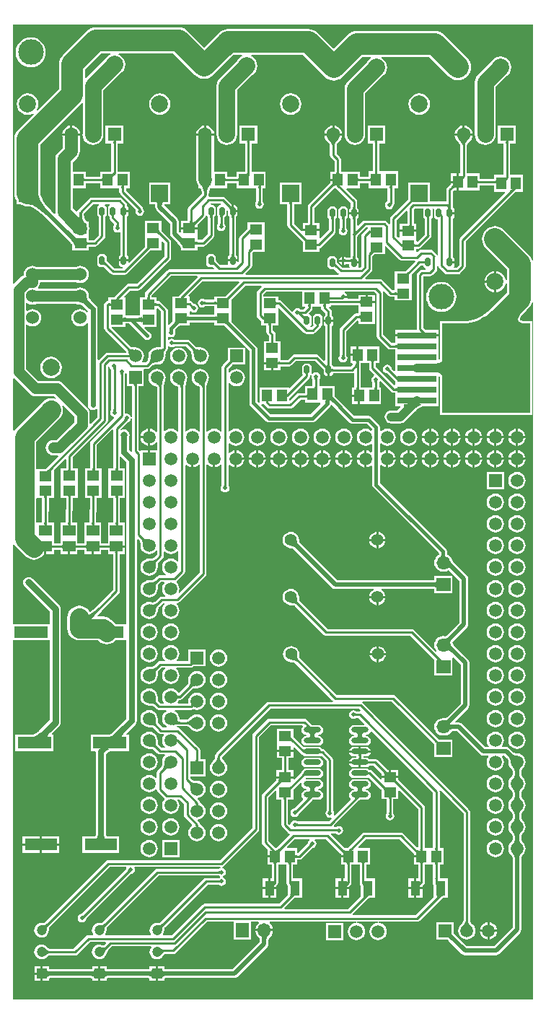
<source format=gtl>
G04*
G04 #@! TF.GenerationSoftware,Altium Limited,Altium Designer,18.1.9 (240)*
G04*
G04 Layer_Physical_Order=1*
G04 Layer_Color=255*
%FSLAX25Y25*%
%MOIN*%
G70*
G01*
G75*
%ADD10C,0.01000*%
%ADD16C,0.02000*%
%ADD19C,0.01968*%
%ADD25R,0.14961X0.05512*%
%ADD26R,0.04567X0.05787*%
%ADD27R,0.04449X0.07087*%
%ADD28R,0.15748X0.05512*%
%ADD29R,0.05787X0.04567*%
%ADD30O,0.08000X0.02400*%
%ADD31R,0.40551X0.41339*%
%ADD32R,0.18110X0.03150*%
G04:AMPARAMS|DCode=33|XSize=23.62mil|YSize=39.37mil|CornerRadius=0mil|HoleSize=0mil|Usage=FLASHONLY|Rotation=0.000|XOffset=0mil|YOffset=0mil|HoleType=Round|Shape=Octagon|*
%AMOCTAGOND33*
4,1,8,-0.00591,0.01968,0.00591,0.01968,0.01181,0.01378,0.01181,-0.01378,0.00591,-0.01968,-0.00591,-0.01968,-0.01181,-0.01378,-0.01181,0.01378,-0.00591,0.01968,0.0*
%
%ADD33OCTAGOND33*%

%ADD34R,0.05906X0.05118*%
%ADD65C,0.09000*%
%ADD66C,0.01575*%
%ADD67C,0.03150*%
%ADD68C,0.10000*%
%ADD69C,0.05000*%
%ADD70C,0.02362*%
%ADD71C,0.02756*%
%ADD72C,0.06000*%
%ADD73C,0.04000*%
%ADD74C,0.07500*%
%ADD75R,0.05906X0.05906*%
%ADD76C,0.05906*%
%ADD77R,0.07874X0.07874*%
%ADD78C,0.07874*%
%ADD79R,0.06299X0.06299*%
%ADD80C,0.06299*%
%ADD81C,0.04724*%
%ADD82R,0.04724X0.04724*%
%ADD83C,0.06000*%
%ADD84O,0.06500X0.06000*%
%ADD85R,0.06500X0.06000*%
%ADD86C,0.05512*%
%ADD87O,0.06000X0.06500*%
%ADD88R,0.06000X0.06500*%
%ADD89C,0.11811*%
%ADD90R,0.05906X0.05906*%
%ADD91C,0.01968*%
%ADD92C,0.03150*%
%ADD93C,0.03937*%
%ADD94C,0.05000*%
%ADD95C,0.02756*%
G36*
X230605Y397952D02*
X230520Y397922D01*
X230445Y397872D01*
X230380Y397802D01*
X230325Y397712D01*
X230280Y397602D01*
X230245Y397472D01*
X230220Y397322D01*
X230205Y397152D01*
X230200Y396962D01*
X229200D01*
X229195Y397152D01*
X229180Y397322D01*
X229155Y397472D01*
X229120Y397602D01*
X229075Y397712D01*
X229020Y397802D01*
X228955Y397872D01*
X228880Y397922D01*
X228795Y397952D01*
X228700Y397962D01*
X230700D01*
X230605Y397952D01*
D02*
G37*
G36*
X211581Y398522D02*
X211035Y397901D01*
X210814Y397609D01*
X210626Y397328D01*
X210473Y397059D01*
X210353Y396801D01*
X210268Y396556D01*
X210217Y396322D01*
X210200Y396101D01*
X209200D01*
X209183Y396322D01*
X209132Y396556D01*
X209047Y396801D01*
X208927Y397059D01*
X208774Y397328D01*
X208586Y397609D01*
X208365Y397901D01*
X207819Y398522D01*
X207495Y398851D01*
X211905D01*
X211581Y398522D01*
D02*
G37*
G36*
X210034Y381481D02*
X209315Y380734D01*
X209327Y382091D01*
X209327Y382110D01*
X209330Y382156D01*
X209332Y382169D01*
X209334Y382180D01*
X209336Y382189D01*
X209339Y382197D01*
X209343Y382203D01*
X209347Y382208D01*
X210034Y381481D01*
D02*
G37*
G36*
X230034Y380872D02*
X229314Y380124D01*
X229327Y381482D01*
X229309Y381483D01*
X229296Y381486D01*
X229288Y381492D01*
X229283Y381500D01*
X229283Y381511D01*
X229287Y381524D01*
X229296Y381539D01*
X229308Y381557D01*
X229325Y381576D01*
X229346Y381598D01*
X230034Y380872D01*
D02*
G37*
G36*
X224796Y378209D02*
X224785Y378304D01*
X224755Y378389D01*
X224705Y378464D01*
X224634Y378529D01*
X224542Y378584D01*
X224431Y378629D01*
X224300Y378664D01*
X224148Y378689D01*
X223976Y378704D01*
X223783Y378709D01*
Y379709D01*
X223976Y379714D01*
X224148Y379729D01*
X224300Y379754D01*
X224431Y379789D01*
X224542Y379834D01*
X224634Y379889D01*
X224705Y379954D01*
X224755Y380029D01*
X224785Y380114D01*
X224796Y380209D01*
Y378209D01*
D02*
G37*
G36*
X216215Y380114D02*
X216245Y380029D01*
X216296Y379954D01*
X216366Y379889D01*
X216458Y379834D01*
X216569Y379789D01*
X216700Y379754D01*
X216852Y379729D01*
X217024Y379714D01*
X217216Y379709D01*
Y378709D01*
X217024Y378704D01*
X216852Y378689D01*
X216700Y378664D01*
X216569Y378629D01*
X216458Y378584D01*
X216366Y378529D01*
X216296Y378464D01*
X216245Y378389D01*
X216215Y378304D01*
X216205Y378209D01*
Y380209D01*
X216215Y380114D01*
D02*
G37*
G36*
X205588Y376340D02*
X205538Y376422D01*
X205468Y376471D01*
X205378Y376484D01*
X205267Y376464D01*
X205136Y376409D01*
X204984Y376320D01*
X204812Y376197D01*
X204620Y376039D01*
X204173Y375621D01*
X204077Y376938D01*
X204249Y377117D01*
X204526Y377450D01*
X204631Y377604D01*
X204714Y377749D01*
X204775Y377887D01*
X204814Y378015D01*
X204830Y378136D01*
X204824Y378248D01*
X204796Y378352D01*
X205588Y376340D01*
D02*
G37*
G36*
X233883Y375723D02*
X233743Y375700D01*
X233602Y375664D01*
X233461Y375613D01*
X233320Y375549D01*
X233179Y375470D01*
X233037Y375376D01*
X232894Y375269D01*
X232752Y375147D01*
X232609Y375011D01*
X231195D01*
X231286Y375104D01*
X231501Y375354D01*
X231554Y375427D01*
X231597Y375496D01*
X231630Y375559D01*
X231654Y375617D01*
X231669Y375670D01*
X231673Y375718D01*
X234023Y375730D01*
X233883Y375723D01*
D02*
G37*
G36*
X203535Y367857D02*
X203800D01*
X203805Y367588D01*
X203845Y367135D01*
X203880Y366951D01*
X203925Y366795D01*
X203980Y366668D01*
X204045Y366568D01*
X204120Y366498D01*
X204205Y366455D01*
X204300Y366441D01*
X203111D01*
X202800Y366065D01*
X202793Y366262D01*
X202773Y366441D01*
X202300D01*
X202395Y366455D01*
X202480Y366498D01*
X202555Y366568D01*
X202620Y366668D01*
X202675Y366795D01*
X202684Y366826D01*
X202623Y366992D01*
X202545Y367160D01*
X202453Y367322D01*
X202347Y367478D01*
X202227Y367628D01*
X202093Y367772D01*
X202354Y368926D01*
X202438Y368851D01*
X202514Y368805D01*
X202581Y368788D01*
X202639Y368800D01*
X202688Y368841D01*
X202729Y368911D01*
X202760Y369009D01*
X202782Y369137D01*
X202796Y369294D01*
X202800Y369479D01*
X203535Y367857D01*
D02*
G37*
G36*
X204198Y363353D02*
X204115Y363311D01*
X204041Y363239D01*
X203977Y363140D01*
X203923Y363012D01*
X203879Y362855D01*
X203844Y362670D01*
X203820Y362456D01*
X203805Y362214D01*
X203800Y361944D01*
X202800D01*
X202795Y362214D01*
X202756Y362670D01*
X202721Y362855D01*
X202677Y363012D01*
X202623Y363140D01*
X202559Y363239D01*
X202485Y363311D01*
X202402Y363353D01*
X202309Y363367D01*
X204292D01*
X204198Y363353D01*
D02*
G37*
G36*
X194198D02*
X194115Y363311D01*
X194041Y363239D01*
X193977Y363140D01*
X193923Y363012D01*
X193879Y362855D01*
X193844Y362670D01*
X193820Y362456D01*
X193805Y362214D01*
X193800Y361944D01*
X192800D01*
X192795Y362214D01*
X192756Y362670D01*
X192721Y362855D01*
X192677Y363012D01*
X192623Y363140D01*
X192559Y363239D01*
X192485Y363311D01*
X192402Y363353D01*
X192308Y363367D01*
X194291D01*
X194198Y363353D01*
D02*
G37*
G36*
X159998Y363253D02*
X159915Y363211D01*
X159841Y363139D01*
X159777Y363040D01*
X159723Y362912D01*
X159679Y362755D01*
X159644Y362570D01*
X159620Y362356D01*
X159605Y362114D01*
X159600Y361843D01*
X158600D01*
X158595Y362114D01*
X158556Y362570D01*
X158521Y362755D01*
X158477Y362912D01*
X158423Y363040D01*
X158359Y363139D01*
X158285Y363211D01*
X158202Y363253D01*
X158108Y363267D01*
X160091D01*
X159998Y363253D01*
D02*
G37*
G36*
X185805Y359824D02*
X185820Y359652D01*
X185845Y359500D01*
X185880Y359369D01*
X185925Y359257D01*
X185980Y359166D01*
X186045Y359095D01*
X186120Y359045D01*
X186205Y359014D01*
X186300Y359004D01*
X184300D01*
X184395Y359014D01*
X184480Y359045D01*
X184555Y359095D01*
X184620Y359166D01*
X184675Y359257D01*
X184720Y359369D01*
X184755Y359500D01*
X184780Y359652D01*
X184795Y359824D01*
X184800Y360016D01*
X185800D01*
X185805Y359824D01*
D02*
G37*
G36*
X191119Y366778D02*
Y363022D01*
X191757Y362384D01*
X191771Y362227D01*
Y355033D01*
X188394Y351657D01*
X187894Y351864D01*
Y353139D01*
X187894D01*
Y353461D01*
X187894D01*
Y356245D01*
X184000D01*
X180106D01*
Y353664D01*
X179610Y353453D01*
X178829Y354234D01*
Y361476D01*
X183309Y365955D01*
X183771Y365764D01*
Y360028D01*
X180106D01*
Y357245D01*
X184000D01*
X187894D01*
Y360028D01*
X186829D01*
Y366647D01*
X187225Y367043D01*
X191009D01*
X191119Y366778D01*
D02*
G37*
G36*
X166630Y355682D02*
X166624Y355704D01*
X166605Y355724D01*
X166574Y355742D01*
X166529Y355757D01*
X166473Y355770D01*
X166403Y355781D01*
X166227Y355795D01*
X166000Y355800D01*
Y356800D01*
X166120Y356801D01*
X166403Y356819D01*
X166473Y356830D01*
X166529Y356843D01*
X166574Y356858D01*
X166605Y356876D01*
X166624Y356896D01*
X166630Y356918D01*
Y355682D01*
D02*
G37*
G36*
X110930Y355104D02*
X110923Y355234D01*
X110901Y355334D01*
X110866Y355406D01*
X110815Y355449D01*
X110750Y355464D01*
X110671Y355449D01*
X110578Y355406D01*
X110470Y355334D01*
X110348Y355234D01*
X110211Y355104D01*
Y356518D01*
X110348Y356662D01*
X110470Y356805D01*
X110578Y356948D01*
X110671Y357090D01*
X110750Y357231D01*
X110815Y357373D01*
X110866Y357513D01*
X110901Y357653D01*
X110923Y357793D01*
X110930Y357932D01*
Y355104D01*
D02*
G37*
G36*
X69105Y356718D02*
X69071Y356634D01*
X69068Y356534D01*
X69094Y356417D01*
X69151Y356284D01*
X69238Y356134D01*
X69355Y355968D01*
X69503Y355786D01*
X69889Y355372D01*
X68980Y354866D01*
X68783Y355056D01*
X68426Y355358D01*
X68266Y355469D01*
X68118Y355554D01*
X67983Y355613D01*
X67860Y355646D01*
X67750Y355652D01*
X67651Y355632D01*
X67566Y355585D01*
X69170Y356786D01*
X69105Y356718D01*
D02*
G37*
G36*
X159607Y356924D02*
X159628Y356775D01*
X159664Y356661D01*
X159713Y356580D01*
X159777Y356534D01*
X159855Y356522D01*
X159947Y356544D01*
X160053Y356600D01*
X160173Y356690D01*
X160307Y356814D01*
Y355400D01*
X160173Y355256D01*
X160053Y355105D01*
X159947Y354949D01*
X159855Y354787D01*
X159777Y354620D01*
X159713Y354446D01*
X159664Y354267D01*
X159628Y354081D01*
X159607Y353890D01*
X159600Y353693D01*
X158600Y354900D01*
X159600Y357107D01*
X159607Y356924D01*
D02*
G37*
G36*
X186892Y350760D02*
X186922Y350675D01*
X186972Y350600D01*
X187042Y350535D01*
X187132Y350480D01*
X187242Y350435D01*
X187372Y350400D01*
X187522Y350375D01*
X187692Y350360D01*
X187882Y350355D01*
Y349355D01*
X187692Y349350D01*
X187522Y349335D01*
X187372Y349310D01*
X187242Y349275D01*
X187132Y349230D01*
X187042Y349175D01*
X186972Y349110D01*
X186922Y349035D01*
X186892Y348950D01*
X186882Y348855D01*
Y350855D01*
X186892Y350760D01*
D02*
G37*
G36*
X65443Y348695D02*
X65339Y348724D01*
X65227Y348730D01*
X65106Y348713D01*
X64977Y348675D01*
X64840Y348614D01*
X64694Y348531D01*
X64540Y348426D01*
X64378Y348298D01*
X64208Y348148D01*
X64029Y347976D01*
X62711Y348073D01*
X62938Y348307D01*
X63287Y348712D01*
X63411Y348884D01*
X63500Y349036D01*
X63555Y349167D01*
X63575Y349278D01*
X63561Y349368D01*
X63513Y349438D01*
X63430Y349487D01*
X65443Y348695D01*
D02*
G37*
G36*
X112943Y348096D02*
X112839Y348124D01*
X112727Y348130D01*
X112606Y348113D01*
X112477Y348075D01*
X112340Y348014D01*
X112194Y347931D01*
X112040Y347826D01*
X111878Y347698D01*
X111707Y347549D01*
X111529Y347377D01*
X110211Y347474D01*
X110438Y347707D01*
X110787Y348112D01*
X110911Y348284D01*
X111000Y348436D01*
X111055Y348567D01*
X111075Y348678D01*
X111061Y348768D01*
X111013Y348838D01*
X110930Y348888D01*
X112943Y348096D01*
D02*
G37*
G36*
X168643Y346796D02*
X168539Y346824D01*
X168427Y346830D01*
X168306Y346814D01*
X168177Y346775D01*
X168040Y346714D01*
X167894Y346631D01*
X167740Y346526D01*
X167578Y346398D01*
X167408Y346249D01*
X167228Y346077D01*
X165911Y346174D01*
X166138Y346407D01*
X166487Y346812D01*
X166611Y346984D01*
X166700Y347136D01*
X166755Y347267D01*
X166775Y347378D01*
X166761Y347468D01*
X166713Y347538D01*
X166630Y347588D01*
X168643Y346796D01*
D02*
G37*
G36*
X196119Y366465D02*
Y363022D01*
X197209Y361931D01*
X197971D01*
Y345245D01*
X197471Y345196D01*
X197413Y345485D01*
X197081Y345981D01*
X195581Y347481D01*
X195085Y347813D01*
X194500Y347929D01*
X190100D01*
X189515Y347813D01*
X189019Y347481D01*
X188394Y346857D01*
X187894Y347064D01*
Y348326D01*
X188755D01*
X189340Y348442D01*
X189837Y348774D01*
X194481Y353419D01*
X194813Y353915D01*
X194929Y354500D01*
X194829Y355003D01*
Y362263D01*
X194836Y362367D01*
X194837Y362378D01*
X195481Y363022D01*
Y366778D01*
X195547Y366938D01*
X195685D01*
X196119Y366465D01*
D02*
G37*
G36*
X159605Y344751D02*
X159645Y344298D01*
X159680Y344114D01*
X159725Y343959D01*
X159780Y343831D01*
X159845Y343732D01*
X159920Y343661D01*
X160005Y343619D01*
X160100Y343605D01*
X158337D01*
X157943Y341900D01*
X157954Y341995D01*
X157939Y342080D01*
X157900Y342155D01*
X157836Y342220D01*
X157748Y342275D01*
X157634Y342320D01*
X157496Y342355D01*
X157332Y342380D01*
X157144Y342395D01*
X156931Y342400D01*
Y343400D01*
X157190Y343405D01*
X157634Y343444D01*
X157819Y343479D01*
X157979Y343523D01*
X158113Y343577D01*
X158161Y343605D01*
X158100D01*
X158183Y343617D01*
X158223Y343641D01*
X158308Y343715D01*
X158368Y343798D01*
X158404Y343892D01*
X158373Y343760D01*
X158420Y343831D01*
X158475Y343959D01*
X158520Y344114D01*
X158555Y344298D01*
X158580Y344511D01*
X158595Y344751D01*
X158600Y345020D01*
X159600D01*
X159605Y344751D01*
D02*
G37*
G36*
X203805Y344851D02*
X203845Y344398D01*
X203880Y344214D01*
X203925Y344059D01*
X203980Y343931D01*
X204045Y343832D01*
X204120Y343761D01*
X204205Y343719D01*
X204300Y343705D01*
X202300D01*
X202395Y343719D01*
X202480Y343761D01*
X202555Y343832D01*
X202620Y343931D01*
X202675Y344059D01*
X202720Y344214D01*
X202755Y344398D01*
X202780Y344611D01*
X202795Y344851D01*
X202800Y345120D01*
X203800D01*
X203805Y344851D01*
D02*
G37*
G36*
X241971Y343105D02*
X241471Y343031D01*
X241270Y343692D01*
X240713Y344735D01*
X239963Y345648D01*
X239963Y345648D01*
X228563Y357048D01*
X227649Y357798D01*
X226607Y358355D01*
X225476Y358698D01*
X224300Y358814D01*
X223124Y358698D01*
X221993Y358355D01*
X220951Y357798D01*
X220037Y357048D01*
X219287Y356135D01*
X218730Y355092D01*
X218387Y353961D01*
X218271Y352785D01*
X218387Y351609D01*
X218730Y350478D01*
X219287Y349435D01*
X220037Y348522D01*
X229671Y338888D01*
Y333958D01*
X229171Y333925D01*
X229110Y334389D01*
X228612Y335590D01*
X227821Y336621D01*
X226790Y337413D01*
X225589Y337910D01*
X224800Y338014D01*
Y333100D01*
Y328186D01*
X225589Y328290D01*
X226790Y328787D01*
X227821Y329579D01*
X228612Y330610D01*
X229110Y331811D01*
X229171Y332275D01*
X229671Y332242D01*
Y327897D01*
X223278Y321504D01*
X222159Y320441D01*
X220788Y319275D01*
X219425Y318252D01*
X218070Y317370D01*
X216724Y316629D01*
X215387Y316026D01*
X214059Y315560D01*
X212739Y315230D01*
X211425Y315032D01*
X210177Y314969D01*
X198824D01*
Y297413D01*
X198822Y297407D01*
X198818Y297360D01*
X198655Y297201D01*
X198355Y297287D01*
X198155Y297469D01*
Y300725D01*
Y305725D01*
Y307800D01*
X188100D01*
X178045D01*
Y304829D01*
X176434D01*
X172629Y308633D01*
Y328000D01*
X172513Y328585D01*
X172449Y328681D01*
X172837Y329000D01*
X175163Y326674D01*
X175660Y326342D01*
X176245Y326226D01*
X177906D01*
Y324472D01*
X185694D01*
Y331039D01*
X185694D01*
Y331362D01*
X185694D01*
Y336348D01*
X185866Y336548D01*
X189952Y340634D01*
X191119D01*
Y340286D01*
X192175Y339229D01*
X192127Y338729D01*
X190483D01*
X189898Y338613D01*
X189401Y338281D01*
X188519Y337399D01*
X188187Y336902D01*
X188071Y336317D01*
Y311200D01*
X187804Y310875D01*
X178045D01*
Y308800D01*
X188100D01*
X198155D01*
Y310875D01*
X192308D01*
X192277Y310880D01*
X192231Y310891D01*
X192176Y310911D01*
X192112Y310941D01*
X192038Y310982D01*
X191955Y311037D01*
X191863Y311106D01*
X191821Y311142D01*
X191129Y311834D01*
Y335671D01*
X194300D01*
X194885Y335787D01*
X195381Y336119D01*
X197063Y337800D01*
X197394Y338296D01*
X197511Y338881D01*
Y340350D01*
X198011Y340399D01*
X198087Y340015D01*
X198419Y339519D01*
X200919Y337019D01*
X201415Y336687D01*
X202000Y336571D01*
X207100D01*
X207685Y336687D01*
X208181Y337019D01*
X210281Y339119D01*
X210613Y339615D01*
X210729Y340200D01*
Y351676D01*
X233492Y374438D01*
X233533Y374474D01*
X233625Y374543D01*
X233708Y374597D01*
X233782Y374639D01*
X233847Y374669D01*
X233903Y374689D01*
X233950Y374701D01*
X233985Y374706D01*
X237228D01*
Y382494D01*
X231229D01*
Y396950D01*
X233850D01*
Y405250D01*
X225550D01*
Y396950D01*
X228171D01*
Y382494D01*
X223772D01*
Y380739D01*
X217229D01*
Y383103D01*
X211229D01*
Y396179D01*
X211251Y396279D01*
X211300Y396419D01*
X211380Y396591D01*
X211494Y396792D01*
X211645Y397017D01*
X211826Y397256D01*
X212327Y397827D01*
X212564Y398067D01*
X212660Y398141D01*
X213325Y399007D01*
X213743Y400017D01*
X213820Y400600D01*
X209700D01*
X205580D01*
X205657Y400017D01*
X206075Y399007D01*
X206740Y398141D01*
X206836Y398067D01*
X207073Y397827D01*
X207574Y397256D01*
X207755Y397018D01*
X207906Y396792D01*
X208020Y396591D01*
X208100Y396419D01*
X208149Y396279D01*
X208171Y396179D01*
Y383103D01*
X207555D01*
Y379209D01*
Y375316D01*
X210161D01*
X210339Y375316D01*
Y375316D01*
X210662D01*
Y375316D01*
X217229D01*
Y377680D01*
X223772D01*
Y374706D01*
X228781D01*
X228972Y374244D01*
X208119Y353391D01*
X207787Y352895D01*
X207671Y352309D01*
Y340833D01*
X206467Y339629D01*
X205478D01*
X205287Y340091D01*
X205481Y340286D01*
Y341664D01*
X203300D01*
Y342664D01*
X205481D01*
Y344042D01*
X204844Y344679D01*
X204829Y344842D01*
Y362263D01*
X204836Y362367D01*
X204837Y362378D01*
X205481Y363022D01*
Y364400D01*
X203300D01*
Y365400D01*
X205481D01*
Y366778D01*
X204844Y367415D01*
X204829Y367578D01*
Y374821D01*
X205105Y375097D01*
X205292Y375272D01*
X205346Y375316D01*
X206555D01*
Y378709D01*
X203772D01*
Y378155D01*
X203766Y378145D01*
X203712Y378065D01*
X203529Y377846D01*
X202219Y376536D01*
X201887Y376040D01*
X201771Y375454D01*
Y370102D01*
X194137D01*
Y378946D01*
X184263D01*
Y371235D01*
X176219Y363191D01*
X175887Y362695D01*
X175771Y362109D01*
Y359877D01*
X175708Y359829D01*
X175271Y359692D01*
X174081Y360881D01*
X173585Y361213D01*
X173000Y361329D01*
X164000D01*
X163415Y361213D01*
X162919Y360881D01*
X161091Y359054D01*
X160629Y359246D01*
Y362163D01*
X160636Y362267D01*
X160637Y362278D01*
X161281Y362922D01*
Y364300D01*
X156919D01*
Y362922D01*
X157557Y362284D01*
X157571Y362127D01*
Y344706D01*
X157564Y344602D01*
X157562Y344585D01*
X157427Y344449D01*
X157200Y344429D01*
X155383D01*
X154874Y344769D01*
X154600Y344824D01*
Y342900D01*
Y340976D01*
X154874Y341031D01*
X155383Y341371D01*
X156919D01*
Y340186D01*
X157013Y340091D01*
X156822Y339629D01*
X153697D01*
X151512Y341815D01*
X151459Y341876D01*
X151374Y341984D01*
X151314Y342073D01*
X151281Y342131D01*
Y343942D01*
X150191Y345032D01*
X148009D01*
X146919Y343942D01*
Y340186D01*
X148009Y339095D01*
X149567D01*
X149571Y339094D01*
X149586Y339095D01*
X149906D01*
X151982Y337019D01*
X152116Y336929D01*
X151964Y336429D01*
X109074D01*
X108883Y336891D01*
X111581Y339590D01*
X111913Y340086D01*
X112029Y340672D01*
Y346422D01*
X112461Y346854D01*
X112530Y346914D01*
X112644Y347003D01*
X112735Y347066D01*
X112745Y347072D01*
X117694D01*
Y353639D01*
X117694Y353639D01*
Y353962D01*
X117694D01*
X117694Y354139D01*
Y360528D01*
X109906D01*
Y357890D01*
X109901Y357858D01*
X109890Y357812D01*
X109870Y357757D01*
X109841Y357693D01*
X109799Y357619D01*
X109745Y357536D01*
X109675Y357444D01*
X109639Y357402D01*
X106419Y354181D01*
X106087Y353685D01*
X105971Y353100D01*
Y342634D01*
X105643Y342306D01*
X105262Y342464D01*
X100819D01*
Y341086D01*
X100713Y340829D01*
X97297D01*
X95412Y342715D01*
X95359Y342776D01*
X95275Y342884D01*
X95214Y342973D01*
X95181Y343031D01*
Y344842D01*
X94090Y345932D01*
X91909D01*
X90819Y344842D01*
Y341086D01*
X91909Y339995D01*
X93467D01*
X93471Y339994D01*
X93486Y339995D01*
X93806D01*
X94510Y339291D01*
X94318Y338829D01*
X73900D01*
X73315Y338713D01*
X72819Y338381D01*
X62919Y328481D01*
X62587Y327985D01*
X62471Y327400D01*
Y325884D01*
X60106D01*
Y319317D01*
X60106D01*
Y318994D01*
X60106D01*
Y317562D01*
X59982Y317541D01*
X59883Y317533D01*
X53613D01*
X53513Y317541D01*
X53394Y317561D01*
Y318994D01*
X53394D01*
Y319317D01*
X53394D01*
Y325884D01*
X53000D01*
X52808Y326345D01*
X55533Y329071D01*
X59300D01*
X59885Y329187D01*
X60381Y329519D01*
X74081Y343219D01*
X74413Y343715D01*
X74529Y344300D01*
Y351553D01*
X74413Y352139D01*
X74081Y352635D01*
X70430Y356286D01*
X70273Y356455D01*
X70194Y356553D01*
Y361128D01*
X62406D01*
Y354738D01*
X62406Y354561D01*
X62406D01*
Y354238D01*
X62406D01*
Y349252D01*
X62234Y349051D01*
X55243Y342061D01*
X54781Y342252D01*
Y342464D01*
X50419D01*
Y341086D01*
X51509Y339995D01*
X51994D01*
X52261Y339495D01*
X52217Y339429D01*
X48297D01*
X45012Y342715D01*
X44958Y342776D01*
X44875Y342884D01*
X44814Y342973D01*
X44781Y343031D01*
Y344842D01*
X43691Y345932D01*
X41509D01*
X40419Y344842D01*
Y341086D01*
X41509Y339995D01*
X43067D01*
X43071Y339994D01*
X43086Y339995D01*
X43406D01*
X46582Y336819D01*
X47078Y336487D01*
X47664Y336371D01*
X53245D01*
X53830Y336487D01*
X54326Y336819D01*
X64961Y347453D01*
X65030Y347514D01*
X65144Y347603D01*
X65235Y347666D01*
X65245Y347672D01*
X70194D01*
Y351543D01*
X70656Y351735D01*
X71471Y350920D01*
Y344934D01*
X58666Y332129D01*
X54900D01*
X54315Y332013D01*
X53819Y331681D01*
X48419Y326281D01*
X48153Y325884D01*
X45606D01*
Y324129D01*
X45100D01*
X44515Y324013D01*
X44019Y323681D01*
X43687Y323185D01*
X43571Y322600D01*
Y311700D01*
X43687Y311115D01*
X44019Y310619D01*
X53663Y300974D01*
X53712Y300899D01*
X53746Y300829D01*
X53690Y300658D01*
X53529Y300418D01*
X53394Y300329D01*
X45100D01*
X44515Y300213D01*
X44019Y299881D01*
X41057Y296920D01*
X40557Y297127D01*
Y320667D01*
X40388Y321518D01*
X39906Y322239D01*
X39906Y322239D01*
X38392Y323753D01*
X37435Y324751D01*
X36733Y325566D01*
X36689Y325655D01*
X36626Y325812D01*
X36579Y325970D01*
X36545Y326129D01*
X36526Y326292D01*
X36522Y326405D01*
X36535Y326500D01*
X36397Y327544D01*
X35994Y328517D01*
X35353Y329353D01*
X34517Y329994D01*
X33544Y330397D01*
X32500Y330535D01*
X31456Y330397D01*
X30570Y330030D01*
X13200D01*
X13036Y330410D01*
X13016Y330530D01*
X13557Y331235D01*
X13910Y332086D01*
X14026Y332970D01*
X30570D01*
X31456Y332603D01*
X32500Y332466D01*
X33544Y332603D01*
X34517Y333006D01*
X35353Y333647D01*
X35994Y334483D01*
X36397Y335456D01*
X36535Y336500D01*
X36397Y337544D01*
X35994Y338517D01*
X35353Y339353D01*
X34517Y339994D01*
X33544Y340397D01*
X32500Y340534D01*
X31456Y340397D01*
X30570Y340030D01*
X12430D01*
X11544Y340397D01*
X10500Y340534D01*
X9456Y340397D01*
X8483Y339994D01*
X7647Y339353D01*
X7006Y338517D01*
X6603Y337544D01*
X6465Y336500D01*
X6499Y336246D01*
X6042Y336057D01*
X5311Y335496D01*
X1991Y332176D01*
X1529Y332367D01*
Y451971D01*
X241971D01*
Y343105D01*
D02*
G37*
G36*
X154844Y343553D02*
X154892Y343521D01*
X154947Y343493D01*
X155009Y343468D01*
X155079Y343447D01*
X155157Y343430D01*
X155241Y343417D01*
X155333Y343408D01*
X155538Y343400D01*
Y342400D01*
X155432Y342398D01*
X155241Y342383D01*
X155157Y342370D01*
X155079Y342353D01*
X155009Y342332D01*
X154947Y342307D01*
X154892Y342279D01*
X154844Y342247D01*
X154803Y342211D01*
Y343589D01*
X154844Y343553D01*
D02*
G37*
G36*
X192143Y341164D02*
X192133Y341259D01*
X192102Y341344D01*
X192052Y341419D01*
X191981Y341484D01*
X191890Y341539D01*
X191779Y341584D01*
X191647Y341619D01*
X191495Y341644D01*
X191323Y341659D01*
X191131Y341664D01*
Y342664D01*
X191323Y342669D01*
X191495Y342684D01*
X191647Y342709D01*
X191779Y342744D01*
X191890Y342789D01*
X191981Y342844D01*
X192052Y342909D01*
X192102Y342984D01*
X192133Y343069D01*
X192143Y343164D01*
Y341164D01*
D02*
G37*
G36*
X94138Y343095D02*
X94140Y342976D01*
X94162Y342850D01*
X94203Y342718D01*
X94265Y342580D01*
X94347Y342435D01*
X94449Y342284D01*
X94571Y342127D01*
X94714Y341964D01*
X94876Y341795D01*
X94624Y340633D01*
X94486Y340764D01*
X94356Y340874D01*
X94234Y340963D01*
X94118Y341032D01*
X94011Y341080D01*
X93910Y341107D01*
X93818Y341113D01*
X93733Y341099D01*
X93655Y341063D01*
X93585Y341007D01*
X94157Y343209D01*
X94138Y343095D01*
D02*
G37*
G36*
X43738D02*
X43740Y342976D01*
X43762Y342850D01*
X43803Y342718D01*
X43865Y342580D01*
X43947Y342435D01*
X44049Y342284D01*
X44171Y342127D01*
X44314Y341964D01*
X44476Y341795D01*
X44224Y340633D01*
X44086Y340764D01*
X43956Y340874D01*
X43834Y340963D01*
X43718Y341032D01*
X43611Y341080D01*
X43510Y341107D01*
X43418Y341113D01*
X43332Y341099D01*
X43255Y341063D01*
X43185Y341007D01*
X43757Y343209D01*
X43738Y343095D01*
D02*
G37*
G36*
X150239Y342196D02*
X150240Y342076D01*
X150262Y341950D01*
X150303Y341818D01*
X150365Y341680D01*
X150447Y341535D01*
X150549Y341384D01*
X150671Y341227D01*
X150814Y341064D01*
X150976Y340895D01*
X150724Y339733D01*
X150586Y339864D01*
X150456Y339974D01*
X150333Y340063D01*
X150218Y340132D01*
X150111Y340180D01*
X150010Y340207D01*
X149918Y340213D01*
X149832Y340199D01*
X149755Y340163D01*
X149685Y340107D01*
X150257Y342309D01*
X150239Y342196D01*
D02*
G37*
G36*
X165606Y357751D02*
X165415Y357713D01*
X164919Y357381D01*
X162919Y355381D01*
X162587Y354885D01*
X162471Y354300D01*
Y340233D01*
X161866Y339629D01*
X161378D01*
X161187Y340091D01*
X161281Y340186D01*
Y341564D01*
X159100D01*
Y342564D01*
X161281D01*
Y343942D01*
X160644Y344579D01*
X160629Y344742D01*
Y353858D01*
X160637Y353929D01*
X160658Y354035D01*
X160685Y354134D01*
X160720Y354229D01*
X160762Y354321D01*
X160813Y354410D01*
X160873Y354499D01*
X160918Y354555D01*
X164634Y358271D01*
X165606D01*
Y357751D01*
D02*
G37*
G36*
X185389Y337527D02*
X185162Y337293D01*
X184813Y336888D01*
X184689Y336716D01*
X184600Y336564D01*
X184545Y336433D01*
X184525Y336322D01*
X184539Y336232D01*
X184587Y336162D01*
X184670Y336112D01*
X182657Y336905D01*
X182761Y336876D01*
X182873Y336870D01*
X182994Y336887D01*
X183123Y336925D01*
X183260Y336986D01*
X183406Y337069D01*
X183560Y337174D01*
X183722Y337302D01*
X183893Y337452D01*
X184072Y337624D01*
X185389Y337527D01*
D02*
G37*
G36*
X180219Y343319D02*
X180715Y342987D01*
X181300Y342871D01*
X187209D01*
X187401Y342409D01*
X183139Y338146D01*
X183070Y338086D01*
X182956Y337997D01*
X182865Y337934D01*
X182854Y337929D01*
X177906D01*
Y331362D01*
X177906D01*
Y331039D01*
X177906D01*
Y329285D01*
X176878D01*
X172181Y333981D01*
X171685Y334313D01*
X171100Y334429D01*
X164474D01*
X164283Y334891D01*
X167081Y337690D01*
X167413Y338186D01*
X167529Y338772D01*
Y344922D01*
X168161Y345554D01*
X168230Y345614D01*
X168344Y345703D01*
X168435Y345766D01*
X168446Y345772D01*
X173394D01*
Y349490D01*
X173856Y349681D01*
X180219Y343319D01*
D02*
G37*
G36*
X178930Y326755D02*
X178920Y326850D01*
X178890Y326935D01*
X178839Y327010D01*
X178768Y327075D01*
X178677Y327130D01*
X178566Y327175D01*
X178434Y327210D01*
X178283Y327235D01*
X178111Y327250D01*
X177918Y327255D01*
Y328255D01*
X178111Y328260D01*
X178283Y328275D01*
X178434Y328300D01*
X178566Y328335D01*
X178677Y328380D01*
X178768Y328435D01*
X178839Y328500D01*
X178890Y328575D01*
X178920Y328660D01*
X178930Y328755D01*
Y326755D01*
D02*
G37*
G36*
X102089Y325982D02*
X101862Y325748D01*
X101513Y325343D01*
X101389Y325171D01*
X101300Y325019D01*
X101245Y324888D01*
X101225Y324777D01*
X101239Y324687D01*
X101287Y324617D01*
X101370Y324568D01*
X99357Y325360D01*
X99461Y325331D01*
X99573Y325325D01*
X99694Y325342D01*
X99823Y325380D01*
X99960Y325441D01*
X100106Y325524D01*
X100260Y325629D01*
X100422Y325757D01*
X100593Y325907D01*
X100771Y326079D01*
X102089Y325982D01*
D02*
G37*
G36*
X153872Y325143D02*
X152729Y325000D01*
X152530Y326000D01*
X152638Y326002D01*
X152822Y326020D01*
X152897Y326035D01*
X152962Y326054D01*
X153015Y326078D01*
X153059Y326107D01*
X153091Y326139D01*
X153112Y326176D01*
X153123Y326218D01*
X153872Y325143D01*
D02*
G37*
G36*
X64505Y325679D02*
X64520Y325507D01*
X64545Y325355D01*
X64580Y325224D01*
X64625Y325113D01*
X64680Y325021D01*
X64745Y324951D01*
X64820Y324900D01*
X64905Y324870D01*
X65000Y324859D01*
X63000D01*
X63095Y324870D01*
X63180Y324900D01*
X63255Y324951D01*
X63320Y325021D01*
X63375Y325113D01*
X63420Y325224D01*
X63455Y325355D01*
X63480Y325507D01*
X63495Y325679D01*
X63500Y325871D01*
X64500D01*
X64505Y325679D01*
D02*
G37*
G36*
X106146Y332909D02*
X99839Y326602D01*
X99770Y326541D01*
X99656Y326452D01*
X99565Y326389D01*
X99555Y326383D01*
X94606D01*
Y324829D01*
X90183D01*
X89674Y325169D01*
X88900Y325323D01*
X88126Y325169D01*
X87469Y324731D01*
X87031Y324074D01*
X86877Y323300D01*
X87031Y322526D01*
X87469Y321869D01*
X88126Y321431D01*
X88900Y321277D01*
X89674Y321431D01*
X90183Y321771D01*
X94606D01*
Y319817D01*
X94606D01*
Y319494D01*
X94606D01*
Y318062D01*
X94482Y318041D01*
X94384Y318033D01*
X83280D01*
X83180Y318041D01*
X83060Y318061D01*
Y319301D01*
X83139Y319381D01*
X83669Y319469D01*
X84326Y319031D01*
X85100Y318877D01*
X85874Y319031D01*
X86531Y319469D01*
X86969Y320126D01*
X87123Y320900D01*
X86969Y321674D01*
X86531Y322331D01*
X85874Y322769D01*
X85100Y322923D01*
X85050Y322913D01*
X84081Y323881D01*
X83585Y324213D01*
X83060Y324317D01*
Y326383D01*
X82800D01*
X82608Y326845D01*
X89134Y333371D01*
X105954D01*
X106146Y332909D01*
D02*
G37*
G36*
X162030Y322800D02*
X162020Y322895D01*
X161990Y322980D01*
X161939Y323055D01*
X161868Y323120D01*
X161777Y323175D01*
X161666Y323220D01*
X161534Y323255D01*
X161383Y323280D01*
X161211Y323295D01*
X161018Y323300D01*
Y324300D01*
X161211Y324305D01*
X161383Y324320D01*
X161534Y324345D01*
X161666Y324380D01*
X161777Y324425D01*
X161868Y324480D01*
X161939Y324545D01*
X161990Y324620D01*
X162020Y324705D01*
X162030Y324800D01*
Y322800D01*
D02*
G37*
G36*
X147614Y326405D02*
X147645Y326320D01*
X147695Y326245D01*
X147766Y326180D01*
X147857Y326125D01*
X147969Y326080D01*
X148100Y326045D01*
X148252Y326020D01*
X148424Y326005D01*
X148616Y326000D01*
Y325000D01*
X148424Y324995D01*
X148252Y324980D01*
X148100Y324955D01*
X147969Y324920D01*
X147857Y324875D01*
X147766Y324820D01*
X147695Y324755D01*
X147645Y324680D01*
X147634Y324650D01*
X147645Y324620D01*
X147695Y324545D01*
X147766Y324480D01*
X147857Y324425D01*
X147969Y324380D01*
X148100Y324345D01*
X148252Y324320D01*
X148424Y324305D01*
X148616Y324300D01*
Y323300D01*
X148424Y323295D01*
X148252Y323280D01*
X148100Y323255D01*
X147969Y323220D01*
X147857Y323175D01*
X147766Y323120D01*
X147695Y323055D01*
X147645Y322980D01*
X147614Y322895D01*
X147604Y322800D01*
Y324500D01*
Y326500D01*
X147614Y326405D01*
D02*
G37*
G36*
X89644Y323953D02*
X89692Y323921D01*
X89747Y323893D01*
X89810Y323868D01*
X89879Y323847D01*
X89957Y323830D01*
X90041Y323817D01*
X90133Y323808D01*
X90338Y323800D01*
Y322800D01*
X90232Y322798D01*
X90041Y322783D01*
X89957Y322770D01*
X89879Y322753D01*
X89810Y322732D01*
X89747Y322707D01*
X89692Y322679D01*
X89644Y322647D01*
X89603Y322611D01*
Y323989D01*
X89644Y323953D01*
D02*
G37*
G36*
X95618Y322300D02*
X95608Y322395D01*
X95578Y322480D01*
X95528Y322555D01*
X95458Y322620D01*
X95368Y322675D01*
X95258Y322720D01*
X95128Y322755D01*
X94978Y322780D01*
X94808Y322795D01*
X94618Y322800D01*
Y323800D01*
X94808Y323805D01*
X94978Y323820D01*
X95128Y323845D01*
X95258Y323880D01*
X95368Y323925D01*
X95458Y323980D01*
X95528Y324045D01*
X95578Y324120D01*
X95608Y324205D01*
X95618Y324300D01*
Y322300D01*
D02*
G37*
G36*
X122980Y324050D02*
X123010Y323965D01*
X123061Y323890D01*
X123132Y323825D01*
X123223Y323770D01*
X123334Y323725D01*
X123466Y323690D01*
X123617Y323665D01*
X123789Y323650D01*
X123982Y323645D01*
Y322645D01*
X123789Y322640D01*
X123617Y322625D01*
X123466Y322600D01*
X123334Y322565D01*
X123223Y322520D01*
X123132Y322465D01*
X123061Y322400D01*
X123010Y322325D01*
X122980Y322240D01*
X122970Y322145D01*
Y324145D01*
X122980Y324050D01*
D02*
G37*
G36*
X82046Y323666D02*
X82075Y323589D01*
X82123Y323521D01*
X82191Y323463D01*
X82277Y323413D01*
X82383Y323372D01*
X82508Y323341D01*
X82653Y323318D01*
X82817Y323305D01*
X83000Y323300D01*
Y322300D01*
X82817Y322295D01*
X82653Y322282D01*
X82508Y322259D01*
X82383Y322228D01*
X82277Y322187D01*
X82191Y322137D01*
X82123Y322079D01*
X82075Y322011D01*
X82046Y321934D01*
X82036Y321848D01*
Y323752D01*
X82046Y323666D01*
D02*
G37*
G36*
X146250Y322608D02*
X146165Y322578D01*
X146090Y322528D01*
X146025Y322458D01*
X145970Y322368D01*
X145925Y322258D01*
X145890Y322128D01*
X145865Y321978D01*
X145850Y321808D01*
X145845Y321618D01*
X144845D01*
X144840Y321808D01*
X144825Y321978D01*
X144800Y322128D01*
X144765Y322258D01*
X144720Y322368D01*
X144665Y322458D01*
X144600Y322528D01*
X144525Y322578D01*
X144440Y322608D01*
X144345Y322618D01*
X146345D01*
X146250Y322608D01*
D02*
G37*
G36*
X139360D02*
X139275Y322578D01*
X139200Y322528D01*
X139135Y322458D01*
X139080Y322368D01*
X139035Y322258D01*
X139000Y322128D01*
X138975Y321978D01*
X138960Y321808D01*
X138955Y321618D01*
X137955D01*
X137950Y321808D01*
X137935Y321978D01*
X137910Y322128D01*
X137875Y322258D01*
X137830Y322368D01*
X137775Y322458D01*
X137710Y322528D01*
X137635Y322578D01*
X137550Y322608D01*
X137455Y322618D01*
X139455D01*
X139360Y322608D01*
D02*
G37*
G36*
X66880Y323505D02*
X66910Y323420D01*
X66961Y323345D01*
X67032Y323280D01*
X67123Y323225D01*
X67234Y323180D01*
X67366Y323145D01*
X67517Y323120D01*
X67689Y323105D01*
X67882Y323100D01*
Y322100D01*
X67689Y322095D01*
X67517Y322080D01*
X67366Y322055D01*
X67234Y322020D01*
X67123Y321975D01*
X67032Y321920D01*
X66961Y321855D01*
X66910Y321780D01*
X66880Y321695D01*
X66870Y321600D01*
Y323600D01*
X66880Y323505D01*
D02*
G37*
G36*
X46618Y321600D02*
X46608Y321695D01*
X46578Y321780D01*
X46528Y321855D01*
X46458Y321920D01*
X46368Y321975D01*
X46258Y322020D01*
X46128Y322055D01*
X45978Y322080D01*
X45808Y322095D01*
X45618Y322100D01*
Y323100D01*
X45808Y323105D01*
X45978Y323120D01*
X46128Y323145D01*
X46258Y323180D01*
X46368Y323225D01*
X46458Y323280D01*
X46528Y323345D01*
X46578Y323420D01*
X46608Y323505D01*
X46618Y323600D01*
Y321600D01*
D02*
G37*
G36*
X84364Y322146D02*
X84511Y322025D01*
X84580Y321977D01*
X84648Y321938D01*
X84712Y321908D01*
X84775Y321886D01*
X84835Y321873D01*
X84893Y321868D01*
X84949Y321873D01*
X84125Y320768D01*
X84115Y320816D01*
X84098Y320867D01*
X84073Y320921D01*
X84042Y320979D01*
X84003Y321040D01*
X83957Y321104D01*
X83843Y321241D01*
X83776Y321315D01*
X83701Y321392D01*
X84288Y322219D01*
X84364Y322146D01*
D02*
G37*
G36*
X35034Y326309D02*
X35125Y326095D01*
X35500Y326470D01*
X35508Y326215D01*
X35538Y325964D01*
X35590Y325717D01*
X35663Y325475D01*
X35758Y325237D01*
X35875Y325004D01*
X35880Y324994D01*
X36680Y324065D01*
X38429Y322242D01*
X36758Y320571D01*
X36099Y321223D01*
X33884Y323181D01*
X33763Y323242D01*
X33525Y323337D01*
X33283Y323410D01*
X33036Y323462D01*
X32785Y323492D01*
X32530Y323500D01*
X32905Y323875D01*
X32691Y323966D01*
X32498Y324000D01*
X35000Y326502D01*
X35034Y326309D01*
D02*
G37*
G36*
X135172Y321606D02*
X136336D01*
X136543Y321106D01*
X135866Y320429D01*
X134183D01*
X133674Y320769D01*
X132900Y320923D01*
X132126Y320769D01*
X131469Y320331D01*
X131031Y319674D01*
X130985Y319446D01*
X130507Y319301D01*
X125581Y324226D01*
X125085Y324558D01*
X124500Y324674D01*
X123994D01*
Y326428D01*
X117229D01*
Y327366D01*
X118333Y328471D01*
X135172D01*
Y321606D01*
D02*
G37*
G36*
X8483Y323006D02*
X9456Y322603D01*
X10500Y322465D01*
X11544Y322603D01*
X12430Y322970D01*
X30570D01*
X31456Y322603D01*
X32500Y322465D01*
X32595Y322478D01*
X32708Y322474D01*
X32871Y322455D01*
X33030Y322422D01*
X33188Y322374D01*
X33316Y322322D01*
X35188Y320667D01*
X36110Y319745D01*
Y319188D01*
X35610Y319018D01*
X35353Y319353D01*
X34517Y319994D01*
X33544Y320397D01*
X32500Y320534D01*
X31456Y320397D01*
X30483Y319994D01*
X29647Y319353D01*
X29006Y318517D01*
X28603Y317544D01*
X28466Y316500D01*
X28603Y315456D01*
X29006Y314483D01*
X29647Y313647D01*
X30483Y313006D01*
X31456Y312603D01*
X32500Y312466D01*
X33544Y312603D01*
X34517Y313006D01*
X35353Y313647D01*
X35610Y313982D01*
X36110Y313812D01*
Y276100D01*
X36279Y275249D01*
X36761Y274528D01*
X37482Y274045D01*
X38333Y273876D01*
X39184Y274045D01*
X39871Y274504D01*
X40307Y274406D01*
X40371Y274387D01*
Y270433D01*
X37392Y267455D01*
X36930Y267646D01*
Y272300D01*
X36930Y272300D01*
X36810Y273214D01*
X36457Y274065D01*
X35896Y274796D01*
X24396Y286296D01*
X23665Y286857D01*
X22814Y287210D01*
X21900Y287330D01*
X13262D01*
X7530Y293062D01*
Y313107D01*
X8030Y313353D01*
X8483Y313006D01*
X9456Y312603D01*
X10500Y312466D01*
X11544Y312603D01*
X12517Y313006D01*
X13353Y313647D01*
X13994Y314483D01*
X14397Y315456D01*
X14535Y316500D01*
X14397Y317544D01*
X13994Y318517D01*
X13353Y319353D01*
X12517Y319994D01*
X11544Y320397D01*
X10500Y320534D01*
X9456Y320397D01*
X8483Y319994D01*
X8030Y319647D01*
X7530Y319893D01*
Y323107D01*
X8030Y323353D01*
X8483Y323006D01*
D02*
G37*
G36*
X133644Y319553D02*
X133692Y319521D01*
X133747Y319493D01*
X133809Y319468D01*
X133879Y319447D01*
X133957Y319430D01*
X134041Y319417D01*
X134133Y319408D01*
X134338Y319400D01*
Y318841D01*
X134623Y318584D01*
X134010Y317783D01*
X133933Y317857D01*
X133789Y317974D01*
X133723Y318017D01*
X133660Y318049D01*
X133601Y318071D01*
X133546Y318082D01*
X133495Y318083D01*
X133447Y318074D01*
X133404Y318054D01*
X133603Y318744D01*
Y319589D01*
X133644Y319553D01*
D02*
G37*
G36*
X147805Y317888D02*
X147845Y317435D01*
X147880Y317251D01*
X147925Y317095D01*
X147980Y316968D01*
X148045Y316868D01*
X148120Y316798D01*
X148205Y316755D01*
X148300Y316741D01*
X146300D01*
X146395Y316755D01*
X146480Y316798D01*
X146555Y316868D01*
X146620Y316968D01*
X146675Y317095D01*
X146720Y317251D01*
X146755Y317435D01*
X146780Y317647D01*
X146795Y317888D01*
X146800Y318157D01*
X147800D01*
X147805Y317888D01*
D02*
G37*
G36*
X162030Y315910D02*
X162020Y316005D01*
X161990Y316090D01*
X161939Y316165D01*
X161868Y316230D01*
X161777Y316285D01*
X161666Y316330D01*
X161534Y316365D01*
X161383Y316390D01*
X161211Y316405D01*
X161018Y316410D01*
Y317410D01*
X161211Y317415D01*
X161383Y317430D01*
X161534Y317455D01*
X161666Y317490D01*
X161777Y317535D01*
X161868Y317590D01*
X161939Y317655D01*
X161990Y317730D01*
X162020Y317815D01*
X162030Y317910D01*
Y315910D01*
D02*
G37*
G36*
X135814Y317400D02*
X135944Y317290D01*
X136066Y317200D01*
X136182Y317132D01*
X136289Y317084D01*
X136390Y317057D01*
X136482Y317051D01*
X136567Y317065D01*
X136645Y317100D01*
X136715Y317157D01*
X136143Y314955D01*
X136161Y315068D01*
X136160Y315188D01*
X136138Y315314D01*
X136097Y315446D01*
X136035Y315584D01*
X135953Y315729D01*
X135851Y315880D01*
X135729Y316037D01*
X135586Y316200D01*
X135424Y316369D01*
X135676Y317531D01*
X135814Y317400D01*
D02*
G37*
G36*
X95618Y314635D02*
X95603Y314785D01*
X95555Y314919D01*
X95477Y315037D01*
X95366Y315139D01*
X95225Y315226D01*
X95051Y315297D01*
X94847Y315352D01*
X94610Y315391D01*
X94343Y315415D01*
X94043Y315423D01*
Y316998D01*
X94343Y317005D01*
X94610Y317029D01*
X94847Y317069D01*
X95051Y317124D01*
X95225Y317195D01*
X95366Y317281D01*
X95477Y317383D01*
X95555Y317501D01*
X95603Y317635D01*
X95618Y317785D01*
Y314635D01*
D02*
G37*
G36*
X82052Y317635D02*
X82100Y317501D01*
X82179Y317383D01*
X82290Y317281D01*
X82433Y317195D01*
X82608Y317124D01*
X82814Y317069D01*
X83052Y317029D01*
X83322Y317005D01*
X83623Y316998D01*
Y315423D01*
X83322Y315415D01*
X83052Y315391D01*
X82814Y315352D01*
X82608Y315297D01*
X82433Y315226D01*
X82290Y315139D01*
X82179Y315037D01*
X82100Y314919D01*
X82052Y314785D01*
X82036Y314635D01*
Y317785D01*
X82052Y317635D01*
D02*
G37*
G36*
X61118Y314135D02*
X61102Y314285D01*
X61055Y314419D01*
X60977Y314537D01*
X60866Y314639D01*
X60725Y314726D01*
X60551Y314797D01*
X60347Y314852D01*
X60110Y314891D01*
X59843Y314915D01*
X59544Y314923D01*
Y316498D01*
X59843Y316506D01*
X60110Y316529D01*
X60347Y316568D01*
X60551Y316624D01*
X60725Y316694D01*
X60866Y316781D01*
X60977Y316883D01*
X61055Y317002D01*
X61102Y317135D01*
X61118Y317285D01*
Y314135D01*
D02*
G37*
G36*
X52386Y317135D02*
X52433Y317002D01*
X52513Y316883D01*
X52624Y316781D01*
X52766Y316694D01*
X52941Y316624D01*
X53147Y316568D01*
X53385Y316529D01*
X53655Y316506D01*
X53957Y316498D01*
Y314923D01*
X53655Y314915D01*
X53385Y314891D01*
X53147Y314852D01*
X52941Y314797D01*
X52766Y314726D01*
X52624Y314639D01*
X52513Y314537D01*
X52433Y314419D01*
X52386Y314285D01*
X52370Y314135D01*
Y317285D01*
X52386Y317135D01*
D02*
G37*
G36*
X79122Y313951D02*
X78974Y314011D01*
X78808Y314033D01*
X78627Y314017D01*
X78429Y313962D01*
X78214Y313869D01*
X77983Y313737D01*
X77736Y313567D01*
X77472Y313358D01*
X77192Y313111D01*
X76895Y312825D01*
X75171Y313329D01*
X75512Y313680D01*
X76040Y314297D01*
X76229Y314562D01*
X76367Y314799D01*
X76454Y315008D01*
X76491Y315188D01*
X76477Y315339D01*
X76412Y315461D01*
X76297Y315556D01*
X79122Y313951D01*
D02*
G37*
G36*
X237124Y319683D02*
X236133Y318478D01*
X235424Y317416D01*
X234999Y316495D01*
X234858Y315716D01*
X234999Y315079D01*
X235424Y314583D01*
X236133Y314229D01*
X237124Y314016D01*
X238399Y313945D01*
X210115D01*
X211527Y314016D01*
X212940Y314229D01*
X214353Y314583D01*
X215766Y315079D01*
X217180Y315716D01*
X218595Y316495D01*
X220010Y317416D01*
X221425Y318478D01*
X222841Y319683D01*
X224257Y321028D01*
X238399D01*
X237124Y319683D01*
D02*
G37*
G36*
X169571Y327366D02*
Y308000D01*
X169687Y307415D01*
X170019Y306919D01*
X174719Y302219D01*
X175215Y301887D01*
X175800Y301771D01*
X178045D01*
Y295725D01*
Y292071D01*
X177583Y291880D01*
X176488Y292974D01*
X176369Y293574D01*
X175931Y294231D01*
X175274Y294669D01*
X174500Y294823D01*
X173726Y294669D01*
X173069Y294231D01*
X172631Y293574D01*
X172477Y292800D01*
X172631Y292026D01*
X173069Y291369D01*
X173726Y290931D01*
X174326Y290812D01*
X177919Y287219D01*
X178045Y287134D01*
Y285571D01*
X177583Y285380D01*
X169174Y293789D01*
Y295506D01*
X170929D01*
Y303294D01*
X164362D01*
Y303294D01*
X164039D01*
Y303294D01*
X161255D01*
Y299400D01*
X160755D01*
Y298900D01*
X157472D01*
Y295506D01*
X158236D01*
X158443Y295006D01*
X157367Y293929D01*
X149481D01*
Y294342D01*
X148844Y294979D01*
X148829Y295142D01*
Y312563D01*
X148836Y312667D01*
X148837Y312678D01*
X149481Y313322D01*
Y314700D01*
X145119D01*
Y313322D01*
X145757Y312684D01*
X145771Y312527D01*
Y296809D01*
X145309Y296618D01*
X142845Y299081D01*
X142349Y299413D01*
X141764Y299529D01*
X131500D01*
X130915Y299413D01*
X130419Y299081D01*
X128422Y297085D01*
X125194D01*
Y298839D01*
X125194D01*
Y299162D01*
X125194D01*
Y305729D01*
X122829D01*
Y308700D01*
X122713Y309285D01*
X122381Y309781D01*
X121629Y310533D01*
Y312971D01*
X123994D01*
Y319538D01*
X123994D01*
Y319861D01*
X123994D01*
Y320835D01*
X124456Y321026D01*
X135963Y309519D01*
X136460Y309187D01*
X137045Y309071D01*
X140000D01*
X140585Y309187D01*
X141081Y309519D01*
X143381Y311819D01*
X143713Y312315D01*
X143772Y312613D01*
X144481Y313322D01*
Y317078D01*
X143391Y318168D01*
X141209D01*
X140119Y317078D01*
Y313322D01*
X140339Y313102D01*
X139457Y312220D01*
X139111Y312263D01*
X138921Y312762D01*
X139481Y313322D01*
Y317078D01*
X138391Y318168D01*
X138256Y318493D01*
X139537Y319774D01*
X139868Y320270D01*
X139985Y320855D01*
Y321606D01*
X141739D01*
Y321606D01*
X142061D01*
Y321606D01*
X143815D01*
Y321255D01*
X143932Y320670D01*
X144263Y320174D01*
X145771Y318667D01*
Y317842D01*
X145764Y317738D01*
X145762Y317721D01*
X145119Y317078D01*
Y315700D01*
X149481D01*
Y317078D01*
X148844Y317715D01*
X148829Y317878D01*
Y319300D01*
X148713Y319885D01*
X148381Y320381D01*
X147618Y321144D01*
X147810Y321606D01*
X148628D01*
Y322271D01*
X161006D01*
X161006Y320194D01*
X161006Y320017D01*
Y318440D01*
X160000D01*
X159415Y318323D01*
X158919Y317992D01*
X152919Y311992D01*
X152587Y311496D01*
X152471Y310910D01*
Y299083D01*
X152131Y298574D01*
X151977Y297800D01*
X152131Y297026D01*
X152569Y296369D01*
X153226Y295931D01*
X154000Y295777D01*
X154774Y295931D01*
X155431Y296369D01*
X155869Y297026D01*
X156023Y297800D01*
X155869Y298574D01*
X155529Y299083D01*
Y310277D01*
X160506Y315254D01*
X161006Y315074D01*
Y313627D01*
X168794D01*
Y320017D01*
X168794Y320516D01*
X168794Y320694D01*
Y323300D01*
X164900D01*
Y323800D01*
X164400D01*
Y327083D01*
X161006D01*
Y325329D01*
X156364D01*
X156142Y325600D01*
X154100D01*
Y326600D01*
X156024D01*
X155969Y326874D01*
X155531Y327531D01*
X154874Y327969D01*
X154867Y327971D01*
X154916Y328471D01*
X168466D01*
X169571Y327366D01*
D02*
G37*
G36*
X86746Y335309D02*
X78085Y326648D01*
X77908Y326383D01*
X75273D01*
Y319817D01*
X75273D01*
Y319494D01*
X75273D01*
Y314977D01*
X75236Y314925D01*
X74828Y314449D01*
X73529Y313150D01*
X73029Y313357D01*
Y320000D01*
X72913Y320585D01*
X72581Y321081D01*
X69981Y323681D01*
X69485Y324013D01*
X68900Y324129D01*
X67894D01*
Y325884D01*
X65529D01*
Y326766D01*
X74533Y335771D01*
X86554D01*
X86746Y335309D01*
D02*
G37*
G36*
X121005Y313985D02*
X120920Y313955D01*
X120845Y313905D01*
X120780Y313834D01*
X120725Y313742D01*
X120680Y313631D01*
X120645Y313500D01*
X120620Y313348D01*
X120605Y313176D01*
X120600Y312983D01*
X119600D01*
X119595Y313176D01*
X119580Y313348D01*
X119555Y313500D01*
X119520Y313631D01*
X119475Y313742D01*
X119420Y313834D01*
X119355Y313905D01*
X119280Y313955D01*
X119195Y313985D01*
X119100Y313996D01*
X121100D01*
X121005Y313985D01*
D02*
G37*
G36*
X101254Y315461D02*
X101190Y315339D01*
X101176Y315188D01*
X101213Y315008D01*
X101300Y314799D01*
X101438Y314562D01*
X101626Y314297D01*
X101865Y314003D01*
X102495Y313329D01*
X100771Y312825D01*
X100475Y313111D01*
X99931Y313567D01*
X99683Y313737D01*
X99452Y313869D01*
X99238Y313962D01*
X99040Y314017D01*
X98858Y314033D01*
X98693Y314011D01*
X98544Y313951D01*
X101370Y315556D01*
X101254Y315461D01*
D02*
G37*
G36*
X148198Y313653D02*
X148115Y313611D01*
X148041Y313539D01*
X147977Y313440D01*
X147923Y313312D01*
X147879Y313155D01*
X147844Y312970D01*
X147820Y312756D01*
X147805Y312514D01*
X147800Y312244D01*
X146800D01*
X146795Y312514D01*
X146756Y312970D01*
X146721Y313155D01*
X146677Y313312D01*
X146623Y313440D01*
X146559Y313539D01*
X146485Y313611D01*
X146402Y313653D01*
X146309Y313667D01*
X148292D01*
X148198Y313653D01*
D02*
G37*
G36*
X191081Y310433D02*
X191224Y310311D01*
X191367Y310203D01*
X191509Y310110D01*
X191650Y310031D01*
X191791Y309966D01*
X191932Y309915D01*
X192072Y309880D01*
X192212Y309858D01*
X192351Y309851D01*
X189523D01*
X189652Y309858D01*
X189753Y309880D01*
X189825Y309915D01*
X189868Y309966D01*
X189883Y310031D01*
X189868Y310110D01*
X189825Y310203D01*
X189753Y310311D01*
X189652Y310433D01*
X189523Y310570D01*
X190937D01*
X191081Y310433D01*
D02*
G37*
G36*
X69971Y319367D02*
Y303025D01*
X69817Y302968D01*
X69616Y302910D01*
X69375Y302861D01*
X69107Y302822D01*
X68415Y302775D01*
X68107Y302773D01*
X68000Y302787D01*
X66968Y302651D01*
X66007Y302253D01*
X65181Y301619D01*
X64547Y300793D01*
X64149Y299832D01*
X64013Y298800D01*
X64027Y298693D01*
X64025Y298385D01*
X63978Y297693D01*
X63939Y297425D01*
X63889Y297184D01*
X63832Y296983D01*
X63772Y296822D01*
X63712Y296701D01*
X63663Y296626D01*
X62914Y295877D01*
X61369D01*
X61123Y296377D01*
X61453Y296807D01*
X61851Y297768D01*
X61987Y298800D01*
X61851Y299832D01*
X61453Y300793D01*
X60819Y301619D01*
X59993Y302253D01*
X59032Y302651D01*
X58000Y302787D01*
X57893Y302773D01*
X57585Y302775D01*
X56893Y302822D01*
X56625Y302861D01*
X56384Y302910D01*
X56183Y302968D01*
X56022Y303028D01*
X55901Y303088D01*
X55826Y303137D01*
X47036Y311927D01*
X47243Y312427D01*
X53394D01*
Y313859D01*
X53513Y313879D01*
X53613Y313888D01*
X55294D01*
X55411Y313711D01*
X61615Y307508D01*
X61631Y307426D01*
X62069Y306769D01*
X62726Y306331D01*
X63500Y306177D01*
X64274Y306331D01*
X64931Y306769D01*
X65369Y307426D01*
X65523Y308200D01*
X65369Y308974D01*
X64931Y309631D01*
X64274Y310069D01*
X64192Y310086D01*
X62313Y311965D01*
X62504Y312427D01*
X67894D01*
Y318994D01*
X67894D01*
Y319317D01*
X67894D01*
Y320763D01*
X68394Y320943D01*
X69971Y319367D01*
D02*
G37*
G36*
X121805Y305524D02*
X121820Y305352D01*
X121845Y305200D01*
X121880Y305069D01*
X121925Y304958D01*
X121980Y304866D01*
X122045Y304796D01*
X122120Y304745D01*
X122205Y304715D01*
X122300Y304704D01*
X120300D01*
X120395Y304715D01*
X120480Y304745D01*
X120555Y304796D01*
X120620Y304866D01*
X120675Y304958D01*
X120720Y305069D01*
X120755Y305200D01*
X120780Y305352D01*
X120795Y305524D01*
X120800Y305716D01*
X121800D01*
X121805Y305524D01*
D02*
G37*
G36*
X75644Y305453D02*
X75692Y305421D01*
X75747Y305393D01*
X75810Y305368D01*
X75879Y305347D01*
X75957Y305330D01*
X76041Y305317D01*
X76133Y305308D01*
X76338Y305300D01*
Y304300D01*
X76232Y304298D01*
X76041Y304283D01*
X75957Y304270D01*
X75879Y304253D01*
X75810Y304232D01*
X75747Y304207D01*
X75692Y304179D01*
X75644Y304147D01*
X75603Y304111D01*
Y305489D01*
X75644Y305453D01*
D02*
G37*
G36*
X179057Y302300D02*
X179047Y302395D01*
X179017Y302480D01*
X178967Y302555D01*
X178897Y302620D01*
X178807Y302675D01*
X178697Y302720D01*
X178567Y302755D01*
X178417Y302780D01*
X178247Y302795D01*
X178057Y302800D01*
Y303800D01*
X178247Y303805D01*
X178417Y303820D01*
X178567Y303845D01*
X178697Y303880D01*
X178807Y303925D01*
X178897Y303980D01*
X178967Y304045D01*
X179017Y304120D01*
X179047Y304205D01*
X179057Y304300D01*
Y302300D01*
D02*
G37*
G36*
X85204Y302325D02*
X85395Y302201D01*
X85615Y302092D01*
X85864Y301998D01*
X86142Y301920D01*
X86449Y301856D01*
X86786Y301807D01*
X87546Y301756D01*
X87971Y301753D01*
X85047Y298830D01*
X85044Y299254D01*
X84993Y300014D01*
X84944Y300351D01*
X84881Y300658D01*
X84802Y300937D01*
X84708Y301185D01*
X84599Y301405D01*
X84475Y301596D01*
X84336Y301757D01*
X85043Y302464D01*
X85204Y302325D01*
D02*
G37*
G36*
X71664Y301757D02*
X71525Y301596D01*
X71401Y301405D01*
X71292Y301185D01*
X71198Y300937D01*
X71119Y300658D01*
X71056Y300351D01*
X71007Y300014D01*
X70956Y299254D01*
X70953Y298830D01*
X68029Y301753D01*
X68454Y301756D01*
X69214Y301807D01*
X69551Y301856D01*
X69858Y301920D01*
X70136Y301998D01*
X70385Y302092D01*
X70605Y302201D01*
X70796Y302325D01*
X70957Y302464D01*
X71664Y301757D01*
D02*
G37*
G36*
X55204Y302325D02*
X55395Y302201D01*
X55615Y302092D01*
X55863Y301998D01*
X56142Y301920D01*
X56449Y301856D01*
X56786Y301807D01*
X57546Y301756D01*
X57970Y301753D01*
X55047Y298830D01*
X55044Y299254D01*
X54993Y300014D01*
X54944Y300351D01*
X54880Y300658D01*
X54802Y300937D01*
X54708Y301185D01*
X54599Y301405D01*
X54475Y301596D01*
X54336Y301757D01*
X55043Y302464D01*
X55204Y302325D01*
D02*
G37*
G36*
X154502Y299132D02*
X154517Y298941D01*
X154530Y298857D01*
X154547Y298779D01*
X154568Y298710D01*
X154593Y298647D01*
X154621Y298592D01*
X154653Y298544D01*
X154689Y298503D01*
X153311D01*
X153347Y298544D01*
X153379Y298592D01*
X153407Y298647D01*
X153432Y298710D01*
X153453Y298779D01*
X153470Y298857D01*
X153483Y298941D01*
X153492Y299033D01*
X153500Y299238D01*
X154500D01*
X154502Y299132D01*
D02*
G37*
G36*
X103173Y295859D02*
X103096Y295916D01*
X103004Y295944D01*
X102898D01*
X102778Y295916D01*
X102643Y295859D01*
X102495Y295774D01*
X102332Y295661D01*
X102155Y295520D01*
X101759Y295152D01*
X101052Y295859D01*
X101250Y296064D01*
X101561Y296432D01*
X101674Y296595D01*
X101759Y296743D01*
X101816Y296878D01*
X101844Y296998D01*
Y297104D01*
X101816Y297196D01*
X101759Y297273D01*
X103173Y295859D01*
D02*
G37*
G36*
X168550Y296508D02*
X168465Y296478D01*
X168390Y296428D01*
X168325Y296358D01*
X168270Y296268D01*
X168225Y296158D01*
X168190Y296028D01*
X168165Y295878D01*
X168150Y295708D01*
X168145Y295518D01*
X167145D01*
X167140Y295708D01*
X167125Y295878D01*
X167100Y296028D01*
X167065Y296158D01*
X167020Y296268D01*
X166965Y296358D01*
X166900Y296428D01*
X166825Y296478D01*
X166740Y296508D01*
X166645Y296518D01*
X168645D01*
X168550Y296508D01*
D02*
G37*
G36*
X166116Y293155D02*
X166232Y292570D01*
X166564Y292074D01*
X168393Y290245D01*
X168245Y289685D01*
X167714Y289331D01*
X167276Y288674D01*
X167122Y287900D01*
X167276Y287126D01*
X167616Y286617D01*
Y284394D01*
X165062D01*
Y284394D01*
X164739D01*
Y284394D01*
X162285D01*
Y295506D01*
X164039D01*
Y295506D01*
X164362D01*
Y295506D01*
X166116D01*
Y293155D01*
D02*
G37*
G36*
X67971Y295847D02*
X67546Y295844D01*
X66786Y295793D01*
X66449Y295744D01*
X66142Y295680D01*
X65864Y295602D01*
X65614Y295508D01*
X65395Y295399D01*
X65204Y295275D01*
X65043Y295136D01*
X64336Y295843D01*
X64475Y296004D01*
X64599Y296195D01*
X64708Y296414D01*
X64802Y296663D01*
X64881Y296942D01*
X64944Y297249D01*
X64993Y297586D01*
X65044Y298346D01*
X65047Y298770D01*
X67971Y295847D01*
D02*
G37*
G36*
X124192Y296460D02*
X124222Y296375D01*
X124272Y296300D01*
X124342Y296235D01*
X124432Y296180D01*
X124542Y296135D01*
X124672Y296100D01*
X124822Y296075D01*
X124992Y296060D01*
X125182Y296055D01*
Y295055D01*
X124992Y295050D01*
X124822Y295035D01*
X124672Y295010D01*
X124542Y294975D01*
X124432Y294930D01*
X124342Y294875D01*
X124272Y294810D01*
X124222Y294735D01*
X124192Y294650D01*
X124182Y294555D01*
Y296555D01*
X124192Y296460D01*
D02*
G37*
G36*
X147805Y295151D02*
X147845Y294698D01*
X147880Y294514D01*
X147925Y294359D01*
X147980Y294231D01*
X148045Y294132D01*
X148120Y294061D01*
X148205Y294019D01*
X148300Y294005D01*
X146607D01*
X146143Y292219D01*
X146161Y292332D01*
X146160Y292452D01*
X146138Y292578D01*
X146097Y292710D01*
X146035Y292848D01*
X145953Y292993D01*
X145851Y293143D01*
X145729Y293300D01*
X145586Y293463D01*
X145424Y293633D01*
X145676Y294795D01*
X145814Y294664D01*
X145944Y294554D01*
X146066Y294464D01*
X146182Y294396D01*
X146289Y294348D01*
X146390Y294321D01*
X146482Y294314D01*
X146567Y294329D01*
X146645Y294364D01*
X146686Y294397D01*
X146720Y294514D01*
X146755Y294698D01*
X146780Y294911D01*
X146795Y295151D01*
X146800Y295420D01*
X147800D01*
X147805Y295151D01*
D02*
G37*
G36*
X161660Y296508D02*
X161575Y296478D01*
X161500Y296428D01*
X161435Y296358D01*
X161380Y296268D01*
X161335Y296158D01*
X161300Y296028D01*
X161275Y295878D01*
X161260Y295708D01*
X161255Y295518D01*
X160954D01*
X161255Y295155D01*
X160255Y292948D01*
X160248Y293131D01*
X160227Y293280D01*
X160192Y293394D01*
X160142Y293475D01*
X160078Y293521D01*
X160001Y293533D01*
X159909Y293512D01*
X159803Y293456D01*
X159682Y293365D01*
X159548Y293241D01*
Y294655D01*
X159682Y294799D01*
X159803Y294950D01*
X159909Y295106D01*
X160001Y295268D01*
X160078Y295436D01*
X160142Y295609D01*
X160192Y295789D01*
X160223Y295953D01*
X160210Y296028D01*
X160175Y296158D01*
X160130Y296268D01*
X160075Y296358D01*
X160010Y296428D01*
X159935Y296478D01*
X159850Y296508D01*
X159755Y296518D01*
X161755D01*
X161660Y296508D01*
D02*
G37*
G36*
X48904Y293806D02*
X48900Y293778D01*
X48897Y293740D01*
X48887Y293483D01*
X48885Y293179D01*
X47885Y292632D01*
X47883Y292739D01*
X47863Y292924D01*
X47846Y293003D01*
X47824Y293073D01*
X47797Y293133D01*
X47765Y293185D01*
X47729Y293227D01*
X47687Y293260D01*
X47641Y293284D01*
X48909Y293823D01*
X48904Y293806D01*
D02*
G37*
G36*
X175488Y292736D02*
X175499Y292679D01*
X175518Y292620D01*
X175545Y292559D01*
X175580Y292494D01*
X175622Y292428D01*
X175672Y292359D01*
X175731Y292287D01*
X175871Y292137D01*
X175163Y291429D01*
X175087Y291503D01*
X174941Y291628D01*
X174872Y291678D01*
X174806Y291721D01*
X174741Y291755D01*
X174680Y291782D01*
X174621Y291801D01*
X174564Y291812D01*
X174510Y291816D01*
X175484Y292790D01*
X175488Y292736D01*
D02*
G37*
G36*
X148467Y293305D02*
X148498Y293220D01*
X148548Y293145D01*
X148619Y293080D01*
X148710Y293025D01*
X148821Y292980D01*
X148953Y292945D01*
X149105Y292920D01*
X149277Y292905D01*
X149469Y292900D01*
Y291900D01*
X149277Y291895D01*
X149105Y291880D01*
X148953Y291855D01*
X148821Y291820D01*
X148710Y291775D01*
X148619Y291720D01*
X148548Y291655D01*
X148498Y291580D01*
X148467Y291495D01*
X148457Y291400D01*
Y293400D01*
X148467Y293305D01*
D02*
G37*
G36*
X52353Y290856D02*
X52321Y290808D01*
X52293Y290753D01*
X52268Y290690D01*
X52247Y290621D01*
X52230Y290543D01*
X52217Y290459D01*
X52208Y290367D01*
X52200Y290162D01*
X51200D01*
X51198Y290268D01*
X51183Y290459D01*
X51170Y290543D01*
X51153Y290621D01*
X51132Y290690D01*
X51107Y290753D01*
X51079Y290808D01*
X51047Y290856D01*
X51011Y290897D01*
X52389D01*
X52353Y290856D01*
D02*
G37*
G36*
X216567Y289762D02*
X216179Y290054D01*
X215632Y290316D01*
X214926Y290546D01*
X214060Y290746D01*
X213035Y290916D01*
X210506Y291162D01*
X207340Y291285D01*
X205517Y291300D01*
Y295300D01*
X207340Y295315D01*
X213035Y295684D01*
X214060Y295854D01*
X214926Y296054D01*
X215632Y296284D01*
X216179Y296546D01*
X216567Y296838D01*
Y289762D01*
D02*
G37*
G36*
X138042Y290728D02*
X137991Y290697D01*
X137946Y290645D01*
X137908Y290572D01*
X137875Y290479D01*
X137848Y290365D01*
X137827Y290230D01*
X137812Y290074D01*
X137800Y289700D01*
X136800D01*
X136797Y289897D01*
X136773Y290230D01*
X136752Y290365D01*
X136725Y290479D01*
X136692Y290572D01*
X136654Y290645D01*
X136609Y290697D01*
X136558Y290728D01*
X136501Y290739D01*
X138099D01*
X138042Y290728D01*
D02*
G37*
G36*
X199836Y289300D02*
X199796Y289680D01*
X199676Y290020D01*
X199476Y290320D01*
X199196Y290580D01*
X198836Y290800D01*
X198396Y290980D01*
X197876Y291120D01*
X197276Y291220D01*
X196596Y291280D01*
X195836Y291300D01*
Y295300D01*
X196596Y295320D01*
X197276Y295380D01*
X197876Y295480D01*
X198396Y295620D01*
X198836Y295800D01*
X199196Y296020D01*
X199476Y296280D01*
X199676Y296580D01*
X199796Y296920D01*
X199836Y297300D01*
Y289300D01*
D02*
G37*
G36*
X142153Y288656D02*
X142121Y288608D01*
X142093Y288553D01*
X142068Y288491D01*
X142047Y288421D01*
X142030Y288343D01*
X142017Y288259D01*
X142008Y288167D01*
X142000Y287962D01*
X141000D01*
X140998Y288068D01*
X140983Y288259D01*
X140970Y288343D01*
X140953Y288421D01*
X140932Y288491D01*
X140907Y288553D01*
X140879Y288608D01*
X140847Y288656D01*
X140811Y288697D01*
X142189D01*
X142153Y288656D01*
D02*
G37*
G36*
X169798Y287156D02*
X169766Y287108D01*
X169738Y287053D01*
X169713Y286990D01*
X169692Y286921D01*
X169675Y286843D01*
X169662Y286759D01*
X169653Y286667D01*
X169645Y286462D01*
X168645D01*
X168643Y286568D01*
X168628Y286759D01*
X168615Y286843D01*
X168598Y286921D01*
X168577Y286990D01*
X168552Y287053D01*
X168524Y287108D01*
X168492Y287156D01*
X168456Y287197D01*
X169834D01*
X169798Y287156D01*
D02*
G37*
G36*
X58905Y285849D02*
X58820Y285819D01*
X58745Y285769D01*
X58680Y285699D01*
X58625Y285609D01*
X58580Y285499D01*
X58545Y285369D01*
X58520Y285219D01*
X58505Y285049D01*
X58500Y284859D01*
X57500D01*
X57495Y285049D01*
X57480Y285219D01*
X57455Y285369D01*
X57420Y285499D01*
X57375Y285609D01*
X57320Y285699D01*
X57255Y285769D01*
X57180Y285819D01*
X57095Y285849D01*
X57000Y285859D01*
X59000D01*
X58905Y285849D01*
D02*
G37*
G36*
X70100Y284953D02*
X69100Y284288D01*
X69083Y284533D01*
X69032Y284760D01*
X68947Y284968D01*
X68829Y285157D01*
X68676Y285329D01*
X68490Y285481D01*
X68270Y285616D01*
X68015Y285732D01*
X67727Y285829D01*
X67405Y285908D01*
X70833Y287967D01*
X70100Y284953D01*
D02*
G37*
G36*
X80000Y284856D02*
X79000Y284250D01*
X78983Y284494D01*
X78932Y284721D01*
X78846Y284931D01*
X78727Y285125D01*
X78573Y285301D01*
X78385Y285461D01*
X78162Y285605D01*
X77906Y285731D01*
X77616Y285841D01*
X77291Y285934D01*
X80811Y287896D01*
X80000Y284856D01*
D02*
G37*
G36*
X89900Y284768D02*
X88900Y284216D01*
X88883Y284459D01*
X88831Y284686D01*
X88745Y284898D01*
X88625Y285096D01*
X88470Y285278D01*
X88281Y285445D01*
X88057Y285597D01*
X87799Y285734D01*
X87507Y285856D01*
X87180Y285963D01*
X90788Y287828D01*
X89900Y284768D01*
D02*
G37*
G36*
X142001Y284792D02*
X142046Y284142D01*
X142062Y284072D01*
X142081Y284022D01*
X142103Y283992D01*
X142127Y283982D01*
X140500Y283970D01*
X140595Y283980D01*
X140680Y284011D01*
X140755Y284062D01*
X140820Y284133D01*
X140875Y284225D01*
X140920Y284336D01*
X140955Y284467D01*
X140980Y284619D01*
X140995Y284790D01*
X141000Y284982D01*
X142000D01*
X142001Y284792D01*
D02*
G37*
G36*
X169650Y284189D02*
X169665Y284017D01*
X169690Y283866D01*
X169725Y283734D01*
X169770Y283623D01*
X169825Y283532D01*
X169890Y283461D01*
X169965Y283410D01*
X170050Y283380D01*
X170145Y283370D01*
X168145D01*
X168240Y283380D01*
X168325Y283410D01*
X168400Y283461D01*
X168465Y283532D01*
X168520Y283623D01*
X168565Y283734D01*
X168600Y283866D01*
X168625Y284017D01*
X168640Y284189D01*
X168645Y284382D01*
X169645D01*
X169650Y284189D01*
D02*
G37*
G36*
X161260D02*
X161275Y284017D01*
X161300Y283866D01*
X161335Y283734D01*
X161380Y283623D01*
X161435Y283532D01*
X161500Y283461D01*
X161575Y283410D01*
X161660Y283380D01*
X161755Y283370D01*
X159755D01*
X159850Y283380D01*
X159935Y283410D01*
X160010Y283461D01*
X160075Y283532D01*
X160130Y283623D01*
X160175Y283734D01*
X160210Y283866D01*
X160235Y284017D01*
X160250Y284189D01*
X160255Y284382D01*
X161255D01*
X161260Y284189D01*
D02*
G37*
G36*
X179057Y282300D02*
X179047Y282395D01*
X179017Y282480D01*
X178967Y282555D01*
X178897Y282620D01*
X178807Y282675D01*
X178697Y282720D01*
X178567Y282755D01*
X178417Y282780D01*
X178247Y282795D01*
X178057Y282800D01*
Y283800D01*
X178247Y283805D01*
X178417Y283820D01*
X178567Y283845D01*
X178697Y283880D01*
X178807Y283925D01*
X178897Y283980D01*
X178967Y284045D01*
X179017Y284120D01*
X179047Y284205D01*
X179057Y284300D01*
Y282300D01*
D02*
G37*
G36*
X137596Y279200D02*
X137586Y279295D01*
X137555Y279380D01*
X137505Y279455D01*
X137434Y279520D01*
X137343Y279575D01*
X137231Y279620D01*
X137100Y279655D01*
X136948Y279680D01*
X136776Y279695D01*
X136584Y279700D01*
Y280700D01*
X136776Y280705D01*
X136948Y280720D01*
X137100Y280745D01*
X137231Y280780D01*
X137343Y280825D01*
X137434Y280880D01*
X137505Y280945D01*
X137555Y281020D01*
X137586Y281105D01*
X137596Y281200D01*
Y279200D01*
D02*
G37*
G36*
X9304Y281304D02*
X10035Y280743D01*
X10886Y280390D01*
X11800Y280270D01*
X11800Y280270D01*
X20438D01*
X21316Y279391D01*
X21033Y278967D01*
X20536Y279173D01*
X19100Y279363D01*
X17664Y279173D01*
X16326Y278619D01*
X15177Y277738D01*
X2777Y265338D01*
X2029Y264363D01*
X1529Y264533D01*
Y288425D01*
X1991Y288616D01*
X9304Y281304D01*
D02*
G37*
G36*
X139569Y289864D02*
X139477Y289400D01*
X139631Y288626D01*
X139971Y288117D01*
Y284994D01*
X136572D01*
Y281729D01*
X133700D01*
X133115Y281613D01*
X132619Y281281D01*
X129490Y278153D01*
X129028Y278345D01*
Y279316D01*
X129181Y279419D01*
X138381Y288619D01*
X138713Y289115D01*
X138829Y289700D01*
Y289881D01*
X139115Y290106D01*
X139569Y289864D01*
D02*
G37*
G36*
X148944Y280907D02*
X148922Y280742D01*
X148938Y280560D01*
X148993Y280362D01*
X149086Y280148D01*
X149218Y279917D01*
X149388Y279669D01*
X149597Y279405D01*
X149844Y279125D01*
X150130Y278829D01*
X149627Y277105D01*
X149275Y277445D01*
X148659Y277974D01*
X148393Y278162D01*
X148156Y278300D01*
X147948Y278387D01*
X147768Y278424D01*
X147616Y278410D01*
X147494Y278345D01*
X147400Y278230D01*
X149004Y281056D01*
X148944Y280907D01*
D02*
G37*
G36*
X147845Y278207D02*
X147779Y278171D01*
X147722Y278113D01*
X147671Y278031D01*
X147629Y277925D01*
X147594Y277796D01*
X147567Y277643D01*
X147548Y277467D01*
X147532Y277045D01*
X145958D01*
X145954Y277268D01*
X145923Y277643D01*
X145896Y277796D01*
X145861Y277925D01*
X145819Y278031D01*
X145768Y278113D01*
X145711Y278171D01*
X145645Y278207D01*
X145572Y278218D01*
X147918D01*
X147845Y278207D01*
D02*
G37*
G36*
X136572Y277206D02*
X142962D01*
X143139Y277206D01*
Y277206D01*
X143462D01*
X143556Y277115D01*
X143581Y276458D01*
X138945Y271822D01*
X120455D01*
X116133Y276144D01*
X116324Y276606D01*
X117478D01*
X117774Y276163D01*
X118919Y275019D01*
X119415Y274687D01*
X120000Y274571D01*
X129600D01*
X130185Y274687D01*
X130681Y275019D01*
X134334Y278671D01*
X136572D01*
Y277206D01*
D02*
G37*
G36*
X191630Y276721D02*
X191067Y276636D01*
X190502Y276494D01*
X189937Y276295D01*
X189372Y276039D01*
X188806Y275727D01*
X188239Y275357D01*
X187672Y274931D01*
X187105Y274448D01*
X186537Y273909D01*
X180880D01*
X181392Y274448D01*
X181789Y274931D01*
X182073Y275357D01*
X182244Y275727D01*
X182301Y276039D01*
X182244Y276295D01*
X182073Y276494D01*
X181789Y276636D01*
X181392Y276721D01*
X180880Y276749D01*
X192194D01*
X191630Y276721D01*
D02*
G37*
G36*
X48887Y274032D02*
X48902Y273841D01*
X48915Y273757D01*
X48932Y273679D01*
X48953Y273609D01*
X48978Y273547D01*
X49006Y273492D01*
X49038Y273444D01*
X49074Y273403D01*
X47696D01*
X47732Y273444D01*
X47764Y273492D01*
X47792Y273547D01*
X47817Y273609D01*
X47838Y273679D01*
X47855Y273757D01*
X47868Y273841D01*
X47877Y273933D01*
X47885Y274138D01*
X48885D01*
X48887Y274032D01*
D02*
G37*
G36*
X54047Y290510D02*
Y284847D01*
X56471D01*
Y270513D01*
X55971Y270464D01*
X55869Y270974D01*
X55431Y271631D01*
X54774Y272069D01*
X54000Y272223D01*
X53616Y272147D01*
X53229Y272464D01*
Y290317D01*
X53547Y290793D01*
X53584Y290798D01*
X54047Y290510D01*
D02*
G37*
G36*
X54203Y269237D02*
X54160Y269225D01*
X54114Y269206D01*
X54064Y269180D01*
X54011Y269146D01*
X53953Y269106D01*
X53826Y269004D01*
X53683Y268874D01*
X53606Y268798D01*
X52713Y269320D01*
X52787Y269397D01*
X52907Y269543D01*
X52953Y269613D01*
X52990Y269680D01*
X53018Y269744D01*
X53038Y269806D01*
X53048Y269866D01*
X53049Y269923D01*
X53041Y269978D01*
X54203Y269237D01*
D02*
G37*
G36*
X116408Y330871D02*
X114619Y329081D01*
X114287Y328585D01*
X114171Y328000D01*
Y317555D01*
X114287Y316970D01*
X114619Y316474D01*
X115919Y315174D01*
X116206Y314981D01*
Y312971D01*
X118571D01*
Y309900D01*
X118687Y309315D01*
X119019Y308819D01*
X119771Y308067D01*
Y305729D01*
X117406D01*
Y299162D01*
X117406D01*
Y298839D01*
X117406D01*
Y296055D01*
X121300D01*
Y295555D01*
X121800D01*
Y292272D01*
X125194D01*
Y294026D01*
X129055D01*
X129640Y294142D01*
X130137Y294474D01*
X132133Y296471D01*
X141130D01*
X144888Y292713D01*
X144941Y292652D01*
X145026Y292544D01*
X145086Y292454D01*
X145119Y292396D01*
Y290586D01*
X146209Y289495D01*
X146800D01*
Y292464D01*
X147800D01*
Y289495D01*
X148391D01*
X149481Y290586D01*
Y290871D01*
X158000D01*
X158585Y290987D01*
X158726Y291081D01*
X159226Y290814D01*
Y284394D01*
X158172D01*
Y281000D01*
X161455D01*
Y280500D01*
X161955D01*
Y276606D01*
X164739D01*
Y276606D01*
X165062D01*
Y276606D01*
X171628D01*
Y284394D01*
X170674D01*
Y286617D01*
X170930Y287000D01*
X171490Y287148D01*
X176419Y282219D01*
X176915Y281887D01*
X177500Y281771D01*
X178045D01*
Y275725D01*
X180474D01*
X180710Y275225D01*
X180627Y275124D01*
X180310Y274790D01*
X179247Y273726D01*
X176300D01*
X175517Y273623D01*
X174787Y273321D01*
X174160Y272840D01*
X173679Y272213D01*
X173377Y271483D01*
X173274Y270700D01*
X173377Y269917D01*
X173679Y269187D01*
X174160Y268560D01*
X174787Y268079D01*
X175517Y267777D01*
X176300Y267674D01*
X180500D01*
X181283Y267777D01*
X182013Y268079D01*
X182640Y268560D01*
X187429Y273349D01*
X187787Y273690D01*
X188310Y274135D01*
X188825Y274522D01*
X189331Y274852D01*
X189829Y275127D01*
X190317Y275348D01*
X190796Y275516D01*
X191268Y275635D01*
X191733Y275705D01*
X192132Y275725D01*
X198155D01*
Y280725D01*
Y285725D01*
Y289131D01*
X198355Y289313D01*
X198655Y289399D01*
X198818Y289240D01*
X198822Y289193D01*
X198824Y289187D01*
Y271631D01*
X241376D01*
Y314969D01*
X238348D01*
X237260Y315030D01*
X236473Y315198D01*
X236065Y315403D01*
X235940Y315549D01*
X235898Y315736D01*
X235980Y316185D01*
X236317Y316916D01*
X236953Y317870D01*
X237889Y319007D01*
X238890Y320063D01*
X239963Y321137D01*
X240713Y322050D01*
X241270Y323093D01*
X241471Y323754D01*
X241971Y323680D01*
Y1529D01*
X1529D01*
Y167444D01*
X18403D01*
Y130776D01*
X13357Y125730D01*
X13014Y125404D01*
X12612Y125061D01*
X12217Y124764D01*
X11830Y124512D01*
X11453Y124304D01*
X11085Y124137D01*
X10726Y124011D01*
X10375Y123922D01*
X10031Y123870D01*
X9751Y123856D01*
X2526D01*
Y116344D01*
X20274D01*
Y123856D01*
X19540D01*
X19374Y124115D01*
X19329Y124356D01*
X22836Y127864D01*
X23249Y128402D01*
X23508Y129028D01*
X23597Y129700D01*
Y181947D01*
X23508Y182619D01*
X23249Y183246D01*
X22836Y183784D01*
X10636Y195984D01*
X10098Y196396D01*
X9472Y196656D01*
X8800Y196744D01*
X8128Y196656D01*
X7502Y196396D01*
X6964Y195984D01*
X6551Y195446D01*
X6291Y194819D01*
X6203Y194147D01*
X6291Y193475D01*
X6551Y192849D01*
X6964Y192311D01*
X18403Y180871D01*
Y174956D01*
X1529D01*
Y211592D01*
X2029Y211762D01*
X2777Y210787D01*
X7246Y206318D01*
X8395Y205437D01*
X9733Y204883D01*
X11169Y204694D01*
X12605Y204883D01*
X13943Y205437D01*
X15092Y206318D01*
X15815Y207261D01*
X15900D01*
Y210820D01*
X16900D01*
Y207261D01*
X20353D01*
Y209290D01*
X23414D01*
Y207261D01*
X26867D01*
Y210820D01*
X27867D01*
Y207261D01*
X31319D01*
Y209290D01*
X34381D01*
Y207261D01*
X37833D01*
Y210820D01*
X38833D01*
Y207261D01*
X42286D01*
Y209290D01*
X45347D01*
Y207261D01*
X47771D01*
Y190833D01*
X40375Y183438D01*
X38517Y181715D01*
X37568Y180947D01*
X37111Y180615D01*
X36904Y180674D01*
X36023Y181823D01*
X34874Y182704D01*
X33536Y183258D01*
X32100Y183448D01*
X30664Y183258D01*
X29326Y182704D01*
X28177Y181823D01*
X27296Y180674D01*
X26742Y179336D01*
X26553Y177900D01*
Y173000D01*
X26742Y171564D01*
X27296Y170226D01*
X28177Y169077D01*
X29326Y168196D01*
X30664Y167642D01*
X32100Y167453D01*
X35926D01*
Y167444D01*
X40711D01*
X40877Y167277D01*
X42026Y166396D01*
X43364Y165842D01*
X44800Y165653D01*
X46236Y165842D01*
X47574Y166396D01*
X48723Y167277D01*
X48851Y167444D01*
X53674D01*
X53975Y167069D01*
Y131224D01*
X47813Y125062D01*
X47603Y124883D01*
X47264Y124628D01*
X46933Y124412D01*
X46612Y124234D01*
X46299Y124092D01*
X45996Y123986D01*
X45701Y123911D01*
X45412Y123867D01*
X45188Y123856D01*
X37406D01*
Y116344D01*
X39366D01*
X39683Y115958D01*
X39676Y115920D01*
Y77971D01*
X39655Y77737D01*
X39601Y77411D01*
X39534Y77163D01*
X39465Y76995D01*
X39409Y76904D01*
X39381Y76874D01*
X39381Y76873D01*
X39380Y76873D01*
X39237Y76858D01*
X39231Y76856D01*
X33620D01*
Y69344D01*
X50580D01*
Y76856D01*
X44969D01*
X44963Y76858D01*
X44820Y76873D01*
X44819Y76873D01*
X44819Y76874D01*
X44791Y76904D01*
X44735Y76995D01*
X44666Y77163D01*
X44600Y77411D01*
X44545Y77737D01*
X44524Y77971D01*
Y114915D01*
X44970Y115361D01*
X45556Y115848D01*
X45800Y116024D01*
X46019Y116162D01*
X46198Y116257D01*
X46328Y116311D01*
X46400Y116331D01*
X46511Y116342D01*
X46519Y116344D01*
X55154D01*
Y123856D01*
X54118D01*
X53927Y124318D01*
X58114Y128505D01*
X58640Y129292D01*
X58824Y130220D01*
X58824Y130220D01*
Y214059D01*
X59286Y214251D01*
X60063Y213474D01*
X60112Y213399D01*
X60172Y213278D01*
X60233Y213117D01*
X60290Y212916D01*
X60339Y212675D01*
X60378Y212407D01*
X60425Y211715D01*
X60427Y211407D01*
X60413Y211300D01*
X60549Y210268D01*
X60947Y209307D01*
X61581Y208481D01*
X62407Y207847D01*
X63368Y207449D01*
X64400Y207313D01*
X65432Y207449D01*
X66393Y207847D01*
X67219Y208481D01*
X67571Y208939D01*
X68071Y208769D01*
Y207134D01*
X66574Y205637D01*
X66499Y205588D01*
X66378Y205528D01*
X66217Y205468D01*
X66016Y205411D01*
X65775Y205361D01*
X65507Y205322D01*
X64815Y205275D01*
X64507Y205273D01*
X64400Y205287D01*
X63368Y205151D01*
X62407Y204753D01*
X61581Y204119D01*
X60947Y203293D01*
X60549Y202332D01*
X60413Y201300D01*
X60549Y200268D01*
X60947Y199307D01*
X61581Y198481D01*
X62407Y197847D01*
X63368Y197449D01*
X64400Y197313D01*
X65432Y197449D01*
X66393Y197847D01*
X67219Y198481D01*
X67853Y199307D01*
X68251Y200268D01*
X68387Y201300D01*
X68373Y201407D01*
X68375Y201715D01*
X68422Y202407D01*
X68461Y202675D01*
X68511Y202916D01*
X68568Y203117D01*
X68628Y203278D01*
X68688Y203399D01*
X68737Y203474D01*
X70681Y205419D01*
X71013Y205915D01*
X71129Y206500D01*
Y208328D01*
X71216Y208357D01*
X71629Y208444D01*
X72407Y207847D01*
X73368Y207449D01*
X74400Y207313D01*
X75432Y207449D01*
X76393Y207847D01*
X77219Y208481D01*
X77471Y208809D01*
X77971Y208639D01*
Y203961D01*
X77471Y203791D01*
X77219Y204119D01*
X76393Y204753D01*
X75432Y205151D01*
X74400Y205287D01*
X73368Y205151D01*
X72407Y204753D01*
X71581Y204119D01*
X70947Y203293D01*
X70549Y202332D01*
X70413Y201300D01*
X70549Y200268D01*
X70947Y199307D01*
X71581Y198481D01*
X72169Y198029D01*
X72000Y197529D01*
X69100D01*
X68515Y197413D01*
X68019Y197081D01*
X66574Y195637D01*
X66499Y195588D01*
X66378Y195528D01*
X66217Y195467D01*
X66016Y195411D01*
X65775Y195361D01*
X65507Y195322D01*
X64815Y195275D01*
X64507Y195273D01*
X64400Y195287D01*
X63368Y195151D01*
X62407Y194753D01*
X61581Y194119D01*
X60947Y193293D01*
X60549Y192332D01*
X60413Y191300D01*
X60549Y190268D01*
X60947Y189307D01*
X61581Y188481D01*
X62407Y187847D01*
X63368Y187449D01*
X64400Y187313D01*
X65432Y187449D01*
X66393Y187847D01*
X67219Y188481D01*
X67853Y189307D01*
X68251Y190268D01*
X68387Y191300D01*
X68373Y191407D01*
X68375Y191715D01*
X68422Y192407D01*
X68461Y192675D01*
X68511Y192916D01*
X68568Y193117D01*
X68628Y193278D01*
X68688Y193399D01*
X68737Y193474D01*
X69734Y194471D01*
X71266D01*
X71467Y193971D01*
X70947Y193293D01*
X70549Y192332D01*
X70413Y191300D01*
X70549Y190268D01*
X70947Y189307D01*
X71581Y188481D01*
X71909Y188229D01*
X71739Y187729D01*
X70100D01*
X69515Y187613D01*
X69019Y187281D01*
X66999Y185262D01*
X66928Y185217D01*
X66829Y185171D01*
X66700Y185131D01*
X66537Y185099D01*
X66338Y185080D01*
X66104Y185077D01*
X65835Y185094D01*
X65533Y185131D01*
X65438Y185148D01*
X65432Y185151D01*
X65400Y185155D01*
X65175Y185196D01*
X65103Y185194D01*
X64400Y185287D01*
X63368Y185151D01*
X62407Y184753D01*
X61581Y184119D01*
X60947Y183293D01*
X60549Y182332D01*
X60413Y181300D01*
X60549Y180268D01*
X60947Y179307D01*
X61581Y178481D01*
X62407Y177847D01*
X63368Y177449D01*
X64400Y177313D01*
X65432Y177449D01*
X66393Y177847D01*
X67219Y178481D01*
X67853Y179307D01*
X68251Y180268D01*
X68284Y180518D01*
X68304Y180568D01*
X68390Y181006D01*
X68567Y181763D01*
X68751Y182365D01*
X68834Y182585D01*
X68917Y182769D01*
X68990Y182904D01*
X69036Y182973D01*
X70733Y184671D01*
X71522D01*
X71683Y184197D01*
X71581Y184119D01*
X70947Y183293D01*
X70549Y182332D01*
X70413Y181300D01*
X70549Y180268D01*
X70947Y179307D01*
X71581Y178481D01*
X72407Y177847D01*
X73368Y177449D01*
X74400Y177313D01*
X75432Y177449D01*
X76393Y177847D01*
X77219Y178481D01*
X77853Y179307D01*
X78251Y180268D01*
X78387Y181300D01*
X78251Y182332D01*
X77853Y183293D01*
X77219Y184119D01*
X77118Y184197D01*
X77278Y184671D01*
X77400D01*
X77985Y184787D01*
X78481Y185119D01*
X90481Y197119D01*
X90813Y197615D01*
X90929Y198200D01*
Y248509D01*
X91429Y248678D01*
X91581Y248481D01*
X92407Y247847D01*
X93368Y247449D01*
X93900Y247379D01*
Y251300D01*
X94900D01*
Y247379D01*
X95432Y247449D01*
X96393Y247847D01*
X97219Y248481D01*
X97471Y248809D01*
X97971Y248639D01*
Y239083D01*
X97631Y238574D01*
X97477Y237800D01*
X97631Y237026D01*
X98069Y236369D01*
X98726Y235931D01*
X99500Y235777D01*
X100274Y235931D01*
X100931Y236369D01*
X101369Y237026D01*
X101523Y237800D01*
X101369Y238574D01*
X101029Y239083D01*
Y248422D01*
X101503Y248583D01*
X101581Y248481D01*
X102407Y247847D01*
X103368Y247449D01*
X103900Y247379D01*
Y251300D01*
Y255221D01*
X103368Y255151D01*
X102407Y254753D01*
X101581Y254119D01*
X101503Y254017D01*
X101029Y254178D01*
Y258422D01*
X101503Y258582D01*
X101581Y258481D01*
X102407Y257847D01*
X103368Y257449D01*
X104400Y257313D01*
X105432Y257449D01*
X106393Y257847D01*
X107219Y258481D01*
X107853Y259307D01*
X108251Y260268D01*
X108387Y261300D01*
X108251Y262332D01*
X107853Y263293D01*
X107219Y264119D01*
X106393Y264753D01*
X105432Y265151D01*
X104400Y265287D01*
X103368Y265151D01*
X102407Y264753D01*
X101581Y264119D01*
X101503Y264018D01*
X101029Y264178D01*
Y286269D01*
X101529Y286439D01*
X101881Y285981D01*
X102707Y285347D01*
X103668Y284949D01*
X104700Y284813D01*
X105732Y284949D01*
X106693Y285347D01*
X107519Y285981D01*
X108153Y286807D01*
X108551Y287768D01*
X108687Y288800D01*
X108551Y289832D01*
X108153Y290793D01*
X107519Y291619D01*
X106693Y292253D01*
X105732Y292651D01*
X104700Y292787D01*
X103668Y292651D01*
X102707Y292253D01*
X101881Y291619D01*
X101529Y291161D01*
X101029Y291331D01*
Y292967D01*
X102661Y294598D01*
X102822Y294747D01*
X102942Y294844D01*
X102947Y294847D01*
X103135D01*
X103173Y294840D01*
X103212Y294847D01*
X108653D01*
Y302753D01*
X100747D01*
Y297312D01*
X100740Y297273D01*
X100747Y297235D01*
Y297048D01*
X100537Y296799D01*
X98419Y294681D01*
X98087Y294185D01*
X97971Y293600D01*
Y263961D01*
X97471Y263791D01*
X97219Y264119D01*
X96393Y264753D01*
X95432Y265151D01*
X94400Y265287D01*
X93368Y265151D01*
X92407Y264753D01*
X91581Y264119D01*
X91429Y263922D01*
X90929Y264091D01*
Y284657D01*
X91767Y287544D01*
X91770Y287572D01*
X91851Y287768D01*
X91987Y288800D01*
X91851Y289832D01*
X91453Y290793D01*
X90819Y291619D01*
X89993Y292253D01*
X89032Y292651D01*
X88000Y292787D01*
X86968Y292651D01*
X86007Y292253D01*
X85181Y291619D01*
X84547Y290793D01*
X84149Y289832D01*
X84013Y288800D01*
X84149Y287768D01*
X84547Y286807D01*
X85181Y285981D01*
X86007Y285347D01*
X86968Y284949D01*
X87024Y284942D01*
X87151Y284900D01*
X87363Y284812D01*
X87530Y284723D01*
X87654Y284639D01*
X87740Y284562D01*
X87796Y284496D01*
X87831Y284438D01*
X87855Y284380D01*
X87871Y284312D01*
Y264091D01*
X87371Y263922D01*
X87219Y264119D01*
X86393Y264753D01*
X85432Y265151D01*
X84400Y265287D01*
X83368Y265151D01*
X82407Y264753D01*
X81581Y264119D01*
X81503Y264018D01*
X81029Y264178D01*
Y284759D01*
X81796Y287633D01*
X81796Y287636D01*
X81851Y287768D01*
X81987Y288800D01*
X81851Y289832D01*
X81453Y290793D01*
X80819Y291619D01*
X79993Y292253D01*
X79032Y292651D01*
X78000Y292787D01*
X76968Y292651D01*
X76007Y292253D01*
X75181Y291619D01*
X74547Y290793D01*
X74149Y289832D01*
X74013Y288800D01*
X74149Y287768D01*
X74547Y286807D01*
X75181Y285981D01*
X76007Y285347D01*
X76968Y284949D01*
X77075Y284935D01*
X77295Y284872D01*
X77500Y284795D01*
X77659Y284716D01*
X77775Y284641D01*
X77854Y284574D01*
X77903Y284518D01*
X77934Y284468D01*
X77956Y284415D01*
X77971Y284348D01*
Y263961D01*
X77471Y263791D01*
X77219Y264119D01*
X76393Y264753D01*
X75432Y265151D01*
X74400Y265287D01*
X73368Y265151D01*
X72407Y264753D01*
X71629Y264156D01*
X71216Y264243D01*
X71129Y264272D01*
Y284871D01*
X71809Y287667D01*
X71851Y287768D01*
X71987Y288800D01*
X71851Y289832D01*
X71453Y290793D01*
X70819Y291619D01*
X69993Y292253D01*
X69032Y292651D01*
X68000Y292787D01*
X66968Y292651D01*
X66007Y292253D01*
X65181Y291619D01*
X64547Y290793D01*
X64149Y289832D01*
X64013Y288800D01*
X64149Y287768D01*
X64547Y286807D01*
X65181Y285981D01*
X66007Y285347D01*
X66968Y284949D01*
X67143Y284926D01*
X67159Y284918D01*
X67161Y284918D01*
X67163Y284917D01*
X67442Y284849D01*
X67640Y284782D01*
X67791Y284713D01*
X67899Y284648D01*
X67968Y284591D01*
X68010Y284544D01*
X68036Y284502D01*
X68056Y284454D01*
X68071Y284388D01*
Y263831D01*
X67571Y263661D01*
X67219Y264119D01*
X66393Y264753D01*
X65432Y265151D01*
X64900Y265221D01*
Y261300D01*
Y257379D01*
X65432Y257449D01*
X66393Y257847D01*
X67219Y258481D01*
X67571Y258939D01*
X68071Y258769D01*
Y255253D01*
X64900D01*
Y251300D01*
X63900D01*
Y255253D01*
X60447D01*
Y255253D01*
X60067Y255095D01*
X59529Y255633D01*
Y284847D01*
X61953D01*
Y292753D01*
X62426Y292818D01*
X63547D01*
X64132Y292934D01*
X64629Y293266D01*
X65826Y294463D01*
X65901Y294512D01*
X66022Y294572D01*
X66183Y294633D01*
X66384Y294689D01*
X66625Y294739D01*
X66893Y294778D01*
X67585Y294825D01*
X67893Y294827D01*
X68000Y294813D01*
X69032Y294949D01*
X69993Y295347D01*
X70819Y295981D01*
X71453Y296807D01*
X71851Y297768D01*
X71987Y298800D01*
X71973Y298907D01*
X71975Y299215D01*
X72022Y299907D01*
X72061Y300175D01*
X72110Y300416D01*
X72167Y300617D01*
X72228Y300778D01*
X72288Y300899D01*
X72337Y300974D01*
X72581Y301219D01*
X72913Y301715D01*
X73029Y302300D01*
Y303128D01*
X73272Y303261D01*
X73529Y303329D01*
X74126Y302931D01*
X74900Y302777D01*
X75674Y302931D01*
X76183Y303271D01*
X77844D01*
X77877Y302771D01*
X77646Y302740D01*
X76968Y302651D01*
X76007Y302253D01*
X75181Y301619D01*
X74547Y300793D01*
X74149Y299832D01*
X74013Y298800D01*
X74149Y297768D01*
X74547Y296807D01*
X75181Y295981D01*
X76007Y295347D01*
X76968Y294949D01*
X78000Y294813D01*
X79032Y294949D01*
X79993Y295347D01*
X80819Y295981D01*
X81453Y296807D01*
X81851Y297768D01*
X81987Y298800D01*
X81851Y299832D01*
X81453Y300793D01*
X80819Y301619D01*
X79993Y302253D01*
X79032Y302651D01*
X78354Y302740D01*
X78123Y302771D01*
X78156Y303271D01*
X81366D01*
X83663Y300974D01*
X83712Y300899D01*
X83772Y300778D01*
X83833Y300617D01*
X83890Y300416D01*
X83939Y300175D01*
X83978Y299907D01*
X84025Y299215D01*
X84027Y298907D01*
X84013Y298800D01*
X84149Y297768D01*
X84547Y296807D01*
X85181Y295981D01*
X86007Y295347D01*
X86968Y294949D01*
X88000Y294813D01*
X89032Y294949D01*
X89993Y295347D01*
X90819Y295981D01*
X91453Y296807D01*
X91851Y297768D01*
X91987Y298800D01*
X91851Y299832D01*
X91453Y300793D01*
X90819Y301619D01*
X89993Y302253D01*
X89032Y302651D01*
X88000Y302787D01*
X87893Y302773D01*
X87585Y302775D01*
X86893Y302822D01*
X86625Y302861D01*
X86384Y302910D01*
X86183Y302968D01*
X86022Y303028D01*
X85901Y303088D01*
X85826Y303137D01*
X83081Y305881D01*
X82585Y306213D01*
X82000Y306329D01*
X76183D01*
X75674Y306669D01*
X74900Y306823D01*
X74126Y306669D01*
X73529Y306271D01*
X73272Y306339D01*
X73029Y306472D01*
Y307662D01*
X73529Y307929D01*
X73826Y307731D01*
X74600Y307577D01*
X75374Y307731D01*
X76031Y308169D01*
X76469Y308826D01*
X76623Y309600D01*
X76469Y310374D01*
X76422Y310444D01*
Y310889D01*
X77982Y312448D01*
X78126Y312575D01*
X78342Y312746D01*
X78526Y312873D01*
X78620Y312927D01*
X83060D01*
Y314359D01*
X83180Y314379D01*
X83280Y314388D01*
X94384D01*
X94482Y314379D01*
X94606Y314358D01*
Y312927D01*
X99046D01*
X99141Y312873D01*
X99313Y312754D01*
X99719Y312414D01*
X110778Y301355D01*
Y277100D01*
X110778Y277100D01*
X110916Y276403D01*
X111311Y275811D01*
X118411Y268711D01*
X118411Y268711D01*
X119003Y268316D01*
X119700Y268178D01*
X119700Y268178D01*
X139700D01*
X139700Y268178D01*
X140397Y268316D01*
X140989Y268711D01*
X148034Y275756D01*
X148034Y275756D01*
X148342Y276218D01*
X148903Y276365D01*
X157256Y268011D01*
X157848Y267616D01*
X158545Y267478D01*
X158545Y267478D01*
X165145D01*
X167478Y265145D01*
Y264551D01*
X166978Y264304D01*
X166393Y264753D01*
X165432Y265151D01*
X164400Y265287D01*
X163368Y265151D01*
X162407Y264753D01*
X161581Y264119D01*
X160947Y263293D01*
X160549Y262332D01*
X160413Y261300D01*
X160549Y260268D01*
X160947Y259307D01*
X161581Y258481D01*
X162407Y257847D01*
X163368Y257449D01*
X164400Y257313D01*
X165432Y257449D01*
X166393Y257847D01*
X166978Y258295D01*
X167478Y258049D01*
Y254551D01*
X166978Y254305D01*
X166393Y254753D01*
X165432Y255151D01*
X164900Y255221D01*
Y251300D01*
Y247379D01*
X165432Y247449D01*
X166393Y247847D01*
X166978Y248295D01*
X167478Y248049D01*
Y239400D01*
X167478Y239400D01*
X167616Y238703D01*
X168011Y238111D01*
X198378Y207745D01*
Y207354D01*
X198367Y207210D01*
X198338Y207002D01*
X198308Y206867D01*
X198133Y206794D01*
X197297Y206153D01*
X196656Y205317D01*
X196253Y204344D01*
X196116Y203300D01*
X196253Y202256D01*
X196656Y201283D01*
X197297Y200447D01*
X198133Y199806D01*
X199106Y199403D01*
X200150Y199266D01*
X200650D01*
X201694Y199403D01*
X202667Y199806D01*
X202891Y199978D01*
X203271Y199668D01*
X207877Y195062D01*
Y175743D01*
X202020Y169887D01*
X201845Y169733D01*
X201588Y169533D01*
X201372Y169390D01*
X201304Y169353D01*
X200650Y169439D01*
X200150D01*
X199106Y169302D01*
X198133Y168899D01*
X197297Y168258D01*
X196656Y167422D01*
X196253Y166449D01*
X196116Y165405D01*
X196253Y164361D01*
X196656Y163388D01*
X197229Y162641D01*
X196852Y162311D01*
X186981Y172181D01*
X186485Y172513D01*
X185900Y172629D01*
X146883D01*
X134012Y185501D01*
X133969Y185565D01*
X133914Y185674D01*
X133858Y185817D01*
X133805Y185997D01*
X133759Y186213D01*
X133723Y186451D01*
X133678Y187076D01*
X133676Y187356D01*
X133688Y187450D01*
X133559Y188431D01*
X133181Y189344D01*
X132579Y190129D01*
X131794Y190731D01*
X130880Y191109D01*
X129900Y191238D01*
X128919Y191109D01*
X128006Y190731D01*
X127221Y190129D01*
X126619Y189344D01*
X126241Y188431D01*
X126112Y187450D01*
X126241Y186469D01*
X126619Y185556D01*
X127221Y184771D01*
X128006Y184169D01*
X128919Y183791D01*
X129900Y183662D01*
X129983Y183673D01*
X130613Y183655D01*
X130887Y183629D01*
X131137Y183591D01*
X131353Y183545D01*
X131533Y183492D01*
X131676Y183436D01*
X131784Y183381D01*
X131849Y183338D01*
X145169Y170019D01*
X145665Y169687D01*
X146250Y169571D01*
X185266D01*
X196150Y158687D01*
Y151395D01*
X204650D01*
Y159282D01*
X205084Y159555D01*
X208377Y156262D01*
Y138348D01*
X202020Y131992D01*
X201845Y131838D01*
X201588Y131639D01*
X201372Y131495D01*
X201304Y131459D01*
X200650Y131545D01*
X200150D01*
X199106Y131407D01*
X198133Y131004D01*
X197297Y130363D01*
X196656Y129527D01*
X196253Y128554D01*
X196116Y127510D01*
X196253Y126466D01*
X196656Y125493D01*
X197297Y124657D01*
X198133Y124016D01*
X199106Y123613D01*
X200150Y123476D01*
X200650D01*
X201694Y123613D01*
X202667Y124016D01*
X203503Y124657D01*
X204056Y125379D01*
X204065Y125381D01*
X204293Y125428D01*
X204907Y125487D01*
X206752D01*
X217432Y114806D01*
X218089Y114368D01*
X218863Y114214D01*
X221023D01*
X221270Y113714D01*
X220947Y113293D01*
X220549Y112332D01*
X220413Y111300D01*
X220549Y110268D01*
X220947Y109307D01*
X221581Y108481D01*
X222407Y107847D01*
X223368Y107449D01*
X224400Y107313D01*
X225432Y107449D01*
X226393Y107847D01*
X227219Y108481D01*
X227853Y109307D01*
X228251Y110268D01*
X228387Y111300D01*
X228251Y112332D01*
X227853Y113293D01*
X227530Y113714D01*
X227777Y114214D01*
X228625D01*
X229947Y112891D01*
X230006Y112817D01*
X230105Y112666D01*
X230190Y112509D01*
X230262Y112343D01*
X230322Y112168D01*
X230368Y111981D01*
X230402Y111782D01*
X230422Y111568D01*
X230426Y111397D01*
X230413Y111300D01*
X230549Y110268D01*
X230947Y109307D01*
X231581Y108481D01*
X231659Y108421D01*
X231777Y108298D01*
X231914Y108132D01*
X232031Y107967D01*
X232130Y107802D01*
X232212Y107636D01*
X232278Y107468D01*
X232329Y107297D01*
X232365Y107120D01*
X232377Y107026D01*
Y105574D01*
X232365Y105480D01*
X232329Y105303D01*
X232278Y105131D01*
X232212Y104964D01*
X232130Y104798D01*
X232031Y104633D01*
X231914Y104468D01*
X231777Y104302D01*
X231659Y104179D01*
X231581Y104119D01*
X230947Y103293D01*
X230549Y102332D01*
X230413Y101300D01*
X230549Y100268D01*
X230947Y99307D01*
X231581Y98481D01*
X231659Y98421D01*
X231777Y98298D01*
X231914Y98132D01*
X232031Y97967D01*
X232130Y97802D01*
X232212Y97636D01*
X232278Y97469D01*
X232329Y97297D01*
X232365Y97120D01*
X232377Y97026D01*
Y95574D01*
X232365Y95480D01*
X232329Y95303D01*
X232278Y95131D01*
X232212Y94964D01*
X232130Y94798D01*
X232031Y94633D01*
X231914Y94468D01*
X231777Y94302D01*
X231659Y94179D01*
X231581Y94119D01*
X230947Y93293D01*
X230549Y92332D01*
X230413Y91300D01*
X230549Y90268D01*
X230947Y89307D01*
X231581Y88481D01*
X231659Y88421D01*
X231777Y88298D01*
X231914Y88132D01*
X232031Y87967D01*
X232130Y87802D01*
X232212Y87636D01*
X232278Y87468D01*
X232329Y87297D01*
X232365Y87120D01*
X232377Y87026D01*
Y85574D01*
X232365Y85480D01*
X232329Y85303D01*
X232278Y85132D01*
X232212Y84964D01*
X232130Y84798D01*
X232031Y84633D01*
X231914Y84468D01*
X231777Y84302D01*
X231659Y84179D01*
X231581Y84119D01*
X230947Y83293D01*
X230549Y82332D01*
X230413Y81300D01*
X230549Y80268D01*
X230947Y79307D01*
X231581Y78481D01*
X231659Y78421D01*
X231777Y78298D01*
X231914Y78132D01*
X232031Y77967D01*
X232130Y77802D01*
X232212Y77636D01*
X232278Y77469D01*
X232329Y77297D01*
X232365Y77120D01*
X232377Y77026D01*
Y75574D01*
X232365Y75480D01*
X232329Y75303D01*
X232278Y75131D01*
X232212Y74964D01*
X232130Y74798D01*
X232031Y74633D01*
X231914Y74468D01*
X231777Y74302D01*
X231659Y74179D01*
X231581Y74119D01*
X230947Y73293D01*
X230549Y72332D01*
X230413Y71300D01*
X230549Y70268D01*
X230947Y69307D01*
X231581Y68481D01*
X231659Y68421D01*
X231777Y68298D01*
X231914Y68132D01*
X232031Y67967D01*
X232130Y67802D01*
X232212Y67636D01*
X232278Y67469D01*
X232329Y67297D01*
X232365Y67120D01*
X232377Y67026D01*
Y34638D01*
X223862Y26123D01*
X211238D01*
X205913Y31449D01*
X205582Y31805D01*
X205348Y32097D01*
X205171Y32352D01*
X205153Y32383D01*
Y33105D01*
X205160Y33143D01*
X205153Y33181D01*
Y37253D01*
X197247D01*
Y29347D01*
X201319D01*
X201357Y29340D01*
X201395Y29347D01*
X202117D01*
X202148Y29329D01*
X202392Y29160D01*
X202959Y28679D01*
X208969Y22669D01*
X209626Y22231D01*
X210400Y22077D01*
X224700D01*
X225474Y22231D01*
X226131Y22669D01*
X235831Y32369D01*
X236269Y33026D01*
X236423Y33800D01*
Y67026D01*
X236435Y67120D01*
X236471Y67297D01*
X236522Y67469D01*
X236588Y67636D01*
X236670Y67802D01*
X236769Y67967D01*
X236886Y68132D01*
X237023Y68298D01*
X237141Y68421D01*
X237219Y68481D01*
X237853Y69307D01*
X238251Y70268D01*
X238387Y71300D01*
X238251Y72332D01*
X237853Y73293D01*
X237219Y74119D01*
X237141Y74179D01*
X237023Y74302D01*
X236886Y74468D01*
X236769Y74633D01*
X236670Y74798D01*
X236588Y74964D01*
X236522Y75131D01*
X236471Y75303D01*
X236435Y75480D01*
X236423Y75574D01*
Y77026D01*
X236435Y77120D01*
X236471Y77297D01*
X236522Y77469D01*
X236588Y77636D01*
X236670Y77802D01*
X236769Y77967D01*
X236886Y78132D01*
X237023Y78298D01*
X237141Y78421D01*
X237219Y78481D01*
X237853Y79307D01*
X238251Y80268D01*
X238387Y81300D01*
X238251Y82332D01*
X237853Y83293D01*
X237219Y84119D01*
X237141Y84179D01*
X237023Y84302D01*
X236886Y84468D01*
X236769Y84633D01*
X236670Y84798D01*
X236588Y84964D01*
X236522Y85132D01*
X236471Y85303D01*
X236435Y85480D01*
X236423Y85574D01*
Y87026D01*
X236435Y87120D01*
X236471Y87297D01*
X236522Y87468D01*
X236588Y87636D01*
X236670Y87802D01*
X236769Y87967D01*
X236886Y88132D01*
X237023Y88298D01*
X237141Y88421D01*
X237219Y88481D01*
X237853Y89307D01*
X238251Y90268D01*
X238387Y91300D01*
X238251Y92332D01*
X237853Y93293D01*
X237219Y94119D01*
X237141Y94179D01*
X237023Y94302D01*
X236886Y94468D01*
X236769Y94633D01*
X236670Y94798D01*
X236588Y94964D01*
X236522Y95131D01*
X236471Y95303D01*
X236435Y95480D01*
X236423Y95574D01*
Y97026D01*
X236435Y97120D01*
X236471Y97297D01*
X236522Y97469D01*
X236588Y97636D01*
X236670Y97802D01*
X236769Y97967D01*
X236886Y98132D01*
X237023Y98298D01*
X237141Y98421D01*
X237219Y98481D01*
X237853Y99307D01*
X238251Y100268D01*
X238387Y101300D01*
X238251Y102332D01*
X237853Y103293D01*
X237219Y104119D01*
X237141Y104179D01*
X237023Y104302D01*
X236886Y104468D01*
X236769Y104633D01*
X236670Y104798D01*
X236588Y104964D01*
X236522Y105131D01*
X236471Y105303D01*
X236435Y105480D01*
X236423Y105574D01*
Y107026D01*
X236435Y107120D01*
X236471Y107297D01*
X236522Y107468D01*
X236588Y107636D01*
X236670Y107802D01*
X236769Y107967D01*
X236886Y108132D01*
X237023Y108298D01*
X237141Y108421D01*
X237219Y108481D01*
X237853Y109307D01*
X238251Y110268D01*
X238387Y111300D01*
X238251Y112332D01*
X237853Y113293D01*
X237219Y114119D01*
X236393Y114753D01*
X235432Y115151D01*
X234400Y115287D01*
X234303Y115274D01*
X234132Y115278D01*
X233918Y115298D01*
X233718Y115332D01*
X233532Y115379D01*
X233357Y115438D01*
X233191Y115510D01*
X233034Y115595D01*
X232883Y115694D01*
X232808Y115753D01*
X230894Y117668D01*
X230237Y118106D01*
X229463Y118260D01*
X227680D01*
X227433Y118760D01*
X227853Y119307D01*
X228251Y120268D01*
X228387Y121300D01*
X228251Y122332D01*
X227853Y123293D01*
X227219Y124119D01*
X226393Y124753D01*
X225432Y125151D01*
X224400Y125287D01*
X223368Y125151D01*
X222407Y124753D01*
X221581Y124119D01*
X220947Y123293D01*
X220549Y122332D01*
X220413Y121300D01*
X220549Y120268D01*
X220947Y119307D01*
X221367Y118760D01*
X221120Y118260D01*
X219701D01*
X209020Y128941D01*
X208364Y129379D01*
X207590Y129533D01*
X205938D01*
X205746Y129995D01*
X211831Y136080D01*
X212269Y136736D01*
X212423Y137510D01*
Y157100D01*
X212269Y157874D01*
X211831Y158531D01*
X205490Y164871D01*
X205221Y165198D01*
X205085Y165392D01*
X204803Y165865D01*
X204696Y166079D01*
X204549Y166438D01*
X204547Y166449D01*
X204517Y166521D01*
X204624Y166685D01*
X205008Y167152D01*
X211331Y173474D01*
X211769Y174131D01*
X211923Y174905D01*
Y195900D01*
X211769Y196674D01*
X211331Y197331D01*
X205346Y203315D01*
X205109Y203581D01*
X204957Y203772D01*
X204678Y204169D01*
X204584Y204328D01*
X204504Y204483D01*
X204443Y204622D01*
X204387Y204785D01*
X204350Y204846D01*
X204331Y204915D01*
X204289Y204968D01*
X204144Y205317D01*
X203503Y206153D01*
X202667Y206794D01*
X202233Y206974D01*
X202214Y206988D01*
X202172Y206999D01*
X202135Y207015D01*
X202099Y207035D01*
X202078Y207038D01*
X202077Y207039D01*
X202061Y207107D01*
X202033Y207300D01*
X202022Y207437D01*
Y208500D01*
X202022Y208500D01*
X201884Y209197D01*
X201489Y209789D01*
X201489Y209789D01*
X171122Y240155D01*
Y248325D01*
X171302Y248386D01*
X171622Y248449D01*
X172407Y247847D01*
X173368Y247449D01*
X173900Y247379D01*
Y251300D01*
Y255221D01*
X173368Y255151D01*
X172407Y254753D01*
X171622Y254151D01*
X171302Y254214D01*
X171122Y254275D01*
Y258325D01*
X171302Y258386D01*
X171622Y258449D01*
X172407Y257847D01*
X173368Y257449D01*
X174400Y257313D01*
X175432Y257449D01*
X176393Y257847D01*
X177219Y258481D01*
X177853Y259307D01*
X178251Y260268D01*
X178387Y261300D01*
X178251Y262332D01*
X177853Y263293D01*
X177219Y264119D01*
X176393Y264753D01*
X175432Y265151D01*
X174400Y265287D01*
X173368Y265151D01*
X172407Y264753D01*
X171622Y264151D01*
X171302Y264214D01*
X171122Y264275D01*
Y265900D01*
X171122Y265900D01*
X170984Y266597D01*
X170589Y267189D01*
X170589Y267189D01*
X167189Y270589D01*
X166597Y270984D01*
X165900Y271122D01*
X165900Y271122D01*
X159300D01*
X150507Y279915D01*
X150380Y280060D01*
X150209Y280275D01*
X150082Y280459D01*
X150029Y280554D01*
Y284994D01*
X143462D01*
X143462Y284994D01*
X143029Y285157D01*
Y288117D01*
X143369Y288626D01*
X143523Y289400D01*
X143369Y290174D01*
X142931Y290831D01*
X142274Y291269D01*
X141500Y291423D01*
X140726Y291269D01*
X140069Y290831D01*
X139981Y290698D01*
X139481Y290850D01*
Y294342D01*
X138391Y295432D01*
X136209D01*
X135119Y294342D01*
Y290586D01*
X135571Y290134D01*
X129490Y284053D01*
X129028Y284245D01*
Y284394D01*
X122462D01*
Y284394D01*
X122139D01*
Y284394D01*
X115572D01*
Y277359D01*
X115110Y277168D01*
X114422Y277855D01*
Y302110D01*
X114422Y302110D01*
X114284Y302808D01*
X113889Y303399D01*
X113889Y303399D01*
X102916Y314371D01*
X102634Y314673D01*
X102438Y314914D01*
X102394Y314977D01*
Y319494D01*
X102394D01*
Y319817D01*
X102394D01*
Y324803D01*
X102566Y325004D01*
X108933Y331371D01*
X116201D01*
X116408Y330871D01*
D02*
G37*
G36*
X56471Y269887D02*
Y255000D01*
X56529Y254707D01*
X56068Y254461D01*
X55225Y255304D01*
Y261425D01*
X55309Y261628D01*
X55397Y262300D01*
X55309Y262972D01*
X55049Y263598D01*
X54636Y264136D01*
X54098Y264549D01*
X53472Y264809D01*
X52800Y264897D01*
X52128Y264809D01*
X51502Y264549D01*
X51213Y264950D01*
X54505Y268242D01*
X54564Y268289D01*
X54774Y268331D01*
X55431Y268769D01*
X55869Y269426D01*
X55971Y269936D01*
X56471Y269887D01*
D02*
G37*
G36*
X84900Y247379D02*
X85432Y247449D01*
X86393Y247847D01*
X87219Y248481D01*
X87371Y248678D01*
X87871Y248509D01*
Y198834D01*
X78429Y189392D01*
X78006Y189675D01*
X78251Y190268D01*
X78387Y191300D01*
X78251Y192332D01*
X77853Y193293D01*
X77219Y194119D01*
X77110Y194203D01*
X77130Y194818D01*
X77281Y194919D01*
X80581Y198219D01*
X80913Y198715D01*
X81029Y199300D01*
Y248422D01*
X81503Y248583D01*
X81581Y248481D01*
X82407Y247847D01*
X83368Y247449D01*
X83900Y247379D01*
Y251300D01*
X84900D01*
Y247379D01*
D02*
G37*
G36*
X29870Y270838D02*
Y268419D01*
X21481Y260030D01*
X20100D01*
X19186Y259910D01*
X18335Y259557D01*
X17604Y258996D01*
X17043Y258265D01*
X16690Y257414D01*
X16570Y256500D01*
X16690Y255586D01*
X17043Y254735D01*
X17604Y254004D01*
X18335Y253443D01*
X19186Y253090D01*
X20100Y252970D01*
X22254D01*
X22445Y252508D01*
X16833Y246896D01*
X16790Y246859D01*
X16699Y246790D01*
X16615Y246735D01*
X16541Y246694D01*
X16477Y246665D01*
X16422Y246645D01*
X16376Y246633D01*
X16345Y246628D01*
X12606D01*
X12247Y246969D01*
Y259117D01*
X23023Y269892D01*
X23904Y271041D01*
X24458Y272379D01*
X24647Y273815D01*
X24458Y275251D01*
X24252Y275748D01*
X24676Y276031D01*
X29870Y270838D01*
D02*
G37*
G36*
X49837Y246624D02*
X49852Y246452D01*
X49877Y246300D01*
X49912Y246169D01*
X49957Y246057D01*
X50012Y245966D01*
X50077Y245895D01*
X50152Y245845D01*
X50237Y245814D01*
X50332Y245804D01*
X48332D01*
X48427Y245814D01*
X48512Y245845D01*
X48587Y245895D01*
X48652Y245966D01*
X48707Y246057D01*
X48752Y246169D01*
X48787Y246300D01*
X48812Y246452D01*
X48827Y246624D01*
X48832Y246816D01*
X49832D01*
X49837Y246624D01*
D02*
G37*
G36*
X39205D02*
X39220Y246452D01*
X39245Y246300D01*
X39280Y246169D01*
X39325Y246057D01*
X39380Y245966D01*
X39445Y245895D01*
X39520Y245845D01*
X39605Y245814D01*
X39700Y245804D01*
X37700D01*
X37795Y245814D01*
X37880Y245845D01*
X37955Y245895D01*
X38020Y245966D01*
X38075Y246057D01*
X38120Y246169D01*
X38155Y246300D01*
X38180Y246452D01*
X38195Y246624D01*
X38200Y246816D01*
X39200D01*
X39205Y246624D01*
D02*
G37*
G36*
X28038D02*
X28053Y246452D01*
X28078Y246300D01*
X28113Y246169D01*
X28158Y246057D01*
X28213Y245966D01*
X28278Y245895D01*
X28353Y245845D01*
X28438Y245814D01*
X28533Y245804D01*
X26533D01*
X26628Y245814D01*
X26713Y245845D01*
X26788Y245895D01*
X26853Y245966D01*
X26908Y246057D01*
X26953Y246169D01*
X26988Y246300D01*
X27013Y246452D01*
X27028Y246624D01*
X27033Y246816D01*
X28033D01*
X28038Y246624D01*
D02*
G37*
G36*
X19001Y246187D02*
X18900Y246064D01*
X18828Y245957D01*
X18785Y245863D01*
X18771Y245784D01*
X18785Y245719D01*
X18828Y245669D01*
X18900Y245633D01*
X19001Y245612D01*
X19130Y245604D01*
X16302D01*
X16441Y245612D01*
X16581Y245633D01*
X16721Y245669D01*
X16862Y245719D01*
X17003Y245784D01*
X17145Y245863D01*
X17287Y245957D01*
X17430Y246064D01*
X17573Y246187D01*
X17716Y246323D01*
X19130D01*
X19001Y246187D01*
D02*
G37*
G36*
X100002Y239132D02*
X100017Y238941D01*
X100030Y238857D01*
X100047Y238779D01*
X100068Y238709D01*
X100093Y238647D01*
X100121Y238592D01*
X100153Y238544D01*
X100189Y238503D01*
X98811D01*
X98847Y238544D01*
X98879Y238592D01*
X98907Y238647D01*
X98932Y238709D01*
X98953Y238779D01*
X98970Y238857D01*
X98983Y238941D01*
X98992Y239033D01*
X99000Y239238D01*
X100000D01*
X100002Y239132D01*
D02*
G37*
G36*
X50305Y234385D02*
X50220Y234355D01*
X50145Y234304D01*
X50080Y234234D01*
X50025Y234142D01*
X49980Y234031D01*
X49945Y233900D01*
X49920Y233748D01*
X49905Y233576D01*
X49900Y233383D01*
X48900D01*
X48895Y233576D01*
X48880Y233748D01*
X48855Y233900D01*
X48820Y234031D01*
X48775Y234142D01*
X48720Y234234D01*
X48655Y234304D01*
X48580Y234355D01*
X48495Y234385D01*
X48400Y234396D01*
X50400D01*
X50305Y234385D01*
D02*
G37*
G36*
X39505D02*
X39420Y234355D01*
X39345Y234304D01*
X39280Y234234D01*
X39225Y234142D01*
X39180Y234031D01*
X39145Y233900D01*
X39120Y233748D01*
X39105Y233576D01*
X39100Y233383D01*
X38100D01*
X38095Y233576D01*
X38080Y233748D01*
X38055Y233900D01*
X38020Y234031D01*
X37975Y234142D01*
X37920Y234234D01*
X37855Y234304D01*
X37780Y234355D01*
X37695Y234385D01*
X37600Y234396D01*
X39600D01*
X39505Y234385D01*
D02*
G37*
G36*
X28438D02*
X28353Y234355D01*
X28278Y234304D01*
X28213Y234234D01*
X28158Y234142D01*
X28113Y234031D01*
X28078Y233900D01*
X28053Y233748D01*
X28038Y233576D01*
X28033Y233383D01*
X27033D01*
X27028Y233576D01*
X27013Y233748D01*
X26988Y233900D01*
X26953Y234031D01*
X26908Y234142D01*
X26853Y234234D01*
X26788Y234304D01*
X26713Y234355D01*
X26628Y234385D01*
X26533Y234396D01*
X28533D01*
X28438Y234385D01*
D02*
G37*
G36*
X17405Y234185D02*
X17320Y234155D01*
X17245Y234104D01*
X17180Y234034D01*
X17125Y233943D01*
X17080Y233831D01*
X17045Y233700D01*
X17020Y233548D01*
X17005Y233376D01*
X17000Y233184D01*
X16000D01*
X15995Y233376D01*
X15980Y233548D01*
X15955Y233700D01*
X15920Y233831D01*
X15875Y233943D01*
X15820Y234034D01*
X15755Y234104D01*
X15680Y234155D01*
X15595Y234185D01*
X15500Y234195D01*
X17500D01*
X17405Y234185D01*
D02*
G37*
G36*
X14971Y227803D02*
X14871Y227300D01*
Y221859D01*
X12447D01*
X12247Y222276D01*
Y232831D01*
X12606Y233172D01*
X14971D01*
Y227803D01*
D02*
G37*
G36*
X49905Y221655D02*
X49920Y221483D01*
X49945Y221331D01*
X49980Y221199D01*
X50025Y221088D01*
X50080Y220997D01*
X50145Y220926D01*
X50220Y220876D01*
X50305Y220845D01*
X50400Y220835D01*
X48400D01*
X48495Y220845D01*
X48580Y220876D01*
X48655Y220926D01*
X48720Y220997D01*
X48775Y221088D01*
X48820Y221199D01*
X48855Y221331D01*
X48880Y221483D01*
X48895Y221655D01*
X48900Y221847D01*
X49900D01*
X49905Y221655D01*
D02*
G37*
G36*
X38838D02*
X38853Y221483D01*
X38878Y221331D01*
X38913Y221199D01*
X38958Y221088D01*
X39013Y220997D01*
X39078Y220926D01*
X39153Y220876D01*
X39238Y220845D01*
X39333Y220835D01*
X37333D01*
X37428Y220845D01*
X37513Y220876D01*
X37588Y220926D01*
X37653Y220997D01*
X37708Y221088D01*
X37753Y221199D01*
X37788Y221331D01*
X37813Y221483D01*
X37828Y221655D01*
X37833Y221847D01*
X38833D01*
X38838Y221655D01*
D02*
G37*
G36*
X27872D02*
X27887Y221483D01*
X27912Y221331D01*
X27947Y221199D01*
X27992Y221088D01*
X28047Y220997D01*
X28112Y220926D01*
X28187Y220876D01*
X28272Y220845D01*
X28367Y220835D01*
X26367D01*
X26462Y220845D01*
X26547Y220876D01*
X26622Y220926D01*
X26687Y220997D01*
X26742Y221088D01*
X26787Y221199D01*
X26822Y221331D01*
X26847Y221483D01*
X26862Y221655D01*
X26867Y221847D01*
X27867D01*
X27872Y221655D01*
D02*
G37*
G36*
X16905D02*
X16920Y221483D01*
X16945Y221331D01*
X16980Y221199D01*
X17025Y221088D01*
X17080Y220997D01*
X17145Y220926D01*
X17220Y220876D01*
X17305Y220845D01*
X17400Y220835D01*
X15400D01*
X15495Y220845D01*
X15580Y220876D01*
X15655Y220926D01*
X15720Y220997D01*
X15775Y221088D01*
X15820Y221199D01*
X15855Y221331D01*
X15880Y221483D01*
X15895Y221655D01*
X15900Y221847D01*
X16900D01*
X16905Y221655D01*
D02*
G37*
G36*
X47802Y264645D02*
Y246828D01*
X45506D01*
Y240439D01*
X45506Y239938D01*
X45506Y239761D01*
Y233371D01*
X47871D01*
Y221859D01*
X45347D01*
Y214879D01*
X45347Y214741D01*
Y214379D01*
X45347Y214241D01*
Y212349D01*
X42286D01*
Y214241D01*
X42286Y214379D01*
Y214741D01*
X42286Y214879D01*
Y221859D01*
X39863D01*
Y226757D01*
X40013Y226981D01*
X40129Y227567D01*
Y233371D01*
X42494D01*
Y239761D01*
X42494Y240261D01*
X42494Y240439D01*
Y246828D01*
X40229D01*
Y257780D01*
X47302Y264852D01*
X47802Y264645D01*
D02*
G37*
G36*
X46104Y293563D02*
X46131Y293426D01*
X46569Y292769D01*
X46856Y292578D01*
Y273983D01*
X46516Y273474D01*
X46362Y272700D01*
X46516Y271926D01*
X46954Y271269D01*
X47611Y270831D01*
X48142Y270725D01*
X48316Y270192D01*
X37619Y259495D01*
X37287Y258998D01*
X37171Y258413D01*
Y246828D01*
X34706D01*
Y240439D01*
X34706Y239938D01*
X34706Y239761D01*
Y233371D01*
X37071D01*
Y228110D01*
X36920Y227885D01*
X36804Y227300D01*
Y221859D01*
X34381D01*
Y214879D01*
X34381Y214741D01*
Y214379D01*
X34381Y214241D01*
Y212349D01*
X31319D01*
Y214241D01*
X31319Y214379D01*
Y214741D01*
X31319Y214879D01*
Y221859D01*
X28896D01*
Y226806D01*
X28946Y226881D01*
X29063Y227467D01*
Y233371D01*
X31427D01*
Y239761D01*
X31427Y240261D01*
X31427Y240439D01*
Y246828D01*
X29063D01*
Y251971D01*
X44981Y267890D01*
X45313Y268386D01*
X45429Y268972D01*
Y293711D01*
X45548Y293792D01*
X46104Y293563D01*
D02*
G37*
G36*
X26004Y251088D02*
Y246828D01*
X23640D01*
Y240439D01*
X23640Y239938D01*
X23640Y239761D01*
Y233371D01*
X26004D01*
Y227960D01*
X25954Y227885D01*
X25837Y227300D01*
Y221859D01*
X23414D01*
Y214879D01*
X23414Y214741D01*
Y214379D01*
X23414Y214241D01*
Y212349D01*
X20353D01*
Y214241D01*
X20353Y214379D01*
X20353D01*
Y214741D01*
X20353D01*
Y221859D01*
X17929D01*
Y226897D01*
X18029Y227400D01*
Y233172D01*
X20394D01*
Y239738D01*
X20394D01*
Y240061D01*
X20394D01*
Y246131D01*
X25542Y251279D01*
X26004Y251088D01*
D02*
G37*
G36*
X61604Y214825D02*
X61795Y214701D01*
X62015Y214592D01*
X62264Y214498D01*
X62542Y214420D01*
X62849Y214356D01*
X63186Y214307D01*
X63946Y214256D01*
X64371Y214253D01*
X61447Y211330D01*
X61444Y211754D01*
X61393Y212514D01*
X61344Y212851D01*
X61281Y213158D01*
X61202Y213437D01*
X61108Y213685D01*
X60999Y213905D01*
X60875Y214096D01*
X60736Y214257D01*
X61443Y214964D01*
X61604Y214825D01*
D02*
G37*
G36*
X46359Y209820D02*
X46349Y209915D01*
X46319Y210000D01*
X46269Y210075D01*
X46199Y210140D01*
X46109Y210195D01*
X45999Y210240D01*
X45869Y210275D01*
X45719Y210300D01*
X45549Y210315D01*
X45359Y210320D01*
Y211320D01*
X45549Y211325D01*
X45719Y211340D01*
X45869Y211365D01*
X45999Y211400D01*
X46109Y211445D01*
X46199Y211500D01*
X46269Y211565D01*
X46319Y211640D01*
X46349Y211725D01*
X46359Y211820D01*
Y209820D01*
D02*
G37*
G36*
X41272Y211725D02*
X41303Y211640D01*
X41353Y211565D01*
X41424Y211500D01*
X41515Y211445D01*
X41627Y211400D01*
X41758Y211365D01*
X41910Y211340D01*
X42082Y211325D01*
X42274Y211320D01*
Y210320D01*
X42082Y210315D01*
X41910Y210300D01*
X41758Y210275D01*
X41627Y210240D01*
X41515Y210195D01*
X41424Y210140D01*
X41353Y210075D01*
X41303Y210000D01*
X41272Y209915D01*
X41262Y209820D01*
Y211820D01*
X41272Y211725D01*
D02*
G37*
G36*
X35393Y209820D02*
X35383Y209915D01*
X35353Y210000D01*
X35303Y210075D01*
X35233Y210140D01*
X35143Y210195D01*
X35033Y210240D01*
X34903Y210275D01*
X34753Y210300D01*
X34583Y210315D01*
X34393Y210320D01*
Y211320D01*
X34583Y211325D01*
X34753Y211340D01*
X34903Y211365D01*
X35033Y211400D01*
X35143Y211445D01*
X35233Y211500D01*
X35303Y211565D01*
X35353Y211640D01*
X35383Y211725D01*
X35393Y211820D01*
Y209820D01*
D02*
G37*
G36*
X30305Y211725D02*
X30336Y211640D01*
X30386Y211565D01*
X30457Y211500D01*
X30548Y211445D01*
X30660Y211400D01*
X30791Y211365D01*
X30943Y211340D01*
X31115Y211325D01*
X31307Y211320D01*
Y210320D01*
X31115Y210315D01*
X30943Y210300D01*
X30791Y210275D01*
X30660Y210240D01*
X30548Y210195D01*
X30457Y210140D01*
X30386Y210075D01*
X30336Y210000D01*
X30305Y209915D01*
X30295Y209820D01*
Y211820D01*
X30305Y211725D01*
D02*
G37*
G36*
X24426Y209820D02*
X24416Y209915D01*
X24386Y210000D01*
X24336Y210075D01*
X24266Y210140D01*
X24176Y210195D01*
X24066Y210240D01*
X23936Y210275D01*
X23786Y210300D01*
X23616Y210315D01*
X23426Y210320D01*
Y211320D01*
X23616Y211325D01*
X23786Y211340D01*
X23936Y211365D01*
X24066Y211400D01*
X24176Y211445D01*
X24266Y211500D01*
X24336Y211565D01*
X24386Y211640D01*
X24416Y211725D01*
X24426Y211820D01*
Y209820D01*
D02*
G37*
G36*
X19339Y211725D02*
X19369Y211640D01*
X19420Y211565D01*
X19491Y211500D01*
X19582Y211445D01*
X19693Y211400D01*
X19825Y211365D01*
X19976Y211340D01*
X20148Y211325D01*
X20341Y211320D01*
Y210320D01*
X20148Y210315D01*
X19976Y210300D01*
X19825Y210275D01*
X19693Y210240D01*
X19582Y210195D01*
X19491Y210140D01*
X19420Y210075D01*
X19369Y210000D01*
X19339Y209915D01*
X19329Y209820D01*
Y211820D01*
X19339Y211725D01*
D02*
G37*
G36*
X13459Y209820D02*
X13449Y209915D01*
X13419Y210000D01*
X13369Y210075D01*
X13299Y210140D01*
X13209Y210195D01*
X13099Y210240D01*
X12969Y210275D01*
X12819Y210300D01*
X12649Y210315D01*
X12459Y210320D01*
Y211320D01*
X12649Y211325D01*
X12819Y211340D01*
X12969Y211365D01*
X13099Y211400D01*
X13209Y211445D01*
X13299Y211500D01*
X13369Y211565D01*
X13419Y211640D01*
X13449Y211725D01*
X13459Y211820D01*
Y209820D01*
D02*
G37*
G36*
X50205Y208274D02*
X50120Y208244D01*
X50045Y208193D01*
X49980Y208123D01*
X49925Y208032D01*
X49880Y207920D01*
X49845Y207789D01*
X49820Y207637D01*
X49805Y207465D01*
X49800Y207273D01*
X48800D01*
X48795Y207465D01*
X48780Y207637D01*
X48755Y207789D01*
X48720Y207920D01*
X48675Y208032D01*
X48620Y208123D01*
X48555Y208193D01*
X48480Y208244D01*
X48395Y208274D01*
X48300Y208284D01*
X50300D01*
X50205Y208274D01*
D02*
G37*
G36*
X200995Y207498D02*
X201019Y207189D01*
X201058Y206917D01*
X201113Y206684D01*
X201183Y206487D01*
X201270Y206329D01*
X201372Y206208D01*
X201489Y206124D01*
X201622Y206078D01*
X201771Y206070D01*
X198631Y205862D01*
X198779Y205891D01*
X198912Y205955D01*
X199030Y206056D01*
X199131Y206193D01*
X199217Y206366D01*
X199287Y206575D01*
X199342Y206821D01*
X199381Y207102D01*
X199405Y207420D01*
X199413Y207774D01*
X200987Y207844D01*
X200995Y207498D01*
D02*
G37*
G36*
X68064Y204257D02*
X67925Y204096D01*
X67801Y203905D01*
X67692Y203685D01*
X67598Y203436D01*
X67519Y203158D01*
X67456Y202851D01*
X67407Y202515D01*
X67356Y201754D01*
X67353Y201329D01*
X64429Y204253D01*
X64854Y204256D01*
X65614Y204307D01*
X65951Y204356D01*
X66258Y204419D01*
X66536Y204498D01*
X66786Y204592D01*
X67005Y204701D01*
X67196Y204825D01*
X67357Y204964D01*
X68064Y204257D01*
D02*
G37*
G36*
X203493Y204250D02*
X203583Y204045D01*
X203692Y203834D01*
X203821Y203616D01*
X204140Y203161D01*
X204330Y202924D01*
X204769Y202430D01*
X205018Y202174D01*
X204372Y200037D01*
X204028Y200366D01*
X203428Y200855D01*
X203172Y201014D01*
X202944Y201117D01*
X202746Y201163D01*
X202577Y201151D01*
X202437Y201084D01*
X202326Y200959D01*
X202244Y200777D01*
X203424Y204449D01*
X203493Y204250D01*
D02*
G37*
G36*
X68064Y194257D02*
X67925Y194096D01*
X67801Y193905D01*
X67692Y193685D01*
X67598Y193437D01*
X67519Y193158D01*
X67456Y192851D01*
X67407Y192515D01*
X67356Y191754D01*
X67353Y191330D01*
X64429Y194253D01*
X64854Y194256D01*
X65614Y194307D01*
X65951Y194356D01*
X66258Y194420D01*
X66536Y194498D01*
X66786Y194592D01*
X67005Y194701D01*
X67196Y194825D01*
X67357Y194964D01*
X68064Y194257D01*
D02*
G37*
G36*
X68353Y183746D02*
X68233Y183607D01*
X68116Y183431D01*
X68002Y183221D01*
X67892Y182975D01*
X67785Y182695D01*
X67582Y182028D01*
X67393Y181220D01*
X67304Y180763D01*
X64995Y184192D01*
X65380Y184123D01*
X65741Y184078D01*
X66079Y184057D01*
X66393Y184061D01*
X66684Y184089D01*
X66952Y184141D01*
X67195Y184218D01*
X67416Y184319D01*
X67613Y184444D01*
X67787Y184594D01*
X68353Y183746D01*
D02*
G37*
G36*
X132659Y187035D02*
X132709Y186339D01*
X132755Y186029D01*
X132817Y185746D01*
X132892Y185488D01*
X132982Y185257D01*
X133087Y185051D01*
X133206Y184872D01*
X133339Y184718D01*
X132632Y184011D01*
X132478Y184144D01*
X132299Y184263D01*
X132093Y184368D01*
X131862Y184458D01*
X131604Y184533D01*
X131321Y184595D01*
X131011Y184641D01*
X130676Y184673D01*
X129928Y184694D01*
X132656Y187422D01*
X132659Y187035D01*
D02*
G37*
G36*
X53975Y249696D02*
Y175331D01*
X53674Y174956D01*
X48851D01*
X48723Y175123D01*
X46923Y176923D01*
X45774Y177804D01*
X44436Y178358D01*
X43000Y178548D01*
X40711D01*
X40501Y179001D01*
X41714Y180428D01*
X42334Y181071D01*
X50381Y189119D01*
X50713Y189615D01*
X50829Y190200D01*
Y207261D01*
X53253D01*
Y210320D01*
X49300D01*
Y211320D01*
X53253D01*
Y214241D01*
X53253Y214379D01*
Y214741D01*
X53253Y214879D01*
Y221859D01*
X50929D01*
Y233371D01*
X53294D01*
Y239761D01*
X53294Y240261D01*
X53294Y240439D01*
Y246828D01*
X50861D01*
Y252103D01*
X51361Y252310D01*
X53975Y249696D01*
D02*
G37*
G36*
X41980Y182173D02*
X40958Y181113D01*
X39237Y179088D01*
X38538Y178123D01*
X37946Y177190D01*
X37462Y176288D01*
X37085Y175418D01*
X36816Y174580D01*
X36654Y173773D01*
X36600Y172997D01*
X34835Y174762D01*
X34824Y174734D01*
X34753Y174504D01*
X34695Y174251D01*
X34651Y173977D01*
X34620Y173682D01*
X34600Y173025D01*
X32125Y175500D01*
X32464Y175503D01*
X33077Y175551D01*
X33351Y175595D01*
X33604Y175653D01*
X33834Y175724D01*
X33862Y175735D01*
X32097Y177500D01*
X32873Y177554D01*
X33680Y177716D01*
X34518Y177985D01*
X35388Y178362D01*
X36290Y178846D01*
X37224Y179438D01*
X38188Y180137D01*
X39185Y180944D01*
X41273Y182880D01*
X41980Y182173D01*
D02*
G37*
G36*
X204648Y168261D02*
X204315Y167914D01*
X203801Y167290D01*
X203620Y167012D01*
X203490Y166757D01*
X203410Y166526D01*
X203408Y166513D01*
X203424Y166554D01*
X203525Y166246D01*
X203767Y165657D01*
X203908Y165375D01*
X204229Y164837D01*
X204409Y164580D01*
X204810Y164093D01*
X205030Y163862D01*
X204189Y161919D01*
X203838Y162256D01*
X203222Y162761D01*
X202958Y162928D01*
X202723Y163039D01*
X202516Y163093D01*
X202339Y163090D01*
X202190Y163030D01*
X202070Y162914D01*
X201980Y162741D01*
X203260Y166122D01*
X200619Y168395D01*
X200778Y168292D01*
X200958Y168238D01*
X201160Y168234D01*
X201384Y168278D01*
X201629Y168371D01*
X201896Y168514D01*
X202184Y168705D01*
X202494Y168946D01*
X202825Y169236D01*
X203178Y169575D01*
X204648Y168261D01*
D02*
G37*
G36*
X198761Y158953D02*
X198904Y158831D01*
X199046Y158723D01*
X199188Y158630D01*
X199330Y158551D01*
X199471Y158486D01*
X199612Y158436D01*
X199752Y158400D01*
X199892Y158378D01*
X200031Y158371D01*
X197203D01*
X197332Y158378D01*
X197433Y158400D01*
X197505Y158436D01*
X197548Y158486D01*
X197562Y158551D01*
X197548Y158630D01*
X197505Y158723D01*
X197433Y158831D01*
X197332Y158953D01*
X197203Y159090D01*
X198617D01*
X198761Y158953D01*
D02*
G37*
G36*
X204648Y130366D02*
X204315Y130019D01*
X203801Y129395D01*
X203620Y129117D01*
X203490Y128863D01*
X203458Y128771D01*
X203529Y128739D01*
X203809Y128651D01*
X204141Y128582D01*
X204524Y128533D01*
X204958Y128504D01*
X205442Y128495D01*
Y126526D01*
X204958Y126516D01*
X204141Y126438D01*
X203809Y126370D01*
X203529Y126282D01*
X203299Y126174D01*
X203120Y126047D01*
X202993Y125901D01*
X202916Y125735D01*
X202891Y125549D01*
Y128545D01*
X200619Y130501D01*
X200778Y130398D01*
X200958Y130344D01*
X201160Y130339D01*
X201384Y130383D01*
X201629Y130476D01*
X201896Y130619D01*
X202184Y130810D01*
X202494Y131051D01*
X202825Y131341D01*
X203178Y131680D01*
X204648Y130366D01*
D02*
G37*
G36*
X52569Y124420D02*
X52294Y124087D01*
X52098Y123793D01*
X51981Y123538D01*
X51941Y123322D01*
X51981Y123146D01*
X52098Y123008D01*
X52294Y122910D01*
X52569Y122852D01*
X52922Y122832D01*
X45127D01*
X45514Y122852D01*
X45902Y122910D01*
X46291Y123008D01*
X46680Y123146D01*
X47070Y123322D01*
X47460Y123538D01*
X47850Y123793D01*
X48241Y124087D01*
X48632Y124420D01*
X49024Y124793D01*
X52922D01*
X52569Y124420D01*
D02*
G37*
G36*
X18195Y124646D02*
X17882Y124265D01*
X17658Y123929D01*
X17523Y123638D01*
X17479Y123392D01*
X17523Y123190D01*
X17658Y123033D01*
X17882Y122922D01*
X18195Y122854D01*
X18598Y122832D01*
X9690D01*
X10133Y122854D01*
X10577Y122922D01*
X11021Y123033D01*
X11466Y123190D01*
X11911Y123392D01*
X12356Y123638D01*
X12803Y123929D01*
X13249Y124265D01*
X13696Y124646D01*
X14144Y125071D01*
X18598D01*
X18195Y124646D01*
D02*
G37*
G36*
X46214Y117337D02*
X45999Y117278D01*
X45763Y117181D01*
X45506Y117044D01*
X45229Y116869D01*
X44932Y116655D01*
X44275Y116109D01*
X43536Y115407D01*
X41126Y116894D01*
X41204Y116982D01*
X41255Y117060D01*
X41278Y117130D01*
X41273Y117190D01*
X41241Y117241D01*
X41181Y117282D01*
X41093Y117315D01*
X40978Y117338D01*
X40835Y117351D01*
X40663Y117356D01*
X46409D01*
X46214Y117337D01*
D02*
G37*
G36*
X232076Y115031D02*
X232288Y114865D01*
X232511Y114719D01*
X232744Y114593D01*
X232989Y114486D01*
X233243Y114400D01*
X233509Y114333D01*
X233786Y114286D01*
X234073Y114260D01*
X234370Y114253D01*
X231447Y111329D01*
X231440Y111627D01*
X231414Y111915D01*
X231367Y112191D01*
X231300Y112457D01*
X231214Y112712D01*
X231107Y112956D01*
X230981Y113189D01*
X230835Y113412D01*
X230669Y113624D01*
X230483Y113825D01*
X231875Y115217D01*
X232076Y115031D01*
D02*
G37*
G36*
X236261Y108976D02*
X236077Y108754D01*
X235915Y108525D01*
X235774Y108290D01*
X235655Y108049D01*
X235558Y107801D01*
X235482Y107547D01*
X235428Y107286D01*
X235395Y107018D01*
X235384Y106745D01*
X233416D01*
X233405Y107018D01*
X233372Y107286D01*
X233318Y107547D01*
X233243Y107801D01*
X233145Y108049D01*
X233026Y108290D01*
X232885Y108525D01*
X232723Y108754D01*
X232539Y108976D01*
X232333Y109191D01*
X236467D01*
X236261Y108976D01*
D02*
G37*
G36*
X235395Y105582D02*
X235428Y105314D01*
X235482Y105053D01*
X235558Y104799D01*
X235655Y104551D01*
X235774Y104310D01*
X235915Y104075D01*
X236077Y103846D01*
X236261Y103624D01*
X236467Y103409D01*
X232333D01*
X232539Y103624D01*
X232723Y103846D01*
X232885Y104075D01*
X233026Y104310D01*
X233145Y104551D01*
X233243Y104799D01*
X233318Y105053D01*
X233372Y105314D01*
X233405Y105582D01*
X233416Y105856D01*
X235384D01*
X235395Y105582D01*
D02*
G37*
G36*
X236261Y98976D02*
X236077Y98754D01*
X235915Y98525D01*
X235774Y98290D01*
X235655Y98049D01*
X235558Y97801D01*
X235482Y97547D01*
X235428Y97286D01*
X235395Y97018D01*
X235384Y96745D01*
X233416D01*
X233405Y97018D01*
X233372Y97286D01*
X233318Y97547D01*
X233243Y97801D01*
X233145Y98049D01*
X233026Y98290D01*
X232885Y98525D01*
X232723Y98754D01*
X232539Y98976D01*
X232333Y99191D01*
X236467D01*
X236261Y98976D01*
D02*
G37*
G36*
X235395Y95582D02*
X235428Y95314D01*
X235482Y95053D01*
X235558Y94799D01*
X235655Y94551D01*
X235774Y94310D01*
X235915Y94075D01*
X236077Y93846D01*
X236261Y93624D01*
X236467Y93409D01*
X232333D01*
X232539Y93624D01*
X232723Y93846D01*
X232885Y94075D01*
X233026Y94310D01*
X233145Y94551D01*
X233243Y94799D01*
X233318Y95053D01*
X233372Y95314D01*
X233405Y95582D01*
X233416Y95855D01*
X235384D01*
X235395Y95582D01*
D02*
G37*
G36*
X236261Y88976D02*
X236077Y88754D01*
X235915Y88525D01*
X235774Y88290D01*
X235655Y88049D01*
X235558Y87801D01*
X235482Y87547D01*
X235428Y87286D01*
X235395Y87018D01*
X235384Y86744D01*
X233416D01*
X233405Y87018D01*
X233372Y87286D01*
X233318Y87547D01*
X233243Y87801D01*
X233145Y88049D01*
X233026Y88290D01*
X232885Y88525D01*
X232723Y88754D01*
X232539Y88976D01*
X232333Y89191D01*
X236467D01*
X236261Y88976D01*
D02*
G37*
G36*
X235395Y85582D02*
X235428Y85314D01*
X235482Y85053D01*
X235558Y84799D01*
X235655Y84551D01*
X235774Y84310D01*
X235915Y84075D01*
X236077Y83846D01*
X236261Y83624D01*
X236467Y83409D01*
X232333D01*
X232539Y83624D01*
X232723Y83846D01*
X232885Y84075D01*
X233026Y84310D01*
X233145Y84551D01*
X233243Y84799D01*
X233318Y85053D01*
X233372Y85314D01*
X233405Y85582D01*
X233416Y85856D01*
X235384D01*
X235395Y85582D01*
D02*
G37*
G36*
X236261Y78976D02*
X236077Y78754D01*
X235915Y78525D01*
X235774Y78290D01*
X235655Y78049D01*
X235558Y77801D01*
X235482Y77547D01*
X235428Y77286D01*
X235395Y77018D01*
X235384Y76745D01*
X233416D01*
X233405Y77018D01*
X233372Y77286D01*
X233318Y77547D01*
X233243Y77801D01*
X233145Y78049D01*
X233026Y78290D01*
X232885Y78525D01*
X232723Y78754D01*
X232539Y78976D01*
X232333Y79191D01*
X236467D01*
X236261Y78976D01*
D02*
G37*
G36*
X43492Y78076D02*
X43533Y77608D01*
X43602Y77194D01*
X43698Y76836D01*
X43822Y76533D01*
X43974Y76285D01*
X44153Y76092D01*
X44360Y75954D01*
X44594Y75871D01*
X44856Y75844D01*
X39344D01*
X39606Y75871D01*
X39840Y75954D01*
X40047Y76092D01*
X40226Y76285D01*
X40378Y76533D01*
X40502Y76836D01*
X40598Y77194D01*
X40667Y77608D01*
X40708Y78076D01*
X40722Y78600D01*
X43478D01*
X43492Y78076D01*
D02*
G37*
G36*
X235395Y75582D02*
X235428Y75314D01*
X235482Y75053D01*
X235558Y74799D01*
X235655Y74551D01*
X235774Y74310D01*
X235915Y74075D01*
X236077Y73846D01*
X236261Y73624D01*
X236467Y73409D01*
X232333D01*
X232539Y73624D01*
X232723Y73846D01*
X232885Y74075D01*
X233026Y74310D01*
X233145Y74551D01*
X233243Y74799D01*
X233318Y75053D01*
X233372Y75314D01*
X233405Y75582D01*
X233416Y75855D01*
X235384D01*
X235395Y75582D01*
D02*
G37*
G36*
X236261Y68976D02*
X236077Y68754D01*
X235915Y68525D01*
X235774Y68290D01*
X235655Y68049D01*
X235558Y67801D01*
X235482Y67547D01*
X235428Y67286D01*
X235395Y67018D01*
X235384Y66745D01*
X233416D01*
X233405Y67018D01*
X233372Y67286D01*
X233318Y67547D01*
X233243Y67801D01*
X233145Y68049D01*
X233026Y68290D01*
X232885Y68525D01*
X232723Y68754D01*
X232539Y68976D01*
X232333Y69191D01*
X236467D01*
X236261Y68976D01*
D02*
G37*
G36*
X204029Y32990D02*
X203974Y32809D01*
Y32600D01*
X204029Y32364D01*
X204141Y32099D01*
X204308Y31807D01*
X204531Y31487D01*
X204809Y31139D01*
X205533Y30359D01*
X204141Y28967D01*
X203737Y29357D01*
X203013Y29969D01*
X202693Y30192D01*
X202401Y30359D01*
X202136Y30471D01*
X201900Y30526D01*
X201691D01*
X201510Y30471D01*
X201357Y30359D01*
X204141Y33143D01*
X204029Y32990D01*
D02*
G37*
%LPC*%
G36*
X9700Y446039D02*
X8346Y445906D01*
X7045Y445511D01*
X5845Y444870D01*
X4793Y444007D01*
X3931Y442955D01*
X3289Y441755D01*
X2894Y440454D01*
X2761Y439100D01*
X2894Y437746D01*
X3289Y436445D01*
X3931Y435245D01*
X4793Y434193D01*
X5845Y433330D01*
X7045Y432689D01*
X8346Y432294D01*
X9700Y432161D01*
X11054Y432294D01*
X12355Y432689D01*
X13555Y433330D01*
X14607Y434193D01*
X15470Y435245D01*
X16111Y436445D01*
X16506Y437746D01*
X16639Y439100D01*
X16506Y440454D01*
X16111Y441755D01*
X15470Y442955D01*
X14607Y444007D01*
X13555Y444870D01*
X12355Y445511D01*
X11054Y445906D01*
X9700Y446039D01*
D02*
G37*
G36*
X78015Y450629D02*
X39800D01*
X38624Y450513D01*
X37493Y450170D01*
X36450Y449613D01*
X35537Y448863D01*
X24437Y437763D01*
X23687Y436849D01*
X23130Y435807D01*
X22787Y434676D01*
X22671Y433500D01*
Y422091D01*
X12688Y412108D01*
X12311Y412438D01*
X12513Y412701D01*
X13010Y413902D01*
X13180Y415191D01*
X13010Y416479D01*
X12513Y417680D01*
X11721Y418712D01*
X10690Y419503D01*
X9489Y420001D01*
X8200Y420170D01*
X6911Y420001D01*
X5710Y419503D01*
X4679Y418712D01*
X3887Y417680D01*
X3390Y416479D01*
X3220Y415191D01*
X3390Y413902D01*
X3887Y412701D01*
X4679Y411669D01*
X5710Y410878D01*
X6911Y410381D01*
X8200Y410211D01*
X9489Y410381D01*
X10690Y410878D01*
X10952Y411080D01*
X11283Y410703D01*
X3937Y403357D01*
X3187Y402443D01*
X2630Y401401D01*
X2287Y400270D01*
X2171Y399094D01*
Y374009D01*
X2287Y372833D01*
X2630Y371702D01*
X3187Y370660D01*
X3263Y370567D01*
Y369072D01*
X4758D01*
X4851Y368996D01*
X5893Y368439D01*
X7024Y368096D01*
X8200Y367980D01*
X8230Y367983D01*
X8781Y367937D01*
X9446Y367781D01*
X10191Y367507D01*
X11013Y367110D01*
X11905Y366586D01*
X12844Y365947D01*
X16123Y363195D01*
X16370Y362956D01*
X28127Y351198D01*
X28301Y351002D01*
X28528Y350714D01*
X28701Y350463D01*
X28806Y350278D01*
Y347572D01*
X36594D01*
Y349326D01*
X39355D01*
X39941Y349442D01*
X40437Y349774D01*
X43681Y353019D01*
X44013Y353515D01*
X44129Y354100D01*
Y363063D01*
X44136Y363167D01*
X44137Y363178D01*
X44781Y363822D01*
Y367578D01*
X43888Y368471D01*
X44096Y368971D01*
X46104D01*
X46312Y368471D01*
X45419Y367578D01*
Y363822D01*
X46057Y363184D01*
X46071Y363027D01*
Y362700D01*
X46187Y362115D01*
X46519Y361619D01*
X48171Y359966D01*
Y359183D01*
X47831Y358674D01*
X47677Y357900D01*
X47831Y357126D01*
X48269Y356469D01*
X48926Y356031D01*
X49700Y355877D01*
X50474Y356031D01*
X50630Y356135D01*
X51071Y355899D01*
Y345606D01*
X51064Y345502D01*
X51062Y345485D01*
X50419Y344842D01*
Y343464D01*
X54781D01*
Y344842D01*
X54144Y345479D01*
X54129Y345642D01*
Y363063D01*
X54136Y363167D01*
X54137Y363178D01*
X54781Y363822D01*
Y365200D01*
X52600D01*
Y366200D01*
X54781D01*
Y367578D01*
X54139Y368220D01*
X54129Y368333D01*
Y368600D01*
X54013Y369185D01*
X53681Y369681D01*
X51781Y371581D01*
X51285Y371913D01*
X50700Y372029D01*
X37900D01*
X37315Y371913D01*
X36819Y371581D01*
X31619Y366381D01*
X31287Y365885D01*
X31235Y365623D01*
X30692Y365458D01*
X29090Y367061D01*
Y376306D01*
X35228D01*
Y378671D01*
X41971D01*
Y376306D01*
X48361D01*
X48538Y376306D01*
Y376306D01*
X48861D01*
Y376306D01*
X50615D01*
Y374700D01*
X50732Y374115D01*
X51063Y373619D01*
X58262Y366420D01*
X58231Y366374D01*
X58077Y365600D01*
X58231Y364826D01*
X58669Y364169D01*
X59326Y363731D01*
X60100Y363577D01*
X60874Y363731D01*
X61531Y364169D01*
X61969Y364826D01*
X62123Y365600D01*
X61969Y366374D01*
X61590Y366941D01*
X61513Y367330D01*
X61181Y367826D01*
X53674Y375333D01*
Y376306D01*
X55428D01*
Y384094D01*
X49891D01*
Y396950D01*
X52550D01*
Y405250D01*
X44250D01*
Y396950D01*
X46832D01*
Y384094D01*
X41971D01*
Y381729D01*
X35228D01*
Y384094D01*
X29090D01*
Y388184D01*
X31253Y390347D01*
X31894Y391183D01*
X32297Y392156D01*
X32434Y393200D01*
Y399997D01*
X32443Y400017D01*
X32520Y400600D01*
X28400D01*
X24280D01*
X24357Y400017D01*
X24365Y399997D01*
Y394871D01*
X22202Y392708D01*
X21561Y391873D01*
X21158Y390899D01*
X21021Y389855D01*
X21021Y389855D01*
Y380200D01*
Y365390D01*
X21021Y365390D01*
X21113Y364687D01*
X20640Y364454D01*
X19254Y365840D01*
X19007Y366094D01*
X17050Y368333D01*
X16276Y369346D01*
X15624Y370305D01*
X15100Y371197D01*
X14703Y372018D01*
X14429Y372764D01*
X14273Y373428D01*
X14226Y373979D01*
X14229Y374009D01*
Y396597D01*
X32963Y415331D01*
X33188Y415605D01*
X33659Y415436D01*
Y401480D01*
X33609Y401100D01*
X33772Y399860D01*
X34251Y398705D01*
X35012Y397712D01*
X36004Y396951D01*
X37160Y396472D01*
X38400Y396309D01*
X39640Y396472D01*
X40795Y396951D01*
X41788Y397712D01*
X41838Y397762D01*
X42599Y398755D01*
X43078Y399910D01*
X43241Y401150D01*
Y421581D01*
X50829Y429169D01*
X50875Y429187D01*
X51906Y429979D01*
X52697Y431010D01*
X53195Y432211D01*
X53365Y433500D01*
X53195Y434789D01*
X52697Y435990D01*
X51906Y437021D01*
X50875Y437813D01*
X50251Y438071D01*
X50350Y438571D01*
X75518D01*
X85552Y428537D01*
X86466Y427787D01*
X87508Y427230D01*
X88639Y426887D01*
X89815Y426771D01*
X90991Y426887D01*
X92122Y427230D01*
X93164Y427787D01*
X94078Y428537D01*
X103312Y437771D01*
X107293D01*
X107393Y437271D01*
X107010Y437113D01*
X105979Y436321D01*
X105187Y435290D01*
X105169Y435244D01*
X96912Y426988D01*
X96151Y425995D01*
X95672Y424840D01*
X95509Y423600D01*
Y401100D01*
X95672Y399860D01*
X96151Y398705D01*
X96912Y397712D01*
X97904Y396951D01*
X99060Y396472D01*
X100300Y396309D01*
X101540Y396472D01*
X102696Y396951D01*
X103688Y397712D01*
X104449Y398705D01*
X104928Y399860D01*
X105091Y401100D01*
Y421616D01*
X111944Y428469D01*
X111990Y428487D01*
X113021Y429279D01*
X113812Y430310D01*
X114310Y431511D01*
X114480Y432800D01*
X114310Y434089D01*
X113812Y435290D01*
X113021Y436321D01*
X111990Y437113D01*
X111607Y437271D01*
X111707Y437771D01*
X135518D01*
X145452Y427837D01*
X146365Y427087D01*
X147408Y426530D01*
X148539Y426187D01*
X149715Y426071D01*
X150891Y426187D01*
X152022Y426530D01*
X153065Y427087D01*
X153978Y427837D01*
X163012Y436871D01*
X166819D01*
X166841Y436761D01*
X166856Y436371D01*
X165879Y435621D01*
X165087Y434590D01*
X165069Y434544D01*
X156112Y425588D01*
X155351Y424595D01*
X154872Y423440D01*
X154709Y422200D01*
Y401100D01*
X154872Y399860D01*
X155351Y398705D01*
X156112Y397712D01*
X157105Y396951D01*
X158260Y396472D01*
X159500Y396309D01*
X160740Y396472D01*
X161896Y396951D01*
X162888Y397712D01*
X163649Y398705D01*
X164128Y399860D01*
X164291Y401100D01*
Y420216D01*
X171844Y427769D01*
X171890Y427787D01*
X172921Y428579D01*
X173713Y429610D01*
X174210Y430811D01*
X174380Y432100D01*
X174210Y433389D01*
X173713Y434590D01*
X172921Y435621D01*
X171944Y436371D01*
X171959Y436761D01*
X171981Y436871D01*
X193918D01*
X202852Y427937D01*
X203766Y427187D01*
X204808Y426630D01*
X205939Y426287D01*
X207115Y426171D01*
X208291Y426287D01*
X209422Y426630D01*
X210465Y427187D01*
X211378Y427937D01*
X212128Y428851D01*
X212685Y429893D01*
X213028Y431024D01*
X213144Y432200D01*
X213028Y433376D01*
X212685Y434507D01*
X212128Y435549D01*
X211378Y436463D01*
X200678Y447163D01*
X199765Y447913D01*
X198722Y448470D01*
X197591Y448813D01*
X196415Y448929D01*
X160515D01*
X160515Y448929D01*
X159339Y448813D01*
X158208Y448470D01*
X157166Y447913D01*
X156252Y447163D01*
X149715Y440626D01*
X142278Y448063D01*
X141365Y448813D01*
X140322Y449370D01*
X139191Y449713D01*
X138015Y449829D01*
X100700D01*
X99524Y449713D01*
X98393Y449370D01*
X97351Y448813D01*
X96437Y448063D01*
X95911Y447422D01*
X89815Y441326D01*
X82278Y448863D01*
X81365Y449613D01*
X80322Y450170D01*
X79191Y450513D01*
X78015Y450629D01*
D02*
G37*
G36*
X189200Y420170D02*
X187911Y420001D01*
X186710Y419503D01*
X185679Y418712D01*
X184888Y417680D01*
X184390Y416479D01*
X184220Y415191D01*
X184390Y413902D01*
X184888Y412701D01*
X185679Y411669D01*
X186710Y410878D01*
X187911Y410381D01*
X189200Y410211D01*
X190489Y410381D01*
X191690Y410878D01*
X192721Y411669D01*
X193512Y412701D01*
X194010Y413902D01*
X194180Y415191D01*
X194010Y416479D01*
X193512Y417680D01*
X192721Y418712D01*
X191690Y419503D01*
X190489Y420001D01*
X189200Y420170D01*
D02*
G37*
G36*
X129800D02*
X128511Y420001D01*
X127310Y419503D01*
X126279Y418712D01*
X125487Y417680D01*
X124990Y416479D01*
X124820Y415191D01*
X124990Y413902D01*
X125487Y412701D01*
X126279Y411669D01*
X127310Y410878D01*
X128511Y410381D01*
X129800Y410211D01*
X131089Y410381D01*
X132290Y410878D01*
X133321Y411669D01*
X134113Y412701D01*
X134610Y413902D01*
X134780Y415191D01*
X134610Y416479D01*
X134113Y417680D01*
X133321Y418712D01*
X132290Y419503D01*
X131089Y420001D01*
X129800Y420170D01*
D02*
G37*
G36*
X69300D02*
X68011Y420001D01*
X66810Y419503D01*
X65779Y418712D01*
X64987Y417680D01*
X64490Y416479D01*
X64320Y415191D01*
X64490Y413902D01*
X64987Y412701D01*
X65779Y411669D01*
X66810Y410878D01*
X68011Y410381D01*
X69300Y410211D01*
X70589Y410381D01*
X71790Y410878D01*
X72821Y411669D01*
X73612Y412701D01*
X74110Y413902D01*
X74280Y415191D01*
X74110Y416479D01*
X73612Y417680D01*
X72821Y418712D01*
X71790Y419503D01*
X70589Y420001D01*
X69300Y420170D01*
D02*
G37*
G36*
X150000Y405220D02*
Y401600D01*
X153620D01*
X153543Y402183D01*
X153125Y403193D01*
X152460Y404060D01*
X151593Y404725D01*
X150583Y405143D01*
X150000Y405220D01*
D02*
G37*
G36*
X28900D02*
Y401600D01*
X32520D01*
X32443Y402183D01*
X32025Y403193D01*
X31359Y404060D01*
X30493Y404725D01*
X29483Y405143D01*
X28900Y405220D01*
D02*
G37*
G36*
X210200D02*
Y401600D01*
X213820D01*
X213743Y402183D01*
X213325Y403193D01*
X212660Y404060D01*
X211793Y404725D01*
X210783Y405143D01*
X210200Y405220D01*
D02*
G37*
G36*
X90800D02*
Y401600D01*
X94420D01*
X94343Y402183D01*
X93925Y403193D01*
X93260Y404060D01*
X92393Y404725D01*
X91383Y405143D01*
X90800Y405220D01*
D02*
G37*
G36*
X27900D02*
X27317Y405143D01*
X26307Y404725D01*
X25440Y404060D01*
X24775Y403193D01*
X24357Y402183D01*
X24280Y401600D01*
X27900D01*
Y405220D01*
D02*
G37*
G36*
X149000D02*
X148417Y405143D01*
X147407Y404725D01*
X146540Y404060D01*
X145875Y403193D01*
X145457Y402183D01*
X145380Y401600D01*
X149000D01*
Y405220D01*
D02*
G37*
G36*
X89800D02*
X89217Y405143D01*
X88207Y404725D01*
X87340Y404060D01*
X86675Y403193D01*
X86257Y402183D01*
X86180Y401600D01*
X89800D01*
Y405220D01*
D02*
G37*
G36*
X209200D02*
X208617Y405143D01*
X207607Y404725D01*
X206740Y404060D01*
X206075Y403193D01*
X205657Y402183D01*
X205580Y401600D01*
X209200D01*
Y405220D01*
D02*
G37*
G36*
X226800Y437180D02*
X225511Y437010D01*
X224310Y436513D01*
X223279Y435721D01*
X222487Y434690D01*
X222469Y434644D01*
X216312Y428488D01*
X215551Y427495D01*
X215072Y426340D01*
X214909Y425100D01*
Y401100D01*
X215072Y399860D01*
X215551Y398705D01*
X216312Y397712D01*
X217304Y396951D01*
X218460Y396472D01*
X219700Y396309D01*
X220940Y396472D01*
X222095Y396951D01*
X223088Y397712D01*
X223849Y398705D01*
X224328Y399860D01*
X224491Y401100D01*
Y423115D01*
X229244Y427869D01*
X229290Y427887D01*
X230321Y428679D01*
X231113Y429710D01*
X231610Y430911D01*
X231780Y432200D01*
X231610Y433489D01*
X231113Y434690D01*
X230321Y435721D01*
X229290Y436513D01*
X228089Y437010D01*
X226800Y437180D01*
D02*
G37*
G36*
X173650Y405250D02*
X165350D01*
Y396950D01*
X167726D01*
Y384194D01*
X165972D01*
Y381729D01*
X161729D01*
Y384094D01*
X155339D01*
X154839Y384094D01*
X154662Y384094D01*
X153085D01*
Y389600D01*
X152968Y390185D01*
X152637Y390681D01*
X151029Y392289D01*
Y396179D01*
X151051Y396279D01*
X151100Y396419D01*
X151180Y396591D01*
X151294Y396792D01*
X151445Y397017D01*
X151626Y397256D01*
X152127Y397827D01*
X152364Y398067D01*
X152460Y398141D01*
X153125Y399007D01*
X153543Y400017D01*
X153620Y400600D01*
X149500D01*
X145380D01*
X145457Y400017D01*
X145875Y399007D01*
X146540Y398141D01*
X146636Y398067D01*
X146873Y397827D01*
X147374Y397256D01*
X147555Y397018D01*
X147706Y396792D01*
X147820Y396591D01*
X147900Y396419D01*
X147949Y396279D01*
X147971Y396179D01*
Y391655D01*
X148087Y391070D01*
X148419Y390574D01*
X150026Y388966D01*
Y384094D01*
X148272D01*
Y380700D01*
X151555D01*
Y379700D01*
X148272D01*
Y379146D01*
X148266Y379135D01*
X148212Y379056D01*
X148029Y378837D01*
X138219Y369026D01*
X137887Y368530D01*
X137771Y367945D01*
Y360328D01*
X135406D01*
Y357545D01*
X139300D01*
X143194D01*
Y360328D01*
X140829D01*
Y367311D01*
X149605Y376087D01*
X149792Y376263D01*
X149846Y376306D01*
X150375D01*
X150393Y376301D01*
X150470Y376296D01*
X150498Y376290D01*
X150553Y376272D01*
X150635Y376235D01*
X150739Y376178D01*
X150864Y376097D01*
X150996Y376000D01*
X151286Y375751D01*
X157571Y369466D01*
Y367442D01*
X157564Y367338D01*
X157562Y367321D01*
X156919Y366678D01*
Y365300D01*
X161281D01*
Y366678D01*
X160644Y367315D01*
X160629Y367478D01*
Y370100D01*
X160513Y370685D01*
X160181Y371181D01*
X155557Y375806D01*
X155764Y376306D01*
X161729D01*
Y378671D01*
X165972D01*
Y376406D01*
X172361D01*
X172861Y376406D01*
X173038Y376406D01*
X174615D01*
Y370470D01*
X173965Y370035D01*
X173526Y369379D01*
X173372Y368605D01*
X173526Y367831D01*
X173965Y367174D01*
X174621Y366736D01*
X175395Y366582D01*
X176170Y366736D01*
X176826Y367174D01*
X177264Y367831D01*
X177406Y368542D01*
X177558Y368769D01*
X177674Y369354D01*
Y376406D01*
X179428D01*
Y384194D01*
X173038D01*
X172538Y384194D01*
X172361Y384194D01*
X170784D01*
Y396950D01*
X173650D01*
Y405250D01*
D02*
G37*
G36*
X114450D02*
X106150D01*
Y396950D01*
X108771D01*
Y384094D01*
X104816D01*
Y381729D01*
X100584D01*
Y384094D01*
X94335D01*
Y399997D01*
X94343Y400017D01*
X94420Y400600D01*
X90300D01*
X86180D01*
X86257Y400017D01*
X86265Y399997D01*
Y380310D01*
X86265Y380310D01*
X86403Y379266D01*
X86806Y378293D01*
X87127Y377875D01*
Y376306D01*
X88177D01*
X88321Y376012D01*
X88495Y375585D01*
X88637Y375149D01*
X88748Y374705D01*
X88827Y374251D01*
X88860Y373923D01*
X82719Y367781D01*
X82387Y367285D01*
X82271Y366700D01*
Y361128D01*
X79006D01*
Y358345D01*
X82900D01*
X86794D01*
Y359548D01*
X86966Y359748D01*
X90081Y362863D01*
X90413Y363359D01*
X90445Y363519D01*
X90982Y363659D01*
X91457Y363184D01*
X91471Y363027D01*
Y355234D01*
X88722Y352485D01*
X86794D01*
Y354061D01*
X86794Y354239D01*
X86794D01*
Y354561D01*
X86794D01*
Y357345D01*
X82900D01*
X79006D01*
Y356031D01*
X78544Y355839D01*
X78139Y356245D01*
Y360800D01*
X77984Y361580D01*
X77542Y362242D01*
X71339Y368445D01*
Y368528D01*
X71352Y368675D01*
X71387Y368888D01*
X71428Y369038D01*
X71442Y369072D01*
X74237D01*
Y378946D01*
X64363D01*
Y369072D01*
X67158D01*
X67172Y369038D01*
X67212Y368888D01*
X67248Y368675D01*
X67261Y368528D01*
Y367600D01*
X67416Y366820D01*
X67858Y366158D01*
X74061Y359955D01*
Y355400D01*
X74216Y354620D01*
X74658Y353958D01*
X77637Y350979D01*
X78181Y350346D01*
X78417Y350028D01*
X78614Y349725D01*
X78767Y349450D01*
X78878Y349206D01*
X78949Y348996D01*
X78986Y348823D01*
X79001Y348608D01*
X79006Y348591D01*
Y347672D01*
X79980D01*
X80018Y347664D01*
X80056Y347672D01*
X80094Y347667D01*
X80111Y347672D01*
X86794D01*
Y349426D01*
X89355D01*
X89941Y349542D01*
X90437Y349874D01*
X94181Y353619D01*
X94513Y354115D01*
X94629Y354700D01*
X94529Y355203D01*
Y363063D01*
X94536Y363167D01*
X94537Y363178D01*
X95181Y363822D01*
Y367578D01*
X94090Y368669D01*
X93029D01*
X92762Y369168D01*
X92830Y369271D01*
X97523D01*
X97592Y369168D01*
X97325Y368669D01*
X96909D01*
X95819Y367578D01*
Y364416D01*
X95814Y364396D01*
X95819Y364355D01*
Y363822D01*
X96128Y363513D01*
X96140Y363459D01*
X96154Y363376D01*
X96171Y363182D01*
Y359783D01*
X95831Y359274D01*
X95677Y358500D01*
X95831Y357726D01*
X96269Y357069D01*
X96926Y356631D01*
X97700Y356477D01*
X98474Y356631D01*
X99131Y357069D01*
X99569Y357726D01*
X99723Y358500D01*
X99569Y359274D01*
X99229Y359783D01*
Y362870D01*
X100181Y363822D01*
Y365828D01*
X100681Y366073D01*
X100819Y365966D01*
Y363822D01*
X101457Y363184D01*
X101471Y363027D01*
Y345606D01*
X101464Y345502D01*
X101462Y345485D01*
X100819Y344842D01*
Y343464D01*
X105181D01*
Y344842D01*
X104544Y345479D01*
X104529Y345642D01*
Y363063D01*
X104536Y363167D01*
X104537Y363178D01*
X105181Y363822D01*
Y365200D01*
X103000D01*
Y365700D01*
X102500D01*
Y366915D01*
X101843Y366055D01*
X101890Y366140D01*
X101910Y366237D01*
X101905Y366348D01*
X101872Y366470D01*
X101814Y366605D01*
X101728Y366753D01*
X101617Y366913D01*
X101479Y367086D01*
X101124Y367469D01*
X101676Y368331D01*
X101884Y368130D01*
X102254Y367815D01*
X102416Y367703D01*
X102500Y367654D01*
Y368963D01*
X99581Y371881D01*
X99085Y372213D01*
X98500Y372329D01*
X92160D01*
X92030Y372482D01*
X91843Y372822D01*
X91940Y373310D01*
Y373585D01*
X91946Y373786D01*
X91994Y374251D01*
X92073Y374705D01*
X92183Y375149D01*
X92325Y375584D01*
X92499Y376012D01*
X92643Y376306D01*
X93516D01*
X93694Y376306D01*
Y376306D01*
X94017D01*
Y376306D01*
X100584D01*
Y378671D01*
X104816D01*
Y376306D01*
X111206D01*
X111383Y376306D01*
Y376306D01*
X111706D01*
Y376306D01*
X113871D01*
Y370183D01*
X113531Y369674D01*
X113377Y368900D01*
X113531Y368126D01*
X113969Y367469D01*
X114626Y367031D01*
X115400Y366877D01*
X116174Y367031D01*
X116831Y367469D01*
X117269Y368126D01*
X117423Y368900D01*
X117269Y369674D01*
X116929Y370183D01*
Y376306D01*
X118273D01*
Y384094D01*
X111829D01*
Y396950D01*
X114450D01*
Y405250D01*
D02*
G37*
G36*
X206555Y383103D02*
X203772D01*
Y379709D01*
X206555D01*
Y383103D01*
D02*
G37*
G36*
X104091Y368669D02*
X103500D01*
Y366200D01*
X105181D01*
Y367578D01*
X104091Y368669D01*
D02*
G37*
G36*
X155191Y367769D02*
X153009D01*
X151919Y366678D01*
Y362922D01*
X152557Y362284D01*
X152571Y362127D01*
Y357783D01*
X152231Y357274D01*
X152077Y356500D01*
X152231Y355726D01*
X152669Y355069D01*
X153326Y354631D01*
X154100Y354477D01*
X154874Y354631D01*
X155531Y355069D01*
X155969Y355726D01*
X156123Y356500D01*
X155969Y357274D01*
X155629Y357783D01*
Y362163D01*
X155636Y362267D01*
X155637Y362278D01*
X156281Y362922D01*
Y366678D01*
X155191Y367769D01*
D02*
G37*
G36*
X134737Y378946D02*
X124863D01*
Y369072D01*
X128271D01*
Y359246D01*
X128387Y358661D01*
X128719Y358165D01*
X135170Y351713D01*
X135327Y351545D01*
X135406Y351447D01*
Y346872D01*
X143194D01*
Y348713D01*
X143341Y348742D01*
X143837Y349074D01*
X150181Y355419D01*
X150513Y355915D01*
X150629Y356500D01*
Y362163D01*
X150636Y362267D01*
X150637Y362278D01*
X151281Y362922D01*
Y366678D01*
X150191Y367769D01*
X148009D01*
X146919Y366678D01*
Y362922D01*
X147557Y362284D01*
X147571Y362127D01*
Y357134D01*
X143656Y353219D01*
X143610Y353237D01*
X143194Y353439D01*
Y353761D01*
X143194D01*
Y356545D01*
X139300D01*
X135406D01*
Y356456D01*
X134944Y356265D01*
X131329Y359880D01*
Y369072D01*
X134737D01*
Y378946D01*
D02*
G37*
G36*
X153600Y344824D02*
X153326Y344769D01*
X152669Y344331D01*
X152231Y343674D01*
X152176Y343400D01*
X153600D01*
Y344824D01*
D02*
G37*
G36*
Y342400D02*
X152176D01*
X152231Y342126D01*
X152669Y341469D01*
X153326Y341031D01*
X153600Y340976D01*
Y342400D01*
D02*
G37*
G36*
X223800Y338014D02*
X223011Y337910D01*
X221810Y337413D01*
X220779Y336621D01*
X219988Y335590D01*
X219490Y334389D01*
X219386Y333600D01*
X223800D01*
Y338014D01*
D02*
G37*
G36*
Y332600D02*
X219386D01*
X219490Y331811D01*
X219988Y330610D01*
X220779Y329579D01*
X221810Y328787D01*
X223011Y328290D01*
X223800Y328186D01*
Y332600D01*
D02*
G37*
G36*
X199400Y333039D02*
X198046Y332906D01*
X196745Y332511D01*
X195545Y331870D01*
X194493Y331007D01*
X193631Y329955D01*
X192989Y328755D01*
X192594Y327454D01*
X192461Y326100D01*
X192594Y324746D01*
X192989Y323445D01*
X193631Y322245D01*
X194493Y321193D01*
X195545Y320331D01*
X196745Y319689D01*
X198046Y319294D01*
X199400Y319161D01*
X200754Y319294D01*
X202055Y319689D01*
X203255Y320331D01*
X204307Y321193D01*
X205170Y322245D01*
X205811Y323445D01*
X206206Y324746D01*
X206339Y326100D01*
X206206Y327454D01*
X205811Y328755D01*
X205170Y329955D01*
X204307Y331007D01*
X203255Y331870D01*
X202055Y332511D01*
X200754Y332906D01*
X199400Y333039D01*
D02*
G37*
%LPD*%
G36*
X46519Y438071D02*
X45895Y437813D01*
X44864Y437021D01*
X44072Y435990D01*
X44054Y435944D01*
X35229Y427119D01*
X34729Y427327D01*
Y431003D01*
X42297Y438571D01*
X46420D01*
X46519Y438071D01*
D02*
G37*
G36*
X49266Y397952D02*
X49181Y397922D01*
X49106Y397872D01*
X49041Y397802D01*
X48986Y397712D01*
X48941Y397602D01*
X48906Y397472D01*
X48881Y397322D01*
X48866Y397152D01*
X48861Y396962D01*
X47861D01*
X47856Y397152D01*
X47841Y397322D01*
X47816Y397472D01*
X47781Y397602D01*
X47736Y397712D01*
X47681Y397802D01*
X47616Y397872D01*
X47541Y397922D01*
X47456Y397952D01*
X47361Y397962D01*
X49361D01*
X49266Y397952D01*
D02*
G37*
G36*
X48234Y382471D02*
X48062Y382293D01*
X47784Y381960D01*
X47679Y381806D01*
X47596Y381660D01*
X47535Y381523D01*
X47497Y381394D01*
X47480Y381273D01*
X47486Y381161D01*
X47515Y381057D01*
X46722Y383070D01*
X46771Y382986D01*
X46837Y382934D01*
X46921Y382913D01*
X47022Y382925D01*
X47142Y382968D01*
X47279Y383043D01*
X47435Y383149D01*
X47608Y383288D01*
X47799Y383458D01*
X48008Y383660D01*
X48234Y382471D01*
D02*
G37*
G36*
X42996Y379200D02*
X42985Y379295D01*
X42955Y379380D01*
X42904Y379455D01*
X42834Y379520D01*
X42742Y379575D01*
X42631Y379620D01*
X42500Y379655D01*
X42348Y379680D01*
X42176Y379695D01*
X41984Y379700D01*
Y380700D01*
X42176Y380705D01*
X42348Y380720D01*
X42500Y380745D01*
X42631Y380780D01*
X42742Y380825D01*
X42834Y380880D01*
X42904Y380945D01*
X42955Y381020D01*
X42985Y381105D01*
X42996Y381200D01*
Y379200D01*
D02*
G37*
G36*
X34215Y381105D02*
X34245Y381020D01*
X34295Y380945D01*
X34366Y380880D01*
X34457Y380825D01*
X34569Y380780D01*
X34700Y380745D01*
X34852Y380720D01*
X35024Y380705D01*
X35217Y380700D01*
Y379700D01*
X35024Y379695D01*
X34852Y379680D01*
X34700Y379655D01*
X34569Y379620D01*
X34457Y379575D01*
X34366Y379520D01*
X34295Y379455D01*
X34245Y379380D01*
X34215Y379295D01*
X34205Y379200D01*
Y381200D01*
X34215Y381105D01*
D02*
G37*
G36*
X53050Y377320D02*
X52965Y377290D01*
X52890Y377239D01*
X52825Y377168D01*
X52770Y377077D01*
X52725Y376966D01*
X52690Y376834D01*
X52665Y376683D01*
X52650Y376511D01*
X52645Y376318D01*
X51645D01*
X51640Y376511D01*
X51625Y376683D01*
X51600Y376834D01*
X51565Y376966D01*
X51520Y377077D01*
X51465Y377168D01*
X51400Y377239D01*
X51325Y377290D01*
X51240Y377320D01*
X51145Y377330D01*
X53145D01*
X53050Y377320D01*
D02*
G37*
G36*
X53104Y368353D02*
X53140Y367936D01*
X53171Y367766D01*
X53211Y367623D01*
X53260Y367506D01*
X53317Y367415D01*
X53384Y367350D01*
X53459Y367311D01*
X53544Y367298D01*
X51657D01*
X51741Y367311D01*
X51816Y367350D01*
X51883Y367415D01*
X51940Y367506D01*
X51989Y367623D01*
X52029Y367766D01*
X52060Y367936D01*
X52082Y368131D01*
X52096Y368353D01*
X52100Y368600D01*
X53100D01*
X53104Y368353D01*
D02*
G37*
G36*
X33218Y364608D02*
X33271Y363945D01*
X33360Y363312D01*
X33484Y362707D01*
X33644Y362133D01*
X33839Y361588D01*
X34070Y361072D01*
X34165Y360897D01*
X34736Y360398D01*
X35084Y360186D01*
X35366Y360059D01*
X35582Y360016D01*
X29818Y355473D01*
X29776Y355689D01*
X29649Y355971D01*
X29436Y356319D01*
X29140Y356735D01*
X28291Y357766D01*
X27103Y359063D01*
X25576Y360627D01*
X30428Y364259D01*
X31244Y363453D01*
X31943Y362841D01*
X32040Y363312D01*
X32129Y363945D01*
X32182Y364608D01*
X32200Y365300D01*
X33200D01*
X33218Y364608D01*
D02*
G37*
G36*
X13263Y373268D02*
X13450Y372470D01*
X13763Y371619D01*
X14200Y370716D01*
X14762Y369759D01*
X15448Y368749D01*
X16260Y367687D01*
X18257Y365403D01*
X19442Y364181D01*
X18028Y362767D01*
X16806Y363953D01*
X13460Y366761D01*
X12450Y367448D01*
X11494Y368010D01*
X10590Y368447D01*
X9739Y368759D01*
X8942Y368947D01*
X8197Y369009D01*
X13200Y374012D01*
X13263Y373268D01*
D02*
G37*
G36*
X53498Y364153D02*
X53415Y364110D01*
X53341Y364039D01*
X53277Y363940D01*
X53223Y363811D01*
X53179Y363655D01*
X53144Y363470D01*
X53120Y363256D01*
X53105Y363014D01*
X53100Y362743D01*
X52100D01*
X52095Y363014D01*
X52056Y363470D01*
X52021Y363655D01*
X51977Y363811D01*
X51923Y363940D01*
X51859Y364039D01*
X51785Y364110D01*
X51702Y364153D01*
X51609Y364167D01*
X53592D01*
X53498Y364153D01*
D02*
G37*
G36*
X48498D02*
X48415Y364110D01*
X48341Y364039D01*
X48277Y363940D01*
X48223Y363811D01*
X48179Y363655D01*
X48144Y363470D01*
X48120Y363256D01*
X48105Y363014D01*
X48100Y362743D01*
X47100D01*
X47095Y363014D01*
X47056Y363470D01*
X47021Y363655D01*
X46977Y363811D01*
X46923Y363940D01*
X46859Y364039D01*
X46785Y364110D01*
X46702Y364153D01*
X46608Y364167D01*
X48592D01*
X48498Y364153D01*
D02*
G37*
G36*
X43498D02*
X43415Y364110D01*
X43341Y364039D01*
X43277Y363940D01*
X43223Y363811D01*
X43179Y363655D01*
X43144Y363470D01*
X43120Y363256D01*
X43105Y363014D01*
X43100Y362743D01*
X42100D01*
X42095Y363014D01*
X42056Y363470D01*
X42021Y363655D01*
X41977Y363811D01*
X41923Y363940D01*
X41859Y364039D01*
X41785Y364110D01*
X41702Y364153D01*
X41609Y364167D01*
X43591D01*
X43498Y364153D01*
D02*
G37*
G36*
X50202Y359232D02*
X50217Y359041D01*
X50230Y358957D01*
X50247Y358879D01*
X50268Y358809D01*
X50293Y358747D01*
X50321Y358692D01*
X50353Y358644D01*
X50389Y358603D01*
X49011D01*
X49047Y358644D01*
X49079Y358692D01*
X49107Y358747D01*
X49132Y358809D01*
X49153Y358879D01*
X49170Y358957D01*
X49183Y359041D01*
X49192Y359133D01*
X49200Y359338D01*
X50200D01*
X50202Y359232D01*
D02*
G37*
G36*
X41312Y368471D02*
X40419Y367578D01*
Y363822D01*
X41057Y363184D01*
X41071Y363027D01*
Y354733D01*
X38722Y352385D01*
X36594D01*
Y354139D01*
X36594Y354139D01*
Y354461D01*
X36594D01*
X36594Y354639D01*
Y356693D01*
X36597Y356701D01*
X36735Y357745D01*
X36597Y358789D01*
X36594Y358797D01*
Y359895D01*
X36594Y359896D01*
X36594Y359903D01*
Y361028D01*
X35720D01*
X35679Y361036D01*
X35561Y361090D01*
X35341Y361223D01*
X34976Y361542D01*
X34786Y361968D01*
X34616Y362442D01*
X34476Y362947D01*
X34365Y363485D01*
X34285Y364057D01*
X34236Y364662D01*
X34236Y364673D01*
X38533Y368971D01*
X41105D01*
X41312Y368471D01*
D02*
G37*
G36*
X33466Y351523D02*
X33560Y351488D01*
X33688Y351457D01*
X33852Y351430D01*
X34284Y351388D01*
X35193Y351357D01*
X35566Y351355D01*
Y350355D01*
X35193Y350353D01*
X33688Y350254D01*
X33560Y350222D01*
X33466Y350187D01*
X33407Y350148D01*
Y351563D01*
X33466Y351523D01*
D02*
G37*
G36*
X35592Y351760D02*
X35622Y351675D01*
X35672Y351600D01*
X35742Y351535D01*
X35832Y351480D01*
X35942Y351435D01*
X36072Y351400D01*
X36222Y351375D01*
X36392Y351360D01*
X36582Y351355D01*
Y350355D01*
X36392Y350350D01*
X36222Y350335D01*
X36072Y350310D01*
X35942Y350275D01*
X35832Y350230D01*
X35742Y350175D01*
X35672Y350110D01*
X35622Y350035D01*
X35592Y349950D01*
X35582Y349855D01*
Y351855D01*
X35592Y351760D01*
D02*
G37*
G36*
X29527Y354111D02*
X30308Y353442D01*
X30644Y353204D01*
X30945Y353029D01*
X31210Y352918D01*
X31439Y352872D01*
X31632Y352889D01*
X31790Y352970D01*
X31911Y353115D01*
X29830Y349563D01*
X29909Y349750D01*
X29939Y349959D01*
X29919Y350189D01*
X29851Y350440D01*
X29733Y350712D01*
X29566Y351005D01*
X29349Y351320D01*
X29083Y351656D01*
X28768Y352013D01*
X28404Y352391D01*
X29083Y354541D01*
X29527Y354111D01*
D02*
G37*
G36*
X53105Y345651D02*
X53145Y345198D01*
X53180Y345014D01*
X53225Y344859D01*
X53280Y344731D01*
X53345Y344632D01*
X53420Y344562D01*
X53505Y344519D01*
X53600Y344505D01*
X51600D01*
X51695Y344519D01*
X51780Y344562D01*
X51855Y344632D01*
X51920Y344731D01*
X51975Y344859D01*
X52020Y345014D01*
X52055Y345198D01*
X52080Y345411D01*
X52095Y345651D01*
X52100Y345920D01*
X53100D01*
X53105Y345651D01*
D02*
G37*
G36*
X170160Y397952D02*
X170075Y397922D01*
X170000Y397872D01*
X169935Y397802D01*
X169880Y397712D01*
X169835Y397602D01*
X169800Y397472D01*
X169775Y397322D01*
X169760Y397152D01*
X169755Y396962D01*
X168755D01*
X168750Y397152D01*
X168735Y397322D01*
X168710Y397472D01*
X168675Y397602D01*
X168630Y397712D01*
X168575Y397802D01*
X168510Y397872D01*
X168435Y397922D01*
X168350Y397952D01*
X168255Y397962D01*
X170255D01*
X170160Y397952D01*
D02*
G37*
G36*
X151381Y398522D02*
X150835Y397901D01*
X150614Y397609D01*
X150426Y397328D01*
X150273Y397059D01*
X150153Y396801D01*
X150068Y396556D01*
X150017Y396322D01*
X150000Y396101D01*
X149000D01*
X148983Y396322D01*
X148932Y396556D01*
X148847Y396801D01*
X148727Y397059D01*
X148574Y397328D01*
X148386Y397609D01*
X148165Y397901D01*
X147619Y398522D01*
X147295Y398851D01*
X151705D01*
X151381Y398522D01*
D02*
G37*
G36*
X169760Y383992D02*
X169775Y383822D01*
X169800Y383672D01*
X169835Y383542D01*
X169880Y383432D01*
X169935Y383342D01*
X170000Y383272D01*
X170075Y383222D01*
X170160Y383192D01*
X170255Y383182D01*
X168255D01*
X168350Y383192D01*
X168435Y383222D01*
X168510Y383272D01*
X168575Y383342D01*
X168630Y383432D01*
X168675Y383542D01*
X168710Y383672D01*
X168735Y383822D01*
X168750Y383992D01*
X168755Y384182D01*
X169755D01*
X169760Y383992D01*
D02*
G37*
G36*
X152060Y383889D02*
X152075Y383717D01*
X152100Y383566D01*
X152135Y383434D01*
X152180Y383323D01*
X152235Y383232D01*
X152300Y383161D01*
X152375Y383110D01*
X152460Y383080D01*
X152555Y383070D01*
X150555D01*
X150650Y383080D01*
X150735Y383110D01*
X150810Y383161D01*
X150875Y383232D01*
X150930Y383323D01*
X150975Y383434D01*
X151010Y383566D01*
X151035Y383717D01*
X151050Y383889D01*
X151055Y384082D01*
X152055D01*
X152060Y383889D01*
D02*
G37*
G36*
X166996Y379200D02*
X166985Y379295D01*
X166955Y379380D01*
X166904Y379455D01*
X166834Y379520D01*
X166743Y379575D01*
X166631Y379620D01*
X166500Y379655D01*
X166348Y379680D01*
X166176Y379695D01*
X165983Y379700D01*
Y380700D01*
X166176Y380705D01*
X166348Y380720D01*
X166500Y380745D01*
X166631Y380780D01*
X166743Y380825D01*
X166834Y380880D01*
X166904Y380945D01*
X166955Y381020D01*
X166985Y381105D01*
X166996Y381200D01*
Y379200D01*
D02*
G37*
G36*
X160715Y381105D02*
X160745Y381020D01*
X160795Y380945D01*
X160866Y380880D01*
X160958Y380825D01*
X161069Y380780D01*
X161200Y380745D01*
X161352Y380720D01*
X161524Y380705D01*
X161716Y380700D01*
Y379700D01*
X161524Y379695D01*
X161352Y379680D01*
X161200Y379655D01*
X161069Y379620D01*
X160958Y379575D01*
X160866Y379520D01*
X160795Y379455D01*
X160745Y379380D01*
X160715Y379295D01*
X160705Y379200D01*
Y381200D01*
X160715Y381105D01*
D02*
G37*
G36*
X150088Y377330D02*
X150038Y377413D01*
X149968Y377461D01*
X149878Y377475D01*
X149767Y377455D01*
X149636Y377400D01*
X149484Y377311D01*
X149312Y377187D01*
X149120Y377030D01*
X148673Y376611D01*
X148577Y377928D01*
X148749Y378108D01*
X149026Y378440D01*
X149131Y378594D01*
X149214Y378740D01*
X149275Y378877D01*
X149313Y379006D01*
X149330Y379127D01*
X149324Y379239D01*
X149296Y379343D01*
X150088Y377330D01*
D02*
G37*
G36*
X177050Y377420D02*
X176965Y377390D01*
X176890Y377339D01*
X176825Y377268D01*
X176770Y377177D01*
X176725Y377066D01*
X176690Y376934D01*
X176665Y376783D01*
X176650Y376611D01*
X176645Y376418D01*
X175645D01*
X175640Y376611D01*
X175625Y376783D01*
X175600Y376934D01*
X175565Y377066D01*
X175520Y377177D01*
X175465Y377268D01*
X175400Y377339D01*
X175325Y377390D01*
X175240Y377420D01*
X175145Y377430D01*
X177145D01*
X177050Y377420D01*
D02*
G37*
G36*
X153169Y377311D02*
X153070Y377290D01*
X152999Y377255D01*
X152956Y377205D01*
X152942Y377141D01*
X152956Y377064D01*
X152999Y376972D01*
X153070Y376866D01*
X153169Y376746D01*
X153296Y376611D01*
X152235Y376258D01*
X152027Y376459D01*
X151631Y376799D01*
X151443Y376937D01*
X151263Y377053D01*
X151090Y377149D01*
X150924Y377223D01*
X150765Y377276D01*
X150612Y377308D01*
X150468Y377318D01*
X153296D01*
X153169Y377311D01*
D02*
G37*
G36*
X159605Y367488D02*
X159645Y367035D01*
X159680Y366851D01*
X159725Y366695D01*
X159780Y366567D01*
X159845Y366468D01*
X159920Y366398D01*
X160005Y366355D01*
X160100Y366341D01*
X158100D01*
X158195Y366355D01*
X158280Y366398D01*
X158355Y366468D01*
X158420Y366567D01*
X158475Y366695D01*
X158520Y366851D01*
X158555Y367035D01*
X158580Y367247D01*
X158595Y367488D01*
X158600Y367757D01*
X159600D01*
X159605Y367488D01*
D02*
G37*
G36*
X139805Y360124D02*
X139820Y359952D01*
X139845Y359800D01*
X139880Y359669D01*
X139925Y359557D01*
X139980Y359466D01*
X140045Y359395D01*
X140120Y359345D01*
X140205Y359314D01*
X140300Y359304D01*
X138300D01*
X138395Y359314D01*
X138480Y359345D01*
X138555Y359395D01*
X138620Y359466D01*
X138675Y359557D01*
X138720Y359669D01*
X138755Y359800D01*
X138780Y359952D01*
X138795Y360124D01*
X138800Y360316D01*
X139800D01*
X139805Y360124D01*
D02*
G37*
G36*
X111205Y397952D02*
X111120Y397922D01*
X111045Y397872D01*
X110980Y397802D01*
X110925Y397712D01*
X110880Y397602D01*
X110845Y397472D01*
X110820Y397322D01*
X110805Y397152D01*
X110800Y396962D01*
X109800D01*
X109795Y397152D01*
X109780Y397322D01*
X109755Y397472D01*
X109720Y397602D01*
X109675Y397712D01*
X109620Y397802D01*
X109555Y397872D01*
X109480Y397922D01*
X109395Y397952D01*
X109300Y397962D01*
X111300D01*
X111205Y397952D01*
D02*
G37*
G36*
X110796Y383892D02*
X110783Y383722D01*
X110761Y383572D01*
X110731Y383442D01*
X110693Y383332D01*
X110646Y383242D01*
X110590Y383172D01*
X110526Y383122D01*
X110453Y383092D01*
X110371Y383082D01*
X109300D01*
X109395Y383092D01*
X109480Y383122D01*
X109555Y383172D01*
X109620Y383242D01*
X109675Y383332D01*
X109720Y383442D01*
X109755Y383572D01*
X109780Y383722D01*
X109795Y383892D01*
X109800Y384082D01*
X110800D01*
X110796Y383892D01*
D02*
G37*
G36*
X105841Y379200D02*
X105830Y379295D01*
X105800Y379380D01*
X105749Y379455D01*
X105679Y379520D01*
X105587Y379575D01*
X105476Y379620D01*
X105345Y379655D01*
X105193Y379680D01*
X105021Y379695D01*
X104829Y379700D01*
Y380700D01*
X105021Y380705D01*
X105193Y380720D01*
X105345Y380745D01*
X105476Y380780D01*
X105587Y380825D01*
X105679Y380880D01*
X105749Y380945D01*
X105800Y381020D01*
X105830Y381105D01*
X105841Y381200D01*
Y379200D01*
D02*
G37*
G36*
X99570Y381105D02*
X99600Y381020D01*
X99651Y380945D01*
X99721Y380880D01*
X99813Y380825D01*
X99924Y380780D01*
X100055Y380745D01*
X100207Y380720D01*
X100379Y380705D01*
X100572Y380700D01*
Y379700D01*
X100379Y379695D01*
X100207Y379680D01*
X100055Y379655D01*
X99924Y379620D01*
X99813Y379575D01*
X99721Y379520D01*
X99651Y379455D01*
X99600Y379380D01*
X99570Y379295D01*
X99559Y379200D01*
Y381200D01*
X99570Y381105D01*
D02*
G37*
G36*
X116305Y377320D02*
X116220Y377290D01*
X116145Y377239D01*
X116080Y377168D01*
X116025Y377077D01*
X115980Y376966D01*
X115945Y376834D01*
X115920Y376683D01*
X115905Y376511D01*
X115900Y376318D01*
X114900D01*
X114895Y376511D01*
X114880Y376683D01*
X114855Y376834D01*
X114820Y376966D01*
X114775Y377077D01*
X114720Y377168D01*
X114655Y377239D01*
X114580Y377290D01*
X114495Y377320D01*
X114400Y377330D01*
X116400D01*
X116305Y377320D01*
D02*
G37*
G36*
X92390Y377853D02*
X92080Y377388D01*
X91805Y376914D01*
X91568Y376429D01*
X91367Y375935D01*
X91202Y375430D01*
X91075Y374915D01*
X90983Y374390D01*
X90929Y373855D01*
X90910Y373310D01*
X89910D01*
X89892Y373855D01*
X89837Y374390D01*
X89746Y374915D01*
X89618Y375430D01*
X89453Y375935D01*
X89252Y376429D01*
X89015Y376914D01*
X88741Y377388D01*
X88430Y377853D01*
X88083Y378307D01*
X92737D01*
X92390Y377853D01*
D02*
G37*
G36*
X115902Y370232D02*
X115917Y370041D01*
X115930Y369957D01*
X115947Y369879D01*
X115968Y369810D01*
X115993Y369747D01*
X116021Y369692D01*
X116053Y369644D01*
X116089Y369603D01*
X114711D01*
X114747Y369644D01*
X114779Y369692D01*
X114807Y369747D01*
X114832Y369810D01*
X114853Y369879D01*
X114870Y369957D01*
X114883Y370041D01*
X114892Y370133D01*
X114900Y370338D01*
X115900D01*
X115902Y370232D01*
D02*
G37*
G36*
X71110Y370064D02*
X70940Y370004D01*
X70790Y369904D01*
X70660Y369764D01*
X70550Y369584D01*
X70460Y369364D01*
X70390Y369104D01*
X70340Y368804D01*
X70310Y368464D01*
X70300Y368084D01*
X68300D01*
X68290Y368464D01*
X68260Y368804D01*
X68210Y369104D01*
X68140Y369364D01*
X68050Y369584D01*
X67940Y369764D01*
X67810Y369904D01*
X67660Y370004D01*
X67490Y370064D01*
X67300Y370084D01*
X71300D01*
X71110Y370064D01*
D02*
G37*
G36*
X98691Y363867D02*
X98598Y363878D01*
X98515Y363861D01*
X98441Y363817D01*
X98377Y363746D01*
X98323Y363647D01*
X98279Y363521D01*
X98244Y363368D01*
X98220Y363187D01*
X98205Y362979D01*
X98200Y362743D01*
X97200Y362959D01*
X97196Y363153D01*
X97167Y363502D01*
X97141Y363658D01*
X97108Y363801D01*
X97067Y363932D01*
X97019Y364050D01*
X96964Y364155D01*
X96901Y364248D01*
X96831Y364328D01*
X98691Y363867D01*
D02*
G37*
G36*
X103898Y364153D02*
X103815Y364110D01*
X103741Y364039D01*
X103677Y363940D01*
X103623Y363811D01*
X103579Y363655D01*
X103544Y363470D01*
X103520Y363256D01*
X103505Y363014D01*
X103500Y362743D01*
X102500D01*
X102495Y363014D01*
X102456Y363470D01*
X102421Y363655D01*
X102377Y363811D01*
X102323Y363940D01*
X102259Y364039D01*
X102185Y364110D01*
X102102Y364153D01*
X102008Y364167D01*
X103991D01*
X103898Y364153D01*
D02*
G37*
G36*
X93898D02*
X93815Y364110D01*
X93741Y364039D01*
X93677Y363940D01*
X93623Y363811D01*
X93579Y363655D01*
X93544Y363470D01*
X93520Y363256D01*
X93505Y363014D01*
X93500Y362743D01*
X92500D01*
X92495Y363014D01*
X92456Y363470D01*
X92421Y363655D01*
X92377Y363811D01*
X92323Y363940D01*
X92259Y364039D01*
X92185Y364110D01*
X92102Y364153D01*
X92009Y364167D01*
X93992D01*
X93898Y364153D01*
D02*
G37*
G36*
X84305Y360924D02*
X84320Y360752D01*
X84345Y360600D01*
X84380Y360469D01*
X84425Y360357D01*
X84480Y360266D01*
X84487Y360258D01*
X84506Y360269D01*
X84660Y360374D01*
X84822Y360502D01*
X84992Y360651D01*
X85172Y360823D01*
X86489Y360726D01*
X86262Y360493D01*
X85913Y360088D01*
X85789Y359916D01*
X85700Y359764D01*
X85645Y359633D01*
X85625Y359522D01*
X85639Y359432D01*
X85687Y359362D01*
X85770Y359312D01*
X83757Y360104D01*
X82800D01*
X82895Y360114D01*
X82980Y360145D01*
X83055Y360195D01*
X83120Y360266D01*
X83175Y360357D01*
X83220Y360469D01*
X83255Y360600D01*
X83280Y360752D01*
X83295Y360924D01*
X83300Y361116D01*
X84300D01*
X84305Y360924D01*
D02*
G37*
G36*
X98202Y359832D02*
X98217Y359641D01*
X98230Y359557D01*
X98247Y359479D01*
X98268Y359409D01*
X98293Y359347D01*
X98321Y359292D01*
X98353Y359244D01*
X98389Y359203D01*
X97011D01*
X97047Y359244D01*
X97079Y359292D01*
X97107Y359347D01*
X97132Y359409D01*
X97153Y359479D01*
X97170Y359557D01*
X97183Y359641D01*
X97192Y359733D01*
X97200Y359938D01*
X98200D01*
X98202Y359832D01*
D02*
G37*
G36*
X83666Y351623D02*
X83759Y351588D01*
X83888Y351557D01*
X84052Y351530D01*
X84484Y351488D01*
X85393Y351457D01*
X85766Y351455D01*
Y350455D01*
X85393Y350453D01*
X83888Y350354D01*
X83759Y350322D01*
X83666Y350287D01*
X83607Y350248D01*
Y351663D01*
X83666Y351623D01*
D02*
G37*
G36*
X85792Y351860D02*
X85822Y351775D01*
X85872Y351700D01*
X85942Y351635D01*
X86032Y351580D01*
X86142Y351535D01*
X86272Y351500D01*
X86422Y351475D01*
X86592Y351460D01*
X86782Y351455D01*
Y350455D01*
X86592Y350450D01*
X86422Y350435D01*
X86272Y350410D01*
X86142Y350375D01*
X86032Y350330D01*
X85942Y350275D01*
X85872Y350210D01*
X85822Y350135D01*
X85792Y350050D01*
X85782Y349955D01*
Y351955D01*
X85792Y351860D01*
D02*
G37*
G36*
X78813Y354104D02*
X79499Y353498D01*
X79633Y353400D01*
X79752Y353324D01*
X79856Y353270D01*
X79945Y353238D01*
X80018Y353227D01*
Y348684D01*
X79997Y348968D01*
X79934Y349267D01*
X79827Y349580D01*
X79679Y349909D01*
X79488Y350252D01*
X79255Y350610D01*
X78979Y350982D01*
X78300Y351772D01*
X77897Y352189D01*
X78604Y354310D01*
X78813Y354104D01*
D02*
G37*
G36*
X103505Y345651D02*
X103545Y345198D01*
X103580Y345014D01*
X103625Y344859D01*
X103680Y344731D01*
X103745Y344632D01*
X103820Y344562D01*
X103905Y344519D01*
X104000Y344505D01*
X102000D01*
X102095Y344519D01*
X102180Y344562D01*
X102255Y344632D01*
X102320Y344731D01*
X102375Y344859D01*
X102420Y345014D01*
X102455Y345198D01*
X102480Y345411D01*
X102495Y345651D01*
X102500Y345920D01*
X103500D01*
X103505Y345651D01*
D02*
G37*
%LPC*%
G36*
X84153Y360104D02*
X83757D01*
X83861Y360076D01*
X83973Y360070D01*
X84094Y360086D01*
X84153Y360104D01*
D02*
G37*
%LPD*%
G36*
X154998Y363253D02*
X154915Y363211D01*
X154841Y363139D01*
X154777Y363040D01*
X154723Y362912D01*
X154679Y362755D01*
X154644Y362570D01*
X154620Y362356D01*
X154605Y362114D01*
X154600Y361843D01*
X153600D01*
X153595Y362114D01*
X153556Y362570D01*
X153521Y362755D01*
X153477Y362912D01*
X153423Y363040D01*
X153359Y363139D01*
X153285Y363211D01*
X153202Y363253D01*
X153109Y363267D01*
X155092D01*
X154998Y363253D01*
D02*
G37*
G36*
X154602Y357832D02*
X154617Y357641D01*
X154630Y357557D01*
X154647Y357479D01*
X154668Y357410D01*
X154693Y357347D01*
X154721Y357292D01*
X154753Y357244D01*
X154789Y357203D01*
X153411D01*
X153447Y357244D01*
X153479Y357292D01*
X153507Y357347D01*
X153532Y357410D01*
X153553Y357479D01*
X153570Y357557D01*
X153583Y357641D01*
X153592Y357733D01*
X153600Y357938D01*
X154600D01*
X154602Y357832D01*
D02*
G37*
G36*
X130705Y370074D02*
X130620Y370044D01*
X130545Y369994D01*
X130480Y369924D01*
X130425Y369834D01*
X130380Y369724D01*
X130345Y369594D01*
X130320Y369444D01*
X130305Y369274D01*
X130300Y369084D01*
X129300D01*
X129295Y369274D01*
X129280Y369444D01*
X129255Y369594D01*
X129220Y369724D01*
X129175Y369834D01*
X129120Y369924D01*
X129055Y369994D01*
X128980Y370044D01*
X128895Y370074D01*
X128800Y370084D01*
X130800D01*
X130705Y370074D01*
D02*
G37*
G36*
X149998Y363253D02*
X149915Y363211D01*
X149841Y363139D01*
X149777Y363040D01*
X149723Y362912D01*
X149679Y362755D01*
X149644Y362570D01*
X149620Y362356D01*
X149605Y362114D01*
X149600Y361843D01*
X148600D01*
X148595Y362114D01*
X148556Y362570D01*
X148521Y362755D01*
X148477Y362912D01*
X148423Y363040D01*
X148359Y363139D01*
X148285Y363211D01*
X148202Y363253D01*
X148108Y363267D01*
X150092D01*
X149998Y363253D01*
D02*
G37*
G36*
X136817Y352944D02*
X137174Y352642D01*
X137334Y352531D01*
X137482Y352446D01*
X137617Y352387D01*
X137740Y352354D01*
X137850Y352348D01*
X137948Y352368D01*
X138034Y352415D01*
X136430Y351214D01*
X136495Y351282D01*
X136529Y351366D01*
X136532Y351466D01*
X136506Y351583D01*
X136449Y351716D01*
X136362Y351866D01*
X136245Y352032D01*
X136097Y352214D01*
X135711Y352628D01*
X136620Y353134D01*
X136817Y352944D01*
D02*
G37*
G36*
X142187Y350715D02*
X142205Y350702D01*
X142233Y350691D01*
X142273Y350682D01*
X142325Y350674D01*
X142463Y350662D01*
X142646Y350656D01*
X142755Y350655D01*
Y349655D01*
X142646Y349655D01*
X142273Y349629D01*
X142233Y349619D01*
X142205Y349608D01*
X142187Y349596D01*
X142182Y349582D01*
Y350729D01*
X142187Y350715D01*
D02*
G37*
%LPC*%
G36*
X19100Y298480D02*
X17811Y298310D01*
X16610Y297813D01*
X15579Y297021D01*
X14787Y295990D01*
X14290Y294789D01*
X14120Y293500D01*
X14290Y292211D01*
X14787Y291010D01*
X15579Y289979D01*
X16610Y289188D01*
X17811Y288690D01*
X19100Y288520D01*
X20389Y288690D01*
X21590Y289188D01*
X22621Y289979D01*
X23413Y291010D01*
X23910Y292211D01*
X24080Y293500D01*
X23910Y294789D01*
X23413Y295990D01*
X22621Y297021D01*
X21590Y297813D01*
X20389Y298310D01*
X19100Y298480D01*
D02*
G37*
G36*
X168794Y327083D02*
X165400D01*
Y324300D01*
X168794D01*
Y327083D01*
D02*
G37*
G36*
X160255Y303294D02*
X157472D01*
Y299900D01*
X160255D01*
Y303294D01*
D02*
G37*
G36*
X120800Y295055D02*
X117406D01*
Y292272D01*
X120800D01*
Y295055D01*
D02*
G37*
G36*
X160955Y280000D02*
X158172D01*
Y276606D01*
X160955D01*
Y280000D01*
D02*
G37*
G36*
X234900Y265221D02*
Y261800D01*
X238321D01*
X238251Y262332D01*
X237853Y263293D01*
X237219Y264119D01*
X236393Y264753D01*
X235432Y265151D01*
X234900Y265221D01*
D02*
G37*
G36*
X233900D02*
X233368Y265151D01*
X232407Y264753D01*
X231581Y264119D01*
X230947Y263293D01*
X230549Y262332D01*
X230479Y261800D01*
X233900D01*
Y265221D01*
D02*
G37*
G36*
X224900D02*
Y261800D01*
X228321D01*
X228251Y262332D01*
X227853Y263293D01*
X227219Y264119D01*
X226393Y264753D01*
X225432Y265151D01*
X224900Y265221D01*
D02*
G37*
G36*
X223900D02*
X223368Y265151D01*
X222407Y264753D01*
X221581Y264119D01*
X220947Y263293D01*
X220549Y262332D01*
X220479Y261800D01*
X223900D01*
Y265221D01*
D02*
G37*
G36*
X214900D02*
Y261800D01*
X218321D01*
X218251Y262332D01*
X217853Y263293D01*
X217219Y264119D01*
X216393Y264753D01*
X215432Y265151D01*
X214900Y265221D01*
D02*
G37*
G36*
X213900D02*
X213368Y265151D01*
X212407Y264753D01*
X211581Y264119D01*
X210947Y263293D01*
X210549Y262332D01*
X210479Y261800D01*
X213900D01*
Y265221D01*
D02*
G37*
G36*
X204900D02*
Y261800D01*
X208321D01*
X208251Y262332D01*
X207853Y263293D01*
X207219Y264119D01*
X206393Y264753D01*
X205432Y265151D01*
X204900Y265221D01*
D02*
G37*
G36*
X203900D02*
X203368Y265151D01*
X202407Y264753D01*
X201581Y264119D01*
X200947Y263293D01*
X200549Y262332D01*
X200479Y261800D01*
X203900D01*
Y265221D01*
D02*
G37*
G36*
X194900D02*
Y261800D01*
X198321D01*
X198251Y262332D01*
X197853Y263293D01*
X197219Y264119D01*
X196393Y264753D01*
X195432Y265151D01*
X194900Y265221D01*
D02*
G37*
G36*
X193900D02*
X193368Y265151D01*
X192407Y264753D01*
X191581Y264119D01*
X190947Y263293D01*
X190549Y262332D01*
X190479Y261800D01*
X193900D01*
Y265221D01*
D02*
G37*
G36*
X63900D02*
X63368Y265151D01*
X62407Y264753D01*
X61581Y264119D01*
X60947Y263293D01*
X60549Y262332D01*
X60479Y261800D01*
X63900D01*
Y265221D01*
D02*
G37*
G36*
X238321Y260800D02*
X234900D01*
Y257379D01*
X235432Y257449D01*
X236393Y257847D01*
X237219Y258481D01*
X237853Y259307D01*
X238251Y260268D01*
X238321Y260800D01*
D02*
G37*
G36*
X233900D02*
X230479D01*
X230549Y260268D01*
X230947Y259307D01*
X231581Y258481D01*
X232407Y257847D01*
X233368Y257449D01*
X233900Y257379D01*
Y260800D01*
D02*
G37*
G36*
X228321D02*
X224900D01*
Y257379D01*
X225432Y257449D01*
X226393Y257847D01*
X227219Y258481D01*
X227853Y259307D01*
X228251Y260268D01*
X228321Y260800D01*
D02*
G37*
G36*
X223900D02*
X220479D01*
X220549Y260268D01*
X220947Y259307D01*
X221581Y258481D01*
X222407Y257847D01*
X223368Y257449D01*
X223900Y257379D01*
Y260800D01*
D02*
G37*
G36*
X218321D02*
X214900D01*
Y257379D01*
X215432Y257449D01*
X216393Y257847D01*
X217219Y258481D01*
X217853Y259307D01*
X218251Y260268D01*
X218321Y260800D01*
D02*
G37*
G36*
X213900D02*
X210479D01*
X210549Y260268D01*
X210947Y259307D01*
X211581Y258481D01*
X212407Y257847D01*
X213368Y257449D01*
X213900Y257379D01*
Y260800D01*
D02*
G37*
G36*
X208321D02*
X204900D01*
Y257379D01*
X205432Y257449D01*
X206393Y257847D01*
X207219Y258481D01*
X207853Y259307D01*
X208251Y260268D01*
X208321Y260800D01*
D02*
G37*
G36*
X203900D02*
X200479D01*
X200549Y260268D01*
X200947Y259307D01*
X201581Y258481D01*
X202407Y257847D01*
X203368Y257449D01*
X203900Y257379D01*
Y260800D01*
D02*
G37*
G36*
X198321D02*
X194900D01*
Y257379D01*
X195432Y257449D01*
X196393Y257847D01*
X197219Y258481D01*
X197853Y259307D01*
X198251Y260268D01*
X198321Y260800D01*
D02*
G37*
G36*
X193900D02*
X190479D01*
X190549Y260268D01*
X190947Y259307D01*
X191581Y258481D01*
X192407Y257847D01*
X193368Y257449D01*
X193900Y257379D01*
Y260800D01*
D02*
G37*
G36*
X63900D02*
X60479D01*
X60549Y260268D01*
X60947Y259307D01*
X61581Y258481D01*
X62407Y257847D01*
X63368Y257449D01*
X63900Y257379D01*
Y260800D01*
D02*
G37*
G36*
X184400Y265287D02*
X183368Y265151D01*
X182407Y264753D01*
X181581Y264119D01*
X180947Y263293D01*
X180549Y262332D01*
X180413Y261300D01*
X180549Y260268D01*
X180947Y259307D01*
X181581Y258481D01*
X182407Y257847D01*
X183368Y257449D01*
X184400Y257313D01*
X185432Y257449D01*
X186393Y257847D01*
X187219Y258481D01*
X187853Y259307D01*
X188251Y260268D01*
X188387Y261300D01*
X188251Y262332D01*
X187853Y263293D01*
X187219Y264119D01*
X186393Y264753D01*
X185432Y265151D01*
X184400Y265287D01*
D02*
G37*
G36*
X154400D02*
X153368Y265151D01*
X152407Y264753D01*
X151581Y264119D01*
X150947Y263293D01*
X150549Y262332D01*
X150413Y261300D01*
X150549Y260268D01*
X150947Y259307D01*
X151581Y258481D01*
X152407Y257847D01*
X153368Y257449D01*
X154400Y257313D01*
X155432Y257449D01*
X156393Y257847D01*
X157219Y258481D01*
X157853Y259307D01*
X158251Y260268D01*
X158387Y261300D01*
X158251Y262332D01*
X157853Y263293D01*
X157219Y264119D01*
X156393Y264753D01*
X155432Y265151D01*
X154400Y265287D01*
D02*
G37*
G36*
X144400D02*
X143368Y265151D01*
X142407Y264753D01*
X141581Y264119D01*
X140947Y263293D01*
X140549Y262332D01*
X140413Y261300D01*
X140549Y260268D01*
X140947Y259307D01*
X141581Y258481D01*
X142407Y257847D01*
X143368Y257449D01*
X144400Y257313D01*
X145432Y257449D01*
X146393Y257847D01*
X147219Y258481D01*
X147853Y259307D01*
X148251Y260268D01*
X148387Y261300D01*
X148251Y262332D01*
X147853Y263293D01*
X147219Y264119D01*
X146393Y264753D01*
X145432Y265151D01*
X144400Y265287D01*
D02*
G37*
G36*
X134400D02*
X133368Y265151D01*
X132407Y264753D01*
X131581Y264119D01*
X130947Y263293D01*
X130549Y262332D01*
X130413Y261300D01*
X130549Y260268D01*
X130947Y259307D01*
X131581Y258481D01*
X132407Y257847D01*
X133368Y257449D01*
X134400Y257313D01*
X135432Y257449D01*
X136393Y257847D01*
X137219Y258481D01*
X137853Y259307D01*
X138251Y260268D01*
X138387Y261300D01*
X138251Y262332D01*
X137853Y263293D01*
X137219Y264119D01*
X136393Y264753D01*
X135432Y265151D01*
X134400Y265287D01*
D02*
G37*
G36*
X124400D02*
X123368Y265151D01*
X122407Y264753D01*
X121581Y264119D01*
X120947Y263293D01*
X120549Y262332D01*
X120413Y261300D01*
X120549Y260268D01*
X120947Y259307D01*
X121581Y258481D01*
X122407Y257847D01*
X123368Y257449D01*
X124400Y257313D01*
X125432Y257449D01*
X126393Y257847D01*
X127219Y258481D01*
X127853Y259307D01*
X128251Y260268D01*
X128387Y261300D01*
X128251Y262332D01*
X127853Y263293D01*
X127219Y264119D01*
X126393Y264753D01*
X125432Y265151D01*
X124400Y265287D01*
D02*
G37*
G36*
X114400D02*
X113368Y265151D01*
X112407Y264753D01*
X111581Y264119D01*
X110947Y263293D01*
X110549Y262332D01*
X110413Y261300D01*
X110549Y260268D01*
X110947Y259307D01*
X111581Y258481D01*
X112407Y257847D01*
X113368Y257449D01*
X114400Y257313D01*
X115432Y257449D01*
X116393Y257847D01*
X117219Y258481D01*
X117853Y259307D01*
X118251Y260268D01*
X118387Y261300D01*
X118251Y262332D01*
X117853Y263293D01*
X117219Y264119D01*
X116393Y264753D01*
X115432Y265151D01*
X114400Y265287D01*
D02*
G37*
G36*
X234900Y255221D02*
Y251800D01*
X238321D01*
X238251Y252332D01*
X237853Y253293D01*
X237219Y254119D01*
X236393Y254753D01*
X235432Y255151D01*
X234900Y255221D01*
D02*
G37*
G36*
X233900D02*
X233368Y255151D01*
X232407Y254753D01*
X231581Y254119D01*
X230947Y253293D01*
X230549Y252332D01*
X230479Y251800D01*
X233900D01*
Y255221D01*
D02*
G37*
G36*
X224900D02*
Y251800D01*
X228321D01*
X228251Y252332D01*
X227853Y253293D01*
X227219Y254119D01*
X226393Y254753D01*
X225432Y255151D01*
X224900Y255221D01*
D02*
G37*
G36*
X223900D02*
X223368Y255151D01*
X222407Y254753D01*
X221581Y254119D01*
X220947Y253293D01*
X220549Y252332D01*
X220479Y251800D01*
X223900D01*
Y255221D01*
D02*
G37*
G36*
X214900D02*
Y251800D01*
X218321D01*
X218251Y252332D01*
X217853Y253293D01*
X217219Y254119D01*
X216393Y254753D01*
X215432Y255151D01*
X214900Y255221D01*
D02*
G37*
G36*
X213900D02*
X213368Y255151D01*
X212407Y254753D01*
X211581Y254119D01*
X210947Y253293D01*
X210549Y252332D01*
X210479Y251800D01*
X213900D01*
Y255221D01*
D02*
G37*
G36*
X204900D02*
Y251800D01*
X208321D01*
X208251Y252332D01*
X207853Y253293D01*
X207219Y254119D01*
X206393Y254753D01*
X205432Y255151D01*
X204900Y255221D01*
D02*
G37*
G36*
X203900D02*
X203368Y255151D01*
X202407Y254753D01*
X201581Y254119D01*
X200947Y253293D01*
X200549Y252332D01*
X200479Y251800D01*
X203900D01*
Y255221D01*
D02*
G37*
G36*
X194900D02*
Y251800D01*
X198321D01*
X198251Y252332D01*
X197853Y253293D01*
X197219Y254119D01*
X196393Y254753D01*
X195432Y255151D01*
X194900Y255221D01*
D02*
G37*
G36*
X193900D02*
X193368Y255151D01*
X192407Y254753D01*
X191581Y254119D01*
X190947Y253293D01*
X190549Y252332D01*
X190479Y251800D01*
X193900D01*
Y255221D01*
D02*
G37*
G36*
X184900D02*
Y251800D01*
X188321D01*
X188251Y252332D01*
X187853Y253293D01*
X187219Y254119D01*
X186393Y254753D01*
X185432Y255151D01*
X184900Y255221D01*
D02*
G37*
G36*
X183900D02*
X183368Y255151D01*
X182407Y254753D01*
X181581Y254119D01*
X180947Y253293D01*
X180549Y252332D01*
X180479Y251800D01*
X183900D01*
Y255221D01*
D02*
G37*
G36*
X174900D02*
Y251800D01*
X178321D01*
X178251Y252332D01*
X177853Y253293D01*
X177219Y254119D01*
X176393Y254753D01*
X175432Y255151D01*
X174900Y255221D01*
D02*
G37*
G36*
X163900D02*
X163368Y255151D01*
X162407Y254753D01*
X161581Y254119D01*
X160947Y253293D01*
X160549Y252332D01*
X160479Y251800D01*
X163900D01*
Y255221D01*
D02*
G37*
G36*
X154900D02*
Y251800D01*
X158321D01*
X158251Y252332D01*
X157853Y253293D01*
X157219Y254119D01*
X156393Y254753D01*
X155432Y255151D01*
X154900Y255221D01*
D02*
G37*
G36*
X153900D02*
X153368Y255151D01*
X152407Y254753D01*
X151581Y254119D01*
X150947Y253293D01*
X150549Y252332D01*
X150479Y251800D01*
X153900D01*
Y255221D01*
D02*
G37*
G36*
X144900D02*
Y251800D01*
X148321D01*
X148251Y252332D01*
X147853Y253293D01*
X147219Y254119D01*
X146393Y254753D01*
X145432Y255151D01*
X144900Y255221D01*
D02*
G37*
G36*
X143900D02*
X143368Y255151D01*
X142407Y254753D01*
X141581Y254119D01*
X140947Y253293D01*
X140549Y252332D01*
X140479Y251800D01*
X143900D01*
Y255221D01*
D02*
G37*
G36*
X134900D02*
Y251800D01*
X138321D01*
X138251Y252332D01*
X137853Y253293D01*
X137219Y254119D01*
X136393Y254753D01*
X135432Y255151D01*
X134900Y255221D01*
D02*
G37*
G36*
X133900D02*
X133368Y255151D01*
X132407Y254753D01*
X131581Y254119D01*
X130947Y253293D01*
X130549Y252332D01*
X130479Y251800D01*
X133900D01*
Y255221D01*
D02*
G37*
G36*
X124900D02*
Y251800D01*
X128321D01*
X128251Y252332D01*
X127853Y253293D01*
X127219Y254119D01*
X126393Y254753D01*
X125432Y255151D01*
X124900Y255221D01*
D02*
G37*
G36*
X123900D02*
X123368Y255151D01*
X122407Y254753D01*
X121581Y254119D01*
X120947Y253293D01*
X120549Y252332D01*
X120479Y251800D01*
X123900D01*
Y255221D01*
D02*
G37*
G36*
X114900D02*
Y251800D01*
X118321D01*
X118251Y252332D01*
X117853Y253293D01*
X117219Y254119D01*
X116393Y254753D01*
X115432Y255151D01*
X114900Y255221D01*
D02*
G37*
G36*
X113900D02*
X113368Y255151D01*
X112407Y254753D01*
X111581Y254119D01*
X110947Y253293D01*
X110549Y252332D01*
X110479Y251800D01*
X113900D01*
Y255221D01*
D02*
G37*
G36*
X104900D02*
Y251800D01*
X108321D01*
X108251Y252332D01*
X107853Y253293D01*
X107219Y254119D01*
X106393Y254753D01*
X105432Y255151D01*
X104900Y255221D01*
D02*
G37*
G36*
X238321Y250800D02*
X234900D01*
Y247379D01*
X235432Y247449D01*
X236393Y247847D01*
X237219Y248481D01*
X237853Y249307D01*
X238251Y250268D01*
X238321Y250800D01*
D02*
G37*
G36*
X233900D02*
X230479D01*
X230549Y250268D01*
X230947Y249307D01*
X231581Y248481D01*
X232407Y247847D01*
X233368Y247449D01*
X233900Y247379D01*
Y250800D01*
D02*
G37*
G36*
X228321D02*
X224900D01*
Y247379D01*
X225432Y247449D01*
X226393Y247847D01*
X227219Y248481D01*
X227853Y249307D01*
X228251Y250268D01*
X228321Y250800D01*
D02*
G37*
G36*
X223900D02*
X220479D01*
X220549Y250268D01*
X220947Y249307D01*
X221581Y248481D01*
X222407Y247847D01*
X223368Y247449D01*
X223900Y247379D01*
Y250800D01*
D02*
G37*
G36*
X218321D02*
X214900D01*
Y247379D01*
X215432Y247449D01*
X216393Y247847D01*
X217219Y248481D01*
X217853Y249307D01*
X218251Y250268D01*
X218321Y250800D01*
D02*
G37*
G36*
X213900D02*
X210479D01*
X210549Y250268D01*
X210947Y249307D01*
X211581Y248481D01*
X212407Y247847D01*
X213368Y247449D01*
X213900Y247379D01*
Y250800D01*
D02*
G37*
G36*
X208321D02*
X204900D01*
Y247379D01*
X205432Y247449D01*
X206393Y247847D01*
X207219Y248481D01*
X207853Y249307D01*
X208251Y250268D01*
X208321Y250800D01*
D02*
G37*
G36*
X203900D02*
X200479D01*
X200549Y250268D01*
X200947Y249307D01*
X201581Y248481D01*
X202407Y247847D01*
X203368Y247449D01*
X203900Y247379D01*
Y250800D01*
D02*
G37*
G36*
X198321D02*
X194900D01*
Y247379D01*
X195432Y247449D01*
X196393Y247847D01*
X197219Y248481D01*
X197853Y249307D01*
X198251Y250268D01*
X198321Y250800D01*
D02*
G37*
G36*
X193900D02*
X190479D01*
X190549Y250268D01*
X190947Y249307D01*
X191581Y248481D01*
X192407Y247847D01*
X193368Y247449D01*
X193900Y247379D01*
Y250800D01*
D02*
G37*
G36*
X188321D02*
X184900D01*
Y247379D01*
X185432Y247449D01*
X186393Y247847D01*
X187219Y248481D01*
X187853Y249307D01*
X188251Y250268D01*
X188321Y250800D01*
D02*
G37*
G36*
X183900D02*
X180479D01*
X180549Y250268D01*
X180947Y249307D01*
X181581Y248481D01*
X182407Y247847D01*
X183368Y247449D01*
X183900Y247379D01*
Y250800D01*
D02*
G37*
G36*
X178321D02*
X174900D01*
Y247379D01*
X175432Y247449D01*
X176393Y247847D01*
X177219Y248481D01*
X177853Y249307D01*
X178251Y250268D01*
X178321Y250800D01*
D02*
G37*
G36*
X163900D02*
X160479D01*
X160549Y250268D01*
X160947Y249307D01*
X161581Y248481D01*
X162407Y247847D01*
X163368Y247449D01*
X163900Y247379D01*
Y250800D01*
D02*
G37*
G36*
X158321D02*
X154900D01*
Y247379D01*
X155432Y247449D01*
X156393Y247847D01*
X157219Y248481D01*
X157853Y249307D01*
X158251Y250268D01*
X158321Y250800D01*
D02*
G37*
G36*
X153900D02*
X150479D01*
X150549Y250268D01*
X150947Y249307D01*
X151581Y248481D01*
X152407Y247847D01*
X153368Y247449D01*
X153900Y247379D01*
Y250800D01*
D02*
G37*
G36*
X148321D02*
X144900D01*
Y247379D01*
X145432Y247449D01*
X146393Y247847D01*
X147219Y248481D01*
X147853Y249307D01*
X148251Y250268D01*
X148321Y250800D01*
D02*
G37*
G36*
X143900D02*
X140479D01*
X140549Y250268D01*
X140947Y249307D01*
X141581Y248481D01*
X142407Y247847D01*
X143368Y247449D01*
X143900Y247379D01*
Y250800D01*
D02*
G37*
G36*
X138321D02*
X134900D01*
Y247379D01*
X135432Y247449D01*
X136393Y247847D01*
X137219Y248481D01*
X137853Y249307D01*
X138251Y250268D01*
X138321Y250800D01*
D02*
G37*
G36*
X133900D02*
X130479D01*
X130549Y250268D01*
X130947Y249307D01*
X131581Y248481D01*
X132407Y247847D01*
X133368Y247449D01*
X133900Y247379D01*
Y250800D01*
D02*
G37*
G36*
X128321D02*
X124900D01*
Y247379D01*
X125432Y247449D01*
X126393Y247847D01*
X127219Y248481D01*
X127853Y249307D01*
X128251Y250268D01*
X128321Y250800D01*
D02*
G37*
G36*
X123900D02*
X120479D01*
X120549Y250268D01*
X120947Y249307D01*
X121581Y248481D01*
X122407Y247847D01*
X123368Y247449D01*
X123900Y247379D01*
Y250800D01*
D02*
G37*
G36*
X118321D02*
X114900D01*
Y247379D01*
X115432Y247449D01*
X116393Y247847D01*
X117219Y248481D01*
X117853Y249307D01*
X118251Y250268D01*
X118321Y250800D01*
D02*
G37*
G36*
X113900D02*
X110479D01*
X110549Y250268D01*
X110947Y249307D01*
X111581Y248481D01*
X112407Y247847D01*
X113368Y247449D01*
X113900Y247379D01*
Y250800D01*
D02*
G37*
G36*
X108321D02*
X104900D01*
Y247379D01*
X105432Y247449D01*
X106393Y247847D01*
X107219Y248481D01*
X107853Y249307D01*
X108251Y250268D01*
X108321Y250800D01*
D02*
G37*
G36*
X228353Y245253D02*
X220447D01*
Y237347D01*
X228353D01*
Y245253D01*
D02*
G37*
G36*
X234400Y245287D02*
X233368Y245151D01*
X232407Y244753D01*
X231581Y244119D01*
X230947Y243293D01*
X230549Y242332D01*
X230413Y241300D01*
X230549Y240268D01*
X230947Y239307D01*
X231581Y238481D01*
X232407Y237847D01*
X233368Y237449D01*
X234400Y237313D01*
X235432Y237449D01*
X236393Y237847D01*
X237219Y238481D01*
X237853Y239307D01*
X238251Y240268D01*
X238387Y241300D01*
X238251Y242332D01*
X237853Y243293D01*
X237219Y244119D01*
X236393Y244753D01*
X235432Y245151D01*
X234400Y245287D01*
D02*
G37*
G36*
Y235287D02*
X233368Y235151D01*
X232407Y234753D01*
X231581Y234119D01*
X230947Y233293D01*
X230549Y232332D01*
X230413Y231300D01*
X230549Y230268D01*
X230947Y229307D01*
X231581Y228481D01*
X232407Y227847D01*
X233368Y227449D01*
X234400Y227313D01*
X235432Y227449D01*
X236393Y227847D01*
X237219Y228481D01*
X237853Y229307D01*
X238251Y230268D01*
X238387Y231300D01*
X238251Y232332D01*
X237853Y233293D01*
X237219Y234119D01*
X236393Y234753D01*
X235432Y235151D01*
X234400Y235287D01*
D02*
G37*
G36*
X224400D02*
X223368Y235151D01*
X222407Y234753D01*
X221581Y234119D01*
X220947Y233293D01*
X220549Y232332D01*
X220413Y231300D01*
X220549Y230268D01*
X220947Y229307D01*
X221581Y228481D01*
X222407Y227847D01*
X223368Y227449D01*
X224400Y227313D01*
X225432Y227449D01*
X226393Y227847D01*
X227219Y228481D01*
X227853Y229307D01*
X228251Y230268D01*
X228387Y231300D01*
X228251Y232332D01*
X227853Y233293D01*
X227219Y234119D01*
X226393Y234753D01*
X225432Y235151D01*
X224400Y235287D01*
D02*
G37*
G36*
X234400Y225287D02*
X233368Y225151D01*
X232407Y224753D01*
X231581Y224119D01*
X230947Y223293D01*
X230549Y222332D01*
X230413Y221300D01*
X230549Y220268D01*
X230947Y219307D01*
X231581Y218481D01*
X232407Y217847D01*
X233368Y217449D01*
X234400Y217313D01*
X235432Y217449D01*
X236393Y217847D01*
X237219Y218481D01*
X237853Y219307D01*
X238251Y220268D01*
X238387Y221300D01*
X238251Y222332D01*
X237853Y223293D01*
X237219Y224119D01*
X236393Y224753D01*
X235432Y225151D01*
X234400Y225287D01*
D02*
G37*
G36*
X224400D02*
X223368Y225151D01*
X222407Y224753D01*
X221581Y224119D01*
X220947Y223293D01*
X220549Y222332D01*
X220413Y221300D01*
X220549Y220268D01*
X220947Y219307D01*
X221581Y218481D01*
X222407Y217847D01*
X223368Y217449D01*
X224400Y217313D01*
X225432Y217449D01*
X226393Y217847D01*
X227219Y218481D01*
X227853Y219307D01*
X228251Y220268D01*
X228387Y221300D01*
X228251Y222332D01*
X227853Y223293D01*
X227219Y224119D01*
X226393Y224753D01*
X225432Y225151D01*
X224400Y225287D01*
D02*
G37*
G36*
X170400Y217523D02*
Y214300D01*
X173623D01*
X173559Y214780D01*
X173181Y215694D01*
X172579Y216479D01*
X171794Y217081D01*
X170880Y217459D01*
X170400Y217523D01*
D02*
G37*
G36*
X169400D02*
X168920Y217459D01*
X168006Y217081D01*
X167221Y216479D01*
X166619Y215694D01*
X166241Y214780D01*
X166177Y214300D01*
X169400D01*
Y217523D01*
D02*
G37*
G36*
X173623Y213300D02*
X170400D01*
Y210078D01*
X170880Y210141D01*
X171794Y210519D01*
X172579Y211121D01*
X173181Y211906D01*
X173559Y212820D01*
X173623Y213300D01*
D02*
G37*
G36*
X169400D02*
X166177D01*
X166241Y212820D01*
X166619Y211906D01*
X167221Y211121D01*
X168006Y210519D01*
X168920Y210141D01*
X169400Y210078D01*
Y213300D01*
D02*
G37*
G36*
X234400Y215287D02*
X233368Y215151D01*
X232407Y214753D01*
X231581Y214119D01*
X230947Y213293D01*
X230549Y212332D01*
X230413Y211300D01*
X230549Y210268D01*
X230947Y209307D01*
X231581Y208481D01*
X232407Y207847D01*
X233368Y207449D01*
X234400Y207313D01*
X235432Y207449D01*
X236393Y207847D01*
X237219Y208481D01*
X237853Y209307D01*
X238251Y210268D01*
X238387Y211300D01*
X238251Y212332D01*
X237853Y213293D01*
X237219Y214119D01*
X236393Y214753D01*
X235432Y215151D01*
X234400Y215287D01*
D02*
G37*
G36*
X224400D02*
X223368Y215151D01*
X222407Y214753D01*
X221581Y214119D01*
X220947Y213293D01*
X220549Y212332D01*
X220413Y211300D01*
X220549Y210268D01*
X220947Y209307D01*
X221581Y208481D01*
X222407Y207847D01*
X223368Y207449D01*
X224400Y207313D01*
X225432Y207449D01*
X226393Y207847D01*
X227219Y208481D01*
X227853Y209307D01*
X228251Y210268D01*
X228387Y211300D01*
X228251Y212332D01*
X227853Y213293D01*
X227219Y214119D01*
X226393Y214753D01*
X225432Y215151D01*
X224400Y215287D01*
D02*
G37*
G36*
X234400Y205287D02*
X233368Y205151D01*
X232407Y204753D01*
X231581Y204119D01*
X230947Y203293D01*
X230549Y202332D01*
X230413Y201300D01*
X230549Y200268D01*
X230947Y199307D01*
X231581Y198481D01*
X232407Y197847D01*
X233368Y197449D01*
X234400Y197313D01*
X235432Y197449D01*
X236393Y197847D01*
X237219Y198481D01*
X237853Y199307D01*
X238251Y200268D01*
X238387Y201300D01*
X238251Y202332D01*
X237853Y203293D01*
X237219Y204119D01*
X236393Y204753D01*
X235432Y205151D01*
X234400Y205287D01*
D02*
G37*
G36*
X224400D02*
X223368Y205151D01*
X222407Y204753D01*
X221581Y204119D01*
X220947Y203293D01*
X220549Y202332D01*
X220413Y201300D01*
X220549Y200268D01*
X220947Y199307D01*
X221581Y198481D01*
X222407Y197847D01*
X223368Y197449D01*
X224400Y197313D01*
X225432Y197449D01*
X226393Y197847D01*
X227219Y198481D01*
X227853Y199307D01*
X228251Y200268D01*
X228387Y201300D01*
X228251Y202332D01*
X227853Y203293D01*
X227219Y204119D01*
X226393Y204753D01*
X225432Y205151D01*
X224400Y205287D01*
D02*
G37*
G36*
X129900Y217588D02*
X128919Y217459D01*
X128006Y217081D01*
X127221Y216479D01*
X126619Y215694D01*
X126241Y214780D01*
X126112Y213800D01*
X126241Y212820D01*
X126619Y211906D01*
X127221Y211121D01*
X128006Y210519D01*
X128919Y210141D01*
X129900Y210012D01*
X129984Y210023D01*
X130123Y210019D01*
X130297Y210001D01*
X130462Y209971D01*
X130618Y209929D01*
X130768Y209874D01*
X130913Y209807D01*
X131056Y209727D01*
X131196Y209632D01*
X131251Y209588D01*
X148979Y191859D01*
X149636Y191421D01*
X150410Y191267D01*
X167994D01*
X168093Y190767D01*
X168006Y190731D01*
X167221Y190129D01*
X166619Y189344D01*
X166241Y188431D01*
X166177Y187950D01*
X173623D01*
X173559Y188431D01*
X173181Y189344D01*
X172579Y190129D01*
X171794Y190731D01*
X171707Y190767D01*
X171806Y191267D01*
X195633D01*
X195779Y191254D01*
X195988Y191219D01*
X196136Y191180D01*
X196150Y191174D01*
Y189290D01*
X204650D01*
Y197290D01*
X196150D01*
Y195406D01*
X196136Y195400D01*
X195988Y195361D01*
X195779Y195326D01*
X195633Y195313D01*
X151248D01*
X134112Y212449D01*
X134068Y212504D01*
X133973Y212644D01*
X133893Y212787D01*
X133826Y212932D01*
X133771Y213082D01*
X133729Y213238D01*
X133699Y213403D01*
X133681Y213577D01*
X133677Y213716D01*
X133688Y213800D01*
X133559Y214780D01*
X133181Y215694D01*
X132579Y216479D01*
X131794Y217081D01*
X130880Y217459D01*
X129900Y217588D01*
D02*
G37*
G36*
X234400Y195287D02*
X233368Y195151D01*
X232407Y194753D01*
X231581Y194119D01*
X230947Y193293D01*
X230549Y192332D01*
X230413Y191300D01*
X230549Y190268D01*
X230947Y189307D01*
X231581Y188481D01*
X232407Y187847D01*
X233368Y187449D01*
X234400Y187313D01*
X235432Y187449D01*
X236393Y187847D01*
X237219Y188481D01*
X237853Y189307D01*
X238251Y190268D01*
X238387Y191300D01*
X238251Y192332D01*
X237853Y193293D01*
X237219Y194119D01*
X236393Y194753D01*
X235432Y195151D01*
X234400Y195287D01*
D02*
G37*
G36*
X224400D02*
X223368Y195151D01*
X222407Y194753D01*
X221581Y194119D01*
X220947Y193293D01*
X220549Y192332D01*
X220413Y191300D01*
X220549Y190268D01*
X220947Y189307D01*
X221581Y188481D01*
X222407Y187847D01*
X223368Y187449D01*
X224400Y187313D01*
X225432Y187449D01*
X226393Y187847D01*
X227219Y188481D01*
X227853Y189307D01*
X228251Y190268D01*
X228387Y191300D01*
X228251Y192332D01*
X227853Y193293D01*
X227219Y194119D01*
X226393Y194753D01*
X225432Y195151D01*
X224400Y195287D01*
D02*
G37*
G36*
X173623Y186950D02*
X170400D01*
Y183728D01*
X170880Y183791D01*
X171794Y184169D01*
X172579Y184771D01*
X173181Y185556D01*
X173559Y186469D01*
X173623Y186950D01*
D02*
G37*
G36*
X169400D02*
X166177D01*
X166241Y186469D01*
X166619Y185556D01*
X167221Y184771D01*
X168006Y184169D01*
X168920Y183791D01*
X169400Y183728D01*
Y186950D01*
D02*
G37*
G36*
X234400Y185287D02*
X233368Y185151D01*
X232407Y184753D01*
X231581Y184119D01*
X230947Y183293D01*
X230549Y182332D01*
X230413Y181300D01*
X230549Y180268D01*
X230947Y179307D01*
X231581Y178481D01*
X232407Y177847D01*
X233368Y177449D01*
X234400Y177313D01*
X235432Y177449D01*
X236393Y177847D01*
X237219Y178481D01*
X237853Y179307D01*
X238251Y180268D01*
X238387Y181300D01*
X238251Y182332D01*
X237853Y183293D01*
X237219Y184119D01*
X236393Y184753D01*
X235432Y185151D01*
X234400Y185287D01*
D02*
G37*
G36*
X224400D02*
X223368Y185151D01*
X222407Y184753D01*
X221581Y184119D01*
X220947Y183293D01*
X220549Y182332D01*
X220413Y181300D01*
X220549Y180268D01*
X220947Y179307D01*
X221581Y178481D01*
X222407Y177847D01*
X223368Y177449D01*
X224400Y177313D01*
X225432Y177449D01*
X226393Y177847D01*
X227219Y178481D01*
X227853Y179307D01*
X228251Y180268D01*
X228387Y181300D01*
X228251Y182332D01*
X227853Y183293D01*
X227219Y184119D01*
X226393Y184753D01*
X225432Y185151D01*
X224400Y185287D01*
D02*
G37*
G36*
X234400Y175287D02*
X233368Y175151D01*
X232407Y174753D01*
X231581Y174119D01*
X230947Y173293D01*
X230549Y172332D01*
X230413Y171300D01*
X230549Y170268D01*
X230947Y169307D01*
X231581Y168481D01*
X232407Y167847D01*
X233368Y167449D01*
X234400Y167313D01*
X235432Y167449D01*
X236393Y167847D01*
X237219Y168481D01*
X237853Y169307D01*
X238251Y170268D01*
X238387Y171300D01*
X238251Y172332D01*
X237853Y173293D01*
X237219Y174119D01*
X236393Y174753D01*
X235432Y175151D01*
X234400Y175287D01*
D02*
G37*
G36*
X224400D02*
X223368Y175151D01*
X222407Y174753D01*
X221581Y174119D01*
X220947Y173293D01*
X220549Y172332D01*
X220413Y171300D01*
X220549Y170268D01*
X220947Y169307D01*
X221581Y168481D01*
X222407Y167847D01*
X223368Y167449D01*
X224400Y167313D01*
X225432Y167449D01*
X226393Y167847D01*
X227219Y168481D01*
X227853Y169307D01*
X228251Y170268D01*
X228387Y171300D01*
X228251Y172332D01*
X227853Y173293D01*
X227219Y174119D01*
X226393Y174753D01*
X225432Y175151D01*
X224400Y175287D01*
D02*
G37*
G36*
X74400D02*
X73368Y175151D01*
X72407Y174753D01*
X71581Y174119D01*
X70947Y173293D01*
X70549Y172332D01*
X70413Y171300D01*
X70549Y170268D01*
X70947Y169307D01*
X71581Y168481D01*
X72407Y167847D01*
X73368Y167449D01*
X74400Y167313D01*
X75432Y167449D01*
X76393Y167847D01*
X77219Y168481D01*
X77853Y169307D01*
X78251Y170268D01*
X78387Y171300D01*
X78251Y172332D01*
X77853Y173293D01*
X77219Y174119D01*
X76393Y174753D01*
X75432Y175151D01*
X74400Y175287D01*
D02*
G37*
G36*
X64400D02*
X63368Y175151D01*
X62407Y174753D01*
X61581Y174119D01*
X60947Y173293D01*
X60549Y172332D01*
X60413Y171300D01*
X60549Y170268D01*
X60947Y169307D01*
X61581Y168481D01*
X62407Y167847D01*
X63368Y167449D01*
X64400Y167313D01*
X65432Y167449D01*
X66393Y167847D01*
X67219Y168481D01*
X67853Y169307D01*
X68251Y170268D01*
X68387Y171300D01*
X68251Y172332D01*
X67853Y173293D01*
X67219Y174119D01*
X66393Y174753D01*
X65432Y175151D01*
X64400Y175287D01*
D02*
G37*
G36*
X170500Y164822D02*
Y161600D01*
X173723D01*
X173659Y162081D01*
X173281Y162994D01*
X172679Y163779D01*
X171894Y164381D01*
X170981Y164759D01*
X170500Y164822D01*
D02*
G37*
G36*
X169500D02*
X169019Y164759D01*
X168106Y164381D01*
X167321Y163779D01*
X166719Y162994D01*
X166341Y162081D01*
X166278Y161600D01*
X169500D01*
Y164822D01*
D02*
G37*
G36*
X173723Y160600D02*
X170500D01*
Y157378D01*
X170981Y157441D01*
X171894Y157819D01*
X172679Y158421D01*
X173281Y159206D01*
X173659Y160119D01*
X173723Y160600D01*
D02*
G37*
G36*
X169500D02*
X166278D01*
X166341Y160119D01*
X166719Y159206D01*
X167321Y158421D01*
X168106Y157819D01*
X169019Y157441D01*
X169500Y157378D01*
Y160600D01*
D02*
G37*
G36*
X234400Y165287D02*
X233368Y165151D01*
X232407Y164753D01*
X231581Y164119D01*
X230947Y163293D01*
X230549Y162332D01*
X230413Y161300D01*
X230549Y160268D01*
X230947Y159307D01*
X231581Y158481D01*
X232407Y157847D01*
X233368Y157449D01*
X234400Y157313D01*
X235432Y157449D01*
X236393Y157847D01*
X237219Y158481D01*
X237853Y159307D01*
X238251Y160268D01*
X238387Y161300D01*
X238251Y162332D01*
X237853Y163293D01*
X237219Y164119D01*
X236393Y164753D01*
X235432Y165151D01*
X234400Y165287D01*
D02*
G37*
G36*
X224400D02*
X223368Y165151D01*
X222407Y164753D01*
X221581Y164119D01*
X220947Y163293D01*
X220549Y162332D01*
X220413Y161300D01*
X220549Y160268D01*
X220947Y159307D01*
X221581Y158481D01*
X222407Y157847D01*
X223368Y157449D01*
X224400Y157313D01*
X225432Y157449D01*
X226393Y157847D01*
X227219Y158481D01*
X227853Y159307D01*
X228251Y160268D01*
X228387Y161300D01*
X228251Y162332D01*
X227853Y163293D01*
X227219Y164119D01*
X226393Y164753D01*
X225432Y165151D01*
X224400Y165287D01*
D02*
G37*
G36*
X64400D02*
X63368Y165151D01*
X62407Y164753D01*
X61581Y164119D01*
X60947Y163293D01*
X60549Y162332D01*
X60413Y161300D01*
X60549Y160268D01*
X60947Y159307D01*
X61581Y158481D01*
X62407Y157847D01*
X63368Y157449D01*
X64400Y157313D01*
X65432Y157449D01*
X66393Y157847D01*
X67219Y158481D01*
X67853Y159307D01*
X68251Y160268D01*
X68387Y161300D01*
X68251Y162332D01*
X67853Y163293D01*
X67219Y164119D01*
X66393Y164753D01*
X65432Y165151D01*
X64400Y165287D01*
D02*
G37*
G36*
X96500Y163387D02*
X95468Y163251D01*
X94507Y162853D01*
X93681Y162219D01*
X93047Y161393D01*
X92649Y160432D01*
X92513Y159400D01*
X92649Y158368D01*
X93047Y157407D01*
X93681Y156581D01*
X94507Y155947D01*
X95468Y155549D01*
X96500Y155413D01*
X97532Y155549D01*
X98493Y155947D01*
X99319Y156581D01*
X99953Y157407D01*
X100351Y158368D01*
X100487Y159400D01*
X100351Y160432D01*
X99953Y161393D01*
X99319Y162219D01*
X98493Y162853D01*
X97532Y163251D01*
X96500Y163387D01*
D02*
G37*
G36*
X74400Y165287D02*
X73368Y165151D01*
X72407Y164753D01*
X71581Y164119D01*
X70947Y163293D01*
X70549Y162332D01*
X70413Y161300D01*
X70549Y160268D01*
X70947Y159307D01*
X71581Y158481D01*
X71683Y158403D01*
X71522Y157929D01*
X69500D01*
X68915Y157813D01*
X68419Y157481D01*
X66574Y155637D01*
X66499Y155588D01*
X66378Y155528D01*
X66217Y155467D01*
X66016Y155411D01*
X65775Y155361D01*
X65507Y155322D01*
X64815Y155275D01*
X64507Y155273D01*
X64400Y155287D01*
X63368Y155151D01*
X62407Y154753D01*
X61581Y154119D01*
X60947Y153293D01*
X60549Y152332D01*
X60413Y151300D01*
X60549Y150268D01*
X60947Y149307D01*
X61581Y148481D01*
X62407Y147847D01*
X63368Y147449D01*
X64400Y147313D01*
X65432Y147449D01*
X66393Y147847D01*
X67219Y148481D01*
X67853Y149307D01*
X68251Y150268D01*
X68387Y151300D01*
X68373Y151407D01*
X68375Y151715D01*
X68422Y152407D01*
X68461Y152675D01*
X68511Y152916D01*
X68568Y153117D01*
X68628Y153278D01*
X68688Y153399D01*
X68737Y153474D01*
X70134Y154871D01*
X71739D01*
X71909Y154371D01*
X71581Y154119D01*
X70947Y153293D01*
X70549Y152332D01*
X70413Y151300D01*
X70549Y150268D01*
X70947Y149307D01*
X71581Y148481D01*
X72407Y147847D01*
X73368Y147449D01*
X74400Y147313D01*
X75432Y147449D01*
X76393Y147847D01*
X77219Y148481D01*
X77853Y149307D01*
X78251Y150268D01*
X78387Y151300D01*
X78251Y152332D01*
X77853Y153293D01*
X77219Y154119D01*
X76891Y154371D01*
X77061Y154871D01*
X83500D01*
X84085Y154987D01*
X84581Y155319D01*
X84710Y155447D01*
X90453D01*
Y163353D01*
X82547D01*
Y157929D01*
X77278D01*
X77118Y158403D01*
X77219Y158481D01*
X77853Y159307D01*
X78251Y160268D01*
X78387Y161300D01*
X78251Y162332D01*
X77853Y163293D01*
X77219Y164119D01*
X76393Y164753D01*
X75432Y165151D01*
X74400Y165287D01*
D02*
G37*
G36*
X234400Y155287D02*
X233368Y155151D01*
X232407Y154753D01*
X231581Y154119D01*
X230947Y153293D01*
X230549Y152332D01*
X230413Y151300D01*
X230549Y150268D01*
X230947Y149307D01*
X231581Y148481D01*
X232407Y147847D01*
X233368Y147449D01*
X234400Y147313D01*
X235432Y147449D01*
X236393Y147847D01*
X237219Y148481D01*
X237853Y149307D01*
X238251Y150268D01*
X238387Y151300D01*
X238251Y152332D01*
X237853Y153293D01*
X237219Y154119D01*
X236393Y154753D01*
X235432Y155151D01*
X234400Y155287D01*
D02*
G37*
G36*
X224400D02*
X223368Y155151D01*
X222407Y154753D01*
X221581Y154119D01*
X220947Y153293D01*
X220549Y152332D01*
X220413Y151300D01*
X220549Y150268D01*
X220947Y149307D01*
X221581Y148481D01*
X222407Y147847D01*
X223368Y147449D01*
X224400Y147313D01*
X225432Y147449D01*
X226393Y147847D01*
X227219Y148481D01*
X227853Y149307D01*
X228251Y150268D01*
X228387Y151300D01*
X228251Y152332D01*
X227853Y153293D01*
X227219Y154119D01*
X226393Y154753D01*
X225432Y155151D01*
X224400Y155287D01*
D02*
G37*
G36*
X96500Y153387D02*
X95468Y153251D01*
X94507Y152853D01*
X93681Y152219D01*
X93047Y151393D01*
X92649Y150432D01*
X92513Y149400D01*
X92649Y148368D01*
X93047Y147407D01*
X93681Y146581D01*
X94507Y145947D01*
X95468Y145549D01*
X96500Y145413D01*
X97532Y145549D01*
X98493Y145947D01*
X99319Y146581D01*
X99953Y147407D01*
X100351Y148368D01*
X100487Y149400D01*
X100351Y150432D01*
X99953Y151393D01*
X99319Y152219D01*
X98493Y152853D01*
X97532Y153251D01*
X96500Y153387D01*
D02*
G37*
G36*
X86500D02*
X85468Y153251D01*
X84507Y152853D01*
X83681Y152219D01*
X83047Y151393D01*
X82649Y150432D01*
X82513Y149400D01*
X82527Y149293D01*
X82525Y148985D01*
X82478Y148293D01*
X82439Y148025D01*
X82389Y147784D01*
X82332Y147583D01*
X82272Y147422D01*
X82212Y147301D01*
X82163Y147226D01*
X78346Y143409D01*
X78242Y143385D01*
X77710Y143480D01*
X77219Y144119D01*
X76393Y144753D01*
X75432Y145151D01*
X74400Y145287D01*
X73368Y145151D01*
X72407Y144753D01*
X71581Y144119D01*
X70947Y143293D01*
X70549Y142332D01*
X70413Y141300D01*
X70549Y140268D01*
X70947Y139307D01*
X71237Y138929D01*
X70990Y138429D01*
X69433D01*
X68737Y139126D01*
X68688Y139201D01*
X68628Y139322D01*
X68568Y139483D01*
X68511Y139684D01*
X68461Y139925D01*
X68422Y140193D01*
X68375Y140885D01*
X68373Y141193D01*
X68387Y141300D01*
X68251Y142332D01*
X67853Y143293D01*
X67219Y144119D01*
X66393Y144753D01*
X65432Y145151D01*
X64400Y145287D01*
X63368Y145151D01*
X62407Y144753D01*
X61581Y144119D01*
X60947Y143293D01*
X60549Y142332D01*
X60413Y141300D01*
X60549Y140268D01*
X60947Y139307D01*
X61581Y138481D01*
X62407Y137847D01*
X63368Y137449D01*
X64400Y137313D01*
X64507Y137327D01*
X64815Y137325D01*
X65507Y137278D01*
X65775Y137239D01*
X66016Y137189D01*
X66217Y137133D01*
X66378Y137072D01*
X66499Y137012D01*
X66574Y136963D01*
X67719Y135819D01*
X68215Y135487D01*
X68800Y135371D01*
X72026D01*
X72388Y134994D01*
X72426Y134846D01*
X72407Y134753D01*
X71581Y134119D01*
X70947Y133293D01*
X70549Y132332D01*
X70413Y131300D01*
X70549Y130268D01*
X70947Y129307D01*
X71581Y128481D01*
X72407Y127847D01*
X72564Y127782D01*
X72464Y127282D01*
X70581D01*
X68737Y129126D01*
X68688Y129201D01*
X68628Y129322D01*
X68568Y129483D01*
X68511Y129684D01*
X68461Y129925D01*
X68422Y130193D01*
X68375Y130885D01*
X68373Y131193D01*
X68387Y131300D01*
X68251Y132332D01*
X67853Y133293D01*
X67219Y134119D01*
X66393Y134753D01*
X65432Y135151D01*
X64400Y135287D01*
X63368Y135151D01*
X62407Y134753D01*
X61581Y134119D01*
X60947Y133293D01*
X60549Y132332D01*
X60413Y131300D01*
X60549Y130268D01*
X60947Y129307D01*
X61581Y128481D01*
X62407Y127847D01*
X63368Y127449D01*
X64400Y127313D01*
X64507Y127327D01*
X64815Y127325D01*
X65507Y127278D01*
X65775Y127239D01*
X66016Y127190D01*
X66217Y127132D01*
X66378Y127072D01*
X66499Y127012D01*
X66574Y126963D01*
X68866Y124671D01*
X69362Y124340D01*
X69947Y124223D01*
X71031D01*
X71277Y123723D01*
X70947Y123293D01*
X70549Y122332D01*
X70413Y121300D01*
X70549Y120268D01*
X70947Y119307D01*
X71581Y118481D01*
X71778Y118329D01*
X71609Y117829D01*
X70034D01*
X68737Y119126D01*
X68688Y119201D01*
X68628Y119322D01*
X68568Y119483D01*
X68511Y119684D01*
X68461Y119925D01*
X68422Y120193D01*
X68375Y120885D01*
X68373Y121193D01*
X68387Y121300D01*
X68251Y122332D01*
X67853Y123293D01*
X67219Y124119D01*
X66393Y124753D01*
X65432Y125151D01*
X64400Y125287D01*
X63368Y125151D01*
X62407Y124753D01*
X61581Y124119D01*
X60947Y123293D01*
X60549Y122332D01*
X60413Y121300D01*
X60549Y120268D01*
X60947Y119307D01*
X61581Y118481D01*
X62407Y117847D01*
X63368Y117449D01*
X64400Y117313D01*
X64507Y117327D01*
X64815Y117325D01*
X65507Y117278D01*
X65775Y117239D01*
X66016Y117190D01*
X66217Y117132D01*
X66378Y117072D01*
X66499Y117012D01*
X66574Y116963D01*
X68319Y115219D01*
X68815Y114887D01*
X69400Y114771D01*
X71609D01*
X71778Y114271D01*
X71581Y114119D01*
X70947Y113293D01*
X70549Y112332D01*
X70413Y111300D01*
X70427Y111193D01*
X70425Y110885D01*
X70378Y110193D01*
X70339Y109925D01*
X70289Y109684D01*
X70232Y109483D01*
X70172Y109322D01*
X70112Y109201D01*
X70063Y109126D01*
X68419Y107481D01*
X68087Y106985D01*
X67971Y106400D01*
Y103961D01*
X67471Y103791D01*
X67219Y104119D01*
X66393Y104753D01*
X65432Y105151D01*
X64400Y105287D01*
X63368Y105151D01*
X62407Y104753D01*
X61581Y104119D01*
X60947Y103293D01*
X60549Y102332D01*
X60413Y101300D01*
X60549Y100268D01*
X60947Y99307D01*
X61581Y98481D01*
X62407Y97847D01*
X63368Y97449D01*
X64400Y97313D01*
X65432Y97449D01*
X66393Y97847D01*
X67219Y98481D01*
X67471Y98809D01*
X67971Y98639D01*
Y98600D01*
X68087Y98015D01*
X68419Y97519D01*
X71266Y94671D01*
X71380Y94595D01*
X71430Y94476D01*
X71449Y93947D01*
X70947Y93293D01*
X70549Y92332D01*
X70413Y91300D01*
X70549Y90268D01*
X70947Y89307D01*
X71581Y88481D01*
X72407Y87847D01*
X73368Y87449D01*
X74400Y87313D01*
X75432Y87449D01*
X76393Y87847D01*
X77219Y88481D01*
X77853Y89307D01*
X78251Y90268D01*
X78387Y91300D01*
X78251Y92332D01*
X77853Y93293D01*
X77523Y93723D01*
X77769Y94223D01*
X78314D01*
X80518Y92019D01*
Y86856D01*
X80634Y86270D01*
X80966Y85774D01*
X84196Y82544D01*
X84152Y81881D01*
X83681Y81519D01*
X83047Y80693D01*
X82649Y79732D01*
X82513Y78700D01*
X82649Y77668D01*
X83047Y76707D01*
X83681Y75881D01*
X84507Y75247D01*
X85468Y74849D01*
X86500Y74713D01*
X87532Y74849D01*
X88493Y75247D01*
X89319Y75881D01*
X89953Y76707D01*
X90351Y77668D01*
X90487Y78700D01*
X90351Y79732D01*
X89953Y80693D01*
X89319Y81519D01*
X88493Y82153D01*
X88029Y82345D01*
Y82403D01*
X87913Y82988D01*
X87581Y83484D01*
X86815Y84250D01*
X86995Y84778D01*
X87532Y84849D01*
X88493Y85247D01*
X89319Y85881D01*
X89953Y86707D01*
X90351Y87668D01*
X90487Y88700D01*
X90351Y89732D01*
X89953Y90693D01*
X89319Y91519D01*
X88493Y92153D01*
X88029Y92345D01*
Y92403D01*
X87913Y92988D01*
X87581Y93484D01*
X86815Y94250D01*
X86995Y94778D01*
X87532Y94849D01*
X88493Y95247D01*
X89319Y95881D01*
X89953Y96707D01*
X90351Y97668D01*
X90487Y98700D01*
X90351Y99732D01*
X89953Y100693D01*
X89319Y101519D01*
X88493Y102153D01*
X87532Y102551D01*
X86500Y102687D01*
X86393Y102673D01*
X86085Y102675D01*
X85393Y102722D01*
X85125Y102761D01*
X84884Y102811D01*
X84683Y102867D01*
X84522Y102928D01*
X84401Y102988D01*
X84326Y103037D01*
X83429Y103934D01*
Y104747D01*
X90453D01*
Y112653D01*
X88029D01*
Y116800D01*
X87913Y117385D01*
X87581Y117881D01*
X78629Y126834D01*
X78132Y127166D01*
X77547Y127282D01*
X77329D01*
X77294Y127782D01*
X77477Y127808D01*
X78190Y127871D01*
X81896D01*
X81984Y127852D01*
X82111Y127809D01*
X82268Y127738D01*
X82451Y127636D01*
X82657Y127501D01*
X82873Y127339D01*
X83395Y126883D01*
X83615Y126666D01*
X83681Y126581D01*
X84507Y125947D01*
X85468Y125549D01*
X86500Y125413D01*
X87532Y125549D01*
X88493Y125947D01*
X89319Y126581D01*
X89953Y127407D01*
X90351Y128368D01*
X90487Y129400D01*
X90351Y130432D01*
X89953Y131393D01*
X89319Y132219D01*
X88493Y132853D01*
X87532Y133251D01*
X86500Y133387D01*
X85468Y133251D01*
X84507Y132853D01*
X83681Y132219D01*
X83615Y132134D01*
X83395Y131917D01*
X82873Y131461D01*
X82657Y131299D01*
X82451Y131164D01*
X82268Y131062D01*
X82111Y130991D01*
X81984Y130948D01*
X81896Y130929D01*
X78662D01*
X78598Y130943D01*
X78565Y130956D01*
X78548Y130967D01*
X78531Y130983D01*
X78504Y131021D01*
X78466Y131095D01*
X78425Y131215D01*
X78387Y131386D01*
X78357Y131646D01*
X78353Y131657D01*
X78354Y131669D01*
X78329Y131739D01*
X78251Y132332D01*
X77853Y133293D01*
X77219Y134119D01*
X76393Y134753D01*
X76236Y134818D01*
X76336Y135318D01*
X83947D01*
X84532Y135434D01*
X84996Y135744D01*
X85468Y135549D01*
X86500Y135413D01*
X87532Y135549D01*
X88493Y135947D01*
X89319Y136581D01*
X89953Y137407D01*
X90351Y138368D01*
X90487Y139400D01*
X90351Y140432D01*
X89953Y141393D01*
X89319Y142219D01*
X88493Y142853D01*
X87532Y143251D01*
X86500Y143387D01*
X85468Y143251D01*
X84507Y142853D01*
X83681Y142219D01*
X83047Y141393D01*
X82649Y140432D01*
X82513Y139400D01*
X82598Y138753D01*
X82269Y138377D01*
X77769D01*
X77523Y138877D01*
X77853Y139307D01*
X77960Y139566D01*
X77990Y139603D01*
X78033Y139685D01*
X78045Y139701D01*
X78053Y139710D01*
X78060Y139716D01*
X78074Y139725D01*
X78098Y139737D01*
X78141Y139751D01*
X78205Y139765D01*
X78251Y139771D01*
X78400D01*
X78985Y139887D01*
X79481Y140219D01*
X84326Y145063D01*
X84401Y145112D01*
X84522Y145172D01*
X84683Y145232D01*
X84884Y145290D01*
X85125Y145339D01*
X85393Y145378D01*
X86085Y145425D01*
X86393Y145427D01*
X86500Y145413D01*
X87532Y145549D01*
X88493Y145947D01*
X89319Y146581D01*
X89953Y147407D01*
X90351Y148368D01*
X90487Y149400D01*
X90351Y150432D01*
X89953Y151393D01*
X89319Y152219D01*
X88493Y152853D01*
X87532Y153251D01*
X86500Y153387D01*
D02*
G37*
G36*
X234400Y145287D02*
X233368Y145151D01*
X232407Y144753D01*
X231581Y144119D01*
X230947Y143293D01*
X230549Y142332D01*
X230413Y141300D01*
X230549Y140268D01*
X230947Y139307D01*
X231581Y138481D01*
X232407Y137847D01*
X233368Y137449D01*
X234400Y137313D01*
X235432Y137449D01*
X236393Y137847D01*
X237219Y138481D01*
X237853Y139307D01*
X238251Y140268D01*
X238387Y141300D01*
X238251Y142332D01*
X237853Y143293D01*
X237219Y144119D01*
X236393Y144753D01*
X235432Y145151D01*
X234400Y145287D01*
D02*
G37*
G36*
X224400D02*
X223368Y145151D01*
X222407Y144753D01*
X221581Y144119D01*
X220947Y143293D01*
X220549Y142332D01*
X220413Y141300D01*
X220549Y140268D01*
X220947Y139307D01*
X221581Y138481D01*
X222407Y137847D01*
X223368Y137449D01*
X224400Y137313D01*
X225432Y137449D01*
X226393Y137847D01*
X227219Y138481D01*
X227853Y139307D01*
X228251Y140268D01*
X228387Y141300D01*
X228251Y142332D01*
X227853Y143293D01*
X227219Y144119D01*
X226393Y144753D01*
X225432Y145151D01*
X224400Y145287D01*
D02*
G37*
G36*
X96500Y143387D02*
X95468Y143251D01*
X94507Y142853D01*
X93681Y142219D01*
X93047Y141393D01*
X92649Y140432D01*
X92513Y139400D01*
X92649Y138368D01*
X93047Y137407D01*
X93681Y136581D01*
X94507Y135947D01*
X95468Y135549D01*
X96500Y135413D01*
X97532Y135549D01*
X98493Y135947D01*
X99319Y136581D01*
X99953Y137407D01*
X100351Y138368D01*
X100487Y139400D01*
X100351Y140432D01*
X99953Y141393D01*
X99319Y142219D01*
X98493Y142853D01*
X97532Y143251D01*
X96500Y143387D01*
D02*
G37*
G36*
X234400Y135287D02*
X233368Y135151D01*
X232407Y134753D01*
X231581Y134119D01*
X230947Y133293D01*
X230549Y132332D01*
X230413Y131300D01*
X230549Y130268D01*
X230947Y129307D01*
X231581Y128481D01*
X232407Y127847D01*
X233368Y127449D01*
X234400Y127313D01*
X235432Y127449D01*
X236393Y127847D01*
X237219Y128481D01*
X237853Y129307D01*
X238251Y130268D01*
X238387Y131300D01*
X238251Y132332D01*
X237853Y133293D01*
X237219Y134119D01*
X236393Y134753D01*
X235432Y135151D01*
X234400Y135287D01*
D02*
G37*
G36*
X224400D02*
X223368Y135151D01*
X222407Y134753D01*
X221581Y134119D01*
X220947Y133293D01*
X220549Y132332D01*
X220413Y131300D01*
X220549Y130268D01*
X220947Y129307D01*
X221581Y128481D01*
X222407Y127847D01*
X223368Y127449D01*
X224400Y127313D01*
X225432Y127449D01*
X226393Y127847D01*
X227219Y128481D01*
X227853Y129307D01*
X228251Y130268D01*
X228387Y131300D01*
X228251Y132332D01*
X227853Y133293D01*
X227219Y134119D01*
X226393Y134753D01*
X225432Y135151D01*
X224400Y135287D01*
D02*
G37*
G36*
X96500Y133387D02*
X95468Y133251D01*
X94507Y132853D01*
X93681Y132219D01*
X93047Y131393D01*
X92649Y130432D01*
X92513Y129400D01*
X92649Y128368D01*
X93047Y127407D01*
X93681Y126581D01*
X94507Y125947D01*
X95468Y125549D01*
X96500Y125413D01*
X97532Y125549D01*
X98493Y125947D01*
X99319Y126581D01*
X99953Y127407D01*
X100351Y128368D01*
X100487Y129400D01*
X100351Y130432D01*
X99953Y131393D01*
X99319Y132219D01*
X98493Y132853D01*
X97532Y133251D01*
X96500Y133387D01*
D02*
G37*
G36*
X234400Y125287D02*
X233368Y125151D01*
X232407Y124753D01*
X231581Y124119D01*
X230947Y123293D01*
X230549Y122332D01*
X230413Y121300D01*
X230549Y120268D01*
X230947Y119307D01*
X231581Y118481D01*
X232407Y117847D01*
X233368Y117449D01*
X234400Y117313D01*
X235432Y117449D01*
X236393Y117847D01*
X237219Y118481D01*
X237853Y119307D01*
X238251Y120268D01*
X238387Y121300D01*
X238251Y122332D01*
X237853Y123293D01*
X237219Y124119D01*
X236393Y124753D01*
X235432Y125151D01*
X234400Y125287D01*
D02*
G37*
G36*
X164600Y118343D02*
X162300D01*
Y116600D01*
X166744D01*
X166672Y116958D01*
X166186Y117686D01*
X165458Y118172D01*
X164600Y118343D01*
D02*
G37*
G36*
X161300D02*
X159000D01*
X158142Y118172D01*
X157414Y117686D01*
X156928Y116958D01*
X156856Y116600D01*
X161300D01*
Y118343D01*
D02*
G37*
G36*
X130000Y164888D02*
X129019Y164759D01*
X128106Y164381D01*
X127321Y163779D01*
X126719Y162994D01*
X126341Y162081D01*
X126212Y161100D01*
X126341Y160119D01*
X126719Y159206D01*
X127321Y158421D01*
X128106Y157819D01*
X129019Y157441D01*
X130000Y157312D01*
X130084Y157323D01*
X130713Y157305D01*
X130987Y157279D01*
X131237Y157241D01*
X131453Y157195D01*
X131633Y157142D01*
X131776Y157086D01*
X131885Y157031D01*
X131949Y156988D01*
X149319Y139619D01*
X149452Y139529D01*
X149300Y139029D01*
X119700D01*
X119115Y138913D01*
X118619Y138581D01*
X95419Y115381D01*
X95087Y114885D01*
X94971Y114300D01*
Y113304D01*
X94952Y113216D01*
X94909Y113089D01*
X94838Y112932D01*
X94736Y112749D01*
X94601Y112543D01*
X94439Y112327D01*
X93983Y111804D01*
X93766Y111585D01*
X93681Y111519D01*
X93047Y110693D01*
X92649Y109732D01*
X92513Y108700D01*
X92649Y107668D01*
X93047Y106707D01*
X93681Y105881D01*
X94507Y105247D01*
X95468Y104849D01*
X96500Y104713D01*
X97532Y104849D01*
X98493Y105247D01*
... [91826 chars truncated]
</source>
